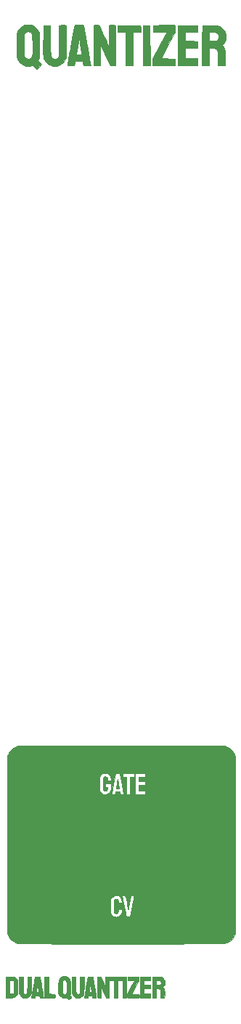
<source format=gbr>
%TF.GenerationSoftware,KiCad,Pcbnew,8.0.8*%
%TF.CreationDate,2025-01-17T16:13:05-03:00*%
%TF.ProjectId,DQ-Panel,44512d50-616e-4656-9c2e-6b696361645f,rev?*%
%TF.SameCoordinates,Original*%
%TF.FileFunction,Soldermask,Top*%
%TF.FilePolarity,Negative*%
%FSLAX46Y46*%
G04 Gerber Fmt 4.6, Leading zero omitted, Abs format (unit mm)*
G04 Created by KiCad (PCBNEW 8.0.8) date 2025-01-17 16:13:05*
%MOMM*%
%LPD*%
G01*
G04 APERTURE LIST*
%ADD10C,0.000000*%
%ADD11C,0.010000*%
G04 APERTURE END LIST*
D10*
G36*
X51380480Y-124075450D02*
G01*
X51388270Y-124101520D01*
X51398320Y-124151050D01*
X51411390Y-124227820D01*
X51428260Y-124335580D01*
X51449710Y-124478070D01*
X51473670Y-124640000D01*
X51553320Y-125180000D01*
X51376740Y-125180000D01*
X51282240Y-125177860D01*
X51225290Y-125170990D01*
X51201320Y-125158700D01*
X51199870Y-125153540D01*
X51202950Y-125125580D01*
X51211640Y-125062950D01*
X51224840Y-124972750D01*
X51241430Y-124862120D01*
X51260330Y-124738170D01*
X51280430Y-124608020D01*
X51300620Y-124478800D01*
X51319800Y-124357610D01*
X51336880Y-124251590D01*
X51350750Y-124167850D01*
X51360300Y-124113510D01*
X51362910Y-124100500D01*
X51368570Y-124078700D01*
X51374170Y-124069090D01*
X51380480Y-124075450D01*
G37*
D11*
X51380480Y-124075450D02*
X51388270Y-124101520D01*
X51388270Y-124101520D02*
X51398320Y-124151050D01*
X51398320Y-124151050D02*
X51411390Y-124227820D01*
X51411390Y-124227820D02*
X51428260Y-124335580D01*
X51428260Y-124335580D02*
X51449710Y-124478070D01*
X51449710Y-124478070D02*
X51473670Y-124640000D01*
X51473670Y-124640000D02*
X51553320Y-125180000D01*
X51553320Y-125180000D02*
X51376740Y-125180000D01*
X51376740Y-125180000D02*
X51282240Y-125177860D01*
X51282240Y-125177860D02*
X51225290Y-125170990D01*
X51225290Y-125170990D02*
X51201320Y-125158700D01*
X51201320Y-125158700D02*
X51199870Y-125153540D01*
X51199870Y-125153540D02*
X51202950Y-125125580D01*
X51202950Y-125125580D02*
X51211640Y-125062950D01*
X51211640Y-125062950D02*
X51224840Y-124972750D01*
X51224840Y-124972750D02*
X51241430Y-124862120D01*
X51241430Y-124862120D02*
X51260330Y-124738170D01*
X51260330Y-124738170D02*
X51280430Y-124608020D01*
X51280430Y-124608020D02*
X51300620Y-124478800D01*
X51300620Y-124478800D02*
X51319800Y-124357610D01*
X51319800Y-124357610D02*
X51336880Y-124251590D01*
X51336880Y-124251590D02*
X51350750Y-124167850D01*
X51350750Y-124167850D02*
X51360300Y-124113510D01*
X51360300Y-124113510D02*
X51362910Y-124100500D01*
X51362910Y-124100500D02*
X51368570Y-124078700D01*
X51368570Y-124078700D02*
X51374170Y-124069090D01*
X51374170Y-124069090D02*
X51380480Y-124075450D01*
D10*
G36*
X62058660Y-36227520D02*
G01*
X62281350Y-36227850D01*
X62466740Y-36229020D01*
X62619860Y-36231690D01*
X62745730Y-36236530D01*
X62849390Y-36244190D01*
X62935870Y-36255360D01*
X63010200Y-36270680D01*
X63077410Y-36290820D01*
X63142520Y-36316460D01*
X63210580Y-36348250D01*
X63286600Y-36386850D01*
X63294020Y-36390690D01*
X63487180Y-36513670D01*
X63656850Y-36668190D01*
X63798450Y-36848530D01*
X63907420Y-37048970D01*
X63973930Y-37242240D01*
X63993840Y-37357940D01*
X64003720Y-37497950D01*
X64003570Y-37645890D01*
X63993420Y-37785420D01*
X63973290Y-37900090D01*
X63920830Y-38055040D01*
X63846050Y-38212490D01*
X63757570Y-38355960D01*
X63690340Y-38441200D01*
X63588720Y-38554670D01*
X63669140Y-38661180D01*
X63721920Y-38739250D01*
X63777120Y-38833510D01*
X63814660Y-38906820D01*
X63845310Y-38975100D01*
X63870620Y-39040070D01*
X63891120Y-39106570D01*
X63907300Y-39179440D01*
X63919670Y-39263500D01*
X63928730Y-39363600D01*
X63934990Y-39484570D01*
X63938960Y-39631240D01*
X63941130Y-39808440D01*
X63942020Y-40021010D01*
X63942130Y-40127040D01*
X63942500Y-40915500D01*
X63095830Y-40915500D01*
X63095830Y-40142230D01*
X63095750Y-39930620D01*
X63095090Y-39756720D01*
X63093220Y-39615920D01*
X63089510Y-39503610D01*
X63083340Y-39415150D01*
X63074080Y-39345940D01*
X63061100Y-39291370D01*
X63043780Y-39246800D01*
X63021480Y-39207630D01*
X62993580Y-39169240D01*
X62959460Y-39127010D01*
X62957560Y-39124690D01*
X62885330Y-39054820D01*
X62794850Y-38992390D01*
X62764940Y-38976450D01*
X62711720Y-38952210D01*
X62661630Y-38935260D01*
X62604600Y-38923900D01*
X62530570Y-38916440D01*
X62429480Y-38911170D01*
X62363220Y-38908750D01*
X62080250Y-38899160D01*
X62074750Y-39902030D01*
X62069250Y-40904910D01*
X61651210Y-40910650D01*
X61233160Y-40916390D01*
X61236030Y-38910400D01*
X61236590Y-38613910D01*
X61237390Y-38323360D01*
X61238280Y-38079160D01*
X61238420Y-38042370D01*
X61239640Y-37774540D01*
X61241040Y-37523470D01*
X61242590Y-37292770D01*
X61244260Y-37086030D01*
X61244747Y-37037030D01*
X62079830Y-37037030D01*
X62079830Y-38079160D01*
X62429920Y-38079160D01*
X62562690Y-38078670D01*
X62660880Y-38076660D01*
X62732220Y-38072350D01*
X62784460Y-38064940D01*
X62825350Y-38053670D01*
X62862620Y-38037720D01*
X62869130Y-38034500D01*
X62999790Y-37948360D01*
X63095560Y-37838910D01*
X63155530Y-37707360D01*
X63173140Y-37624450D01*
X63171130Y-37488800D01*
X63127460Y-37359100D01*
X63042570Y-37236600D01*
X63040010Y-37233740D01*
X62982600Y-37174610D01*
X62926160Y-37129970D01*
X62863320Y-37097600D01*
X62786700Y-37075260D01*
X62688950Y-37060710D01*
X62562670Y-37051700D01*
X62423790Y-37046640D01*
X62079830Y-37037030D01*
X61244747Y-37037030D01*
X61246040Y-36906860D01*
X61247890Y-36758870D01*
X61249790Y-36645660D01*
X61251720Y-36570820D01*
X61251900Y-36565750D01*
X61264910Y-36227080D01*
X62058660Y-36227520D01*
G37*
D11*
X62058660Y-36227520D02*
X62281350Y-36227850D01*
X62281350Y-36227850D02*
X62466740Y-36229020D01*
X62466740Y-36229020D02*
X62619860Y-36231690D01*
X62619860Y-36231690D02*
X62745730Y-36236530D01*
X62745730Y-36236530D02*
X62849390Y-36244190D01*
X62849390Y-36244190D02*
X62935870Y-36255360D01*
X62935870Y-36255360D02*
X63010200Y-36270680D01*
X63010200Y-36270680D02*
X63077410Y-36290820D01*
X63077410Y-36290820D02*
X63142520Y-36316460D01*
X63142520Y-36316460D02*
X63210580Y-36348250D01*
X63210580Y-36348250D02*
X63286600Y-36386850D01*
X63286600Y-36386850D02*
X63294020Y-36390690D01*
X63294020Y-36390690D02*
X63487180Y-36513670D01*
X63487180Y-36513670D02*
X63656850Y-36668190D01*
X63656850Y-36668190D02*
X63798450Y-36848530D01*
X63798450Y-36848530D02*
X63907420Y-37048970D01*
X63907420Y-37048970D02*
X63973930Y-37242240D01*
X63973930Y-37242240D02*
X63993840Y-37357940D01*
X63993840Y-37357940D02*
X64003720Y-37497950D01*
X64003720Y-37497950D02*
X64003570Y-37645890D01*
X64003570Y-37645890D02*
X63993420Y-37785420D01*
X63993420Y-37785420D02*
X63973290Y-37900090D01*
X63973290Y-37900090D02*
X63920830Y-38055040D01*
X63920830Y-38055040D02*
X63846050Y-38212490D01*
X63846050Y-38212490D02*
X63757570Y-38355960D01*
X63757570Y-38355960D02*
X63690340Y-38441200D01*
X63690340Y-38441200D02*
X63588720Y-38554670D01*
X63588720Y-38554670D02*
X63669140Y-38661180D01*
X63669140Y-38661180D02*
X63721920Y-38739250D01*
X63721920Y-38739250D02*
X63777120Y-38833510D01*
X63777120Y-38833510D02*
X63814660Y-38906820D01*
X63814660Y-38906820D02*
X63845310Y-38975100D01*
X63845310Y-38975100D02*
X63870620Y-39040070D01*
X63870620Y-39040070D02*
X63891120Y-39106570D01*
X63891120Y-39106570D02*
X63907300Y-39179440D01*
X63907300Y-39179440D02*
X63919670Y-39263500D01*
X63919670Y-39263500D02*
X63928730Y-39363600D01*
X63928730Y-39363600D02*
X63934990Y-39484570D01*
X63934990Y-39484570D02*
X63938960Y-39631240D01*
X63938960Y-39631240D02*
X63941130Y-39808440D01*
X63941130Y-39808440D02*
X63942020Y-40021010D01*
X63942020Y-40021010D02*
X63942130Y-40127040D01*
X63942130Y-40127040D02*
X63942500Y-40915500D01*
X63942500Y-40915500D02*
X63095830Y-40915500D01*
X63095830Y-40915500D02*
X63095830Y-40142230D01*
X63095830Y-40142230D02*
X63095750Y-39930620D01*
X63095750Y-39930620D02*
X63095090Y-39756720D01*
X63095090Y-39756720D02*
X63093220Y-39615920D01*
X63093220Y-39615920D02*
X63089510Y-39503610D01*
X63089510Y-39503610D02*
X63083340Y-39415150D01*
X63083340Y-39415150D02*
X63074080Y-39345940D01*
X63074080Y-39345940D02*
X63061100Y-39291370D01*
X63061100Y-39291370D02*
X63043780Y-39246800D01*
X63043780Y-39246800D02*
X63021480Y-39207630D01*
X63021480Y-39207630D02*
X62993580Y-39169240D01*
X62993580Y-39169240D02*
X62959460Y-39127010D01*
X62959460Y-39127010D02*
X62957560Y-39124690D01*
X62957560Y-39124690D02*
X62885330Y-39054820D01*
X62885330Y-39054820D02*
X62794850Y-38992390D01*
X62794850Y-38992390D02*
X62764940Y-38976450D01*
X62764940Y-38976450D02*
X62711720Y-38952210D01*
X62711720Y-38952210D02*
X62661630Y-38935260D01*
X62661630Y-38935260D02*
X62604600Y-38923900D01*
X62604600Y-38923900D02*
X62530570Y-38916440D01*
X62530570Y-38916440D02*
X62429480Y-38911170D01*
X62429480Y-38911170D02*
X62363220Y-38908750D01*
X62363220Y-38908750D02*
X62080250Y-38899160D01*
X62080250Y-38899160D02*
X62074750Y-39902030D01*
X62074750Y-39902030D02*
X62069250Y-40904910D01*
X62069250Y-40904910D02*
X61651210Y-40910650D01*
X61651210Y-40910650D02*
X61233160Y-40916390D01*
X61233160Y-40916390D02*
X61236030Y-38910400D01*
X61236030Y-38910400D02*
X61236590Y-38613910D01*
X61236590Y-38613910D02*
X61237390Y-38323360D01*
X61237390Y-38323360D02*
X61238280Y-38079160D01*
X61238280Y-38079160D02*
X62079830Y-38079160D01*
X62079830Y-38079160D02*
X62429920Y-38079160D01*
X62429920Y-38079160D02*
X62562690Y-38078670D01*
X62562690Y-38078670D02*
X62660880Y-38076660D01*
X62660880Y-38076660D02*
X62732220Y-38072350D01*
X62732220Y-38072350D02*
X62784460Y-38064940D01*
X62784460Y-38064940D02*
X62825350Y-38053670D01*
X62825350Y-38053670D02*
X62862620Y-38037720D01*
X62862620Y-38037720D02*
X62869130Y-38034500D01*
X62869130Y-38034500D02*
X62999790Y-37948360D01*
X62999790Y-37948360D02*
X63095560Y-37838910D01*
X63095560Y-37838910D02*
X63155530Y-37707360D01*
X63155530Y-37707360D02*
X63173140Y-37624450D01*
X63173140Y-37624450D02*
X63171130Y-37488800D01*
X63171130Y-37488800D02*
X63127460Y-37359100D01*
X63127460Y-37359100D02*
X63042570Y-37236600D01*
X63042570Y-37236600D02*
X63040010Y-37233740D01*
X63040010Y-37233740D02*
X62982600Y-37174610D01*
X62982600Y-37174610D02*
X62926160Y-37129970D01*
X62926160Y-37129970D02*
X62863320Y-37097600D01*
X62863320Y-37097600D02*
X62786700Y-37075260D01*
X62786700Y-37075260D02*
X62688950Y-37060710D01*
X62688950Y-37060710D02*
X62562670Y-37051700D01*
X62562670Y-37051700D02*
X62423790Y-37046640D01*
X62423790Y-37046640D02*
X62079830Y-37037030D01*
X62079830Y-37037030D02*
X62079830Y-38079160D01*
X62079830Y-38079160D02*
X61238280Y-38079160D01*
X61238280Y-38079160D02*
X61238420Y-38042370D01*
X61238420Y-38042370D02*
X61239640Y-37774540D01*
X61239640Y-37774540D02*
X61241040Y-37523470D01*
X61241040Y-37523470D02*
X61242590Y-37292770D01*
X61242590Y-37292770D02*
X61244260Y-37086030D01*
X61244260Y-37086030D02*
X61246040Y-36906860D01*
X61246040Y-36906860D02*
X61247890Y-36758870D01*
X61247890Y-36758870D02*
X61249790Y-36645660D01*
X61249790Y-36645660D02*
X61251720Y-36570820D01*
X61251720Y-36570820D02*
X61251900Y-36565750D01*
X61251900Y-36565750D02*
X61264910Y-36227080D01*
X61264910Y-36227080D02*
X62058660Y-36227520D01*
D10*
G36*
X60693410Y-37052580D02*
G01*
X59989620Y-37058160D01*
X59285830Y-37063730D01*
X59285830Y-38078590D01*
X59989620Y-38084170D01*
X60693410Y-38089750D01*
X60693410Y-38915250D01*
X59989620Y-38920820D01*
X59285830Y-38926400D01*
X59285830Y-40068260D01*
X59989620Y-40073840D01*
X60693410Y-40079410D01*
X60699150Y-40497460D01*
X60704890Y-40915500D01*
X58438980Y-40915500D01*
X58449750Y-36227080D01*
X60693410Y-36227080D01*
X60693410Y-37052580D01*
G37*
D11*
X60693410Y-37052580D02*
X59989620Y-37058160D01*
X59989620Y-37058160D02*
X59285830Y-37063730D01*
X59285830Y-37063730D02*
X59285830Y-38078590D01*
X59285830Y-38078590D02*
X59989620Y-38084170D01*
X59989620Y-38084170D02*
X60693410Y-38089750D01*
X60693410Y-38089750D02*
X60693410Y-38915250D01*
X60693410Y-38915250D02*
X59989620Y-38920820D01*
X59989620Y-38920820D02*
X59285830Y-38926400D01*
X59285830Y-38926400D02*
X59285830Y-40068260D01*
X59285830Y-40068260D02*
X59989620Y-40073840D01*
X59989620Y-40073840D02*
X60693410Y-40079410D01*
X60693410Y-40079410D02*
X60699150Y-40497460D01*
X60699150Y-40497460D02*
X60704890Y-40915500D01*
X60704890Y-40915500D02*
X58438980Y-40915500D01*
X58438980Y-40915500D02*
X58449750Y-36227080D01*
X58449750Y-36227080D02*
X60693410Y-36227080D01*
X60693410Y-36227080D02*
X60693410Y-37052580D01*
D10*
G36*
X57578180Y-36220240D02*
G01*
X57731920Y-36220990D01*
X57858180Y-36222100D01*
X57953000Y-36223560D01*
X58012470Y-36225340D01*
X58031710Y-36226920D01*
X58048690Y-36232210D01*
X58061070Y-36242580D01*
X58069560Y-36263990D01*
X58074910Y-36302410D01*
X58077830Y-36363820D01*
X58079060Y-36454170D01*
X58079330Y-36579440D01*
X58079330Y-36615840D01*
X58079330Y-36993210D01*
X57258340Y-38546890D01*
X56437340Y-40100580D01*
X58068750Y-40121750D01*
X58080260Y-40915500D01*
X55475830Y-40915500D01*
X55476400Y-40529210D01*
X55476960Y-40142910D01*
X56299900Y-38587160D01*
X57122830Y-37031410D01*
X56336370Y-37020830D01*
X55549910Y-37010250D01*
X55549910Y-36227080D01*
X56767000Y-36221230D01*
X56991360Y-36220350D01*
X57203960Y-36219910D01*
X57400880Y-36219880D01*
X57578180Y-36220240D01*
G37*
D11*
X57578180Y-36220240D02*
X57731920Y-36220990D01*
X57731920Y-36220990D02*
X57858180Y-36222100D01*
X57858180Y-36222100D02*
X57953000Y-36223560D01*
X57953000Y-36223560D02*
X58012470Y-36225340D01*
X58012470Y-36225340D02*
X58031710Y-36226920D01*
X58031710Y-36226920D02*
X58048690Y-36232210D01*
X58048690Y-36232210D02*
X58061070Y-36242580D01*
X58061070Y-36242580D02*
X58069560Y-36263990D01*
X58069560Y-36263990D02*
X58074910Y-36302410D01*
X58074910Y-36302410D02*
X58077830Y-36363820D01*
X58077830Y-36363820D02*
X58079060Y-36454170D01*
X58079060Y-36454170D02*
X58079330Y-36579440D01*
X58079330Y-36579440D02*
X58079330Y-36615840D01*
X58079330Y-36615840D02*
X58079330Y-36993210D01*
X58079330Y-36993210D02*
X57258340Y-38546890D01*
X57258340Y-38546890D02*
X56437340Y-40100580D01*
X56437340Y-40100580D02*
X58068750Y-40121750D01*
X58068750Y-40121750D02*
X58080260Y-40915500D01*
X58080260Y-40915500D02*
X55475830Y-40915500D01*
X55475830Y-40915500D02*
X55476400Y-40529210D01*
X55476400Y-40529210D02*
X55476960Y-40142910D01*
X55476960Y-40142910D02*
X56299900Y-38587160D01*
X56299900Y-38587160D02*
X57122830Y-37031410D01*
X57122830Y-37031410D02*
X56336370Y-37020830D01*
X56336370Y-37020830D02*
X55549910Y-37010250D01*
X55549910Y-37010250D02*
X55549910Y-36227080D01*
X55549910Y-36227080D02*
X56767000Y-36221230D01*
X56767000Y-36221230D02*
X56991360Y-36220350D01*
X56991360Y-36220350D02*
X57203960Y-36219910D01*
X57203960Y-36219910D02*
X57400880Y-36219880D01*
X57400880Y-36219880D02*
X57578180Y-36220240D01*
D10*
G36*
X55158510Y-40915500D02*
G01*
X54746920Y-40915500D01*
X54619470Y-40914720D01*
X54507200Y-40912550D01*
X54416720Y-40909240D01*
X54354620Y-40905040D01*
X54327520Y-40900190D01*
X54326950Y-40899620D01*
X54325950Y-40876760D01*
X54325200Y-40814290D01*
X54324700Y-40714940D01*
X54324450Y-40581440D01*
X54324430Y-40416510D01*
X54324660Y-40222880D01*
X54325110Y-40003280D01*
X54325800Y-39760430D01*
X54326700Y-39497060D01*
X54327820Y-39215900D01*
X54329160Y-38919660D01*
X54330700Y-38611090D01*
X54331000Y-38555410D01*
X54343410Y-36227080D01*
X55147750Y-36227080D01*
X55158510Y-40915500D01*
G37*
D11*
X55158510Y-40915500D02*
X54746920Y-40915500D01*
X54746920Y-40915500D02*
X54619470Y-40914720D01*
X54619470Y-40914720D02*
X54507200Y-40912550D01*
X54507200Y-40912550D02*
X54416720Y-40909240D01*
X54416720Y-40909240D02*
X54354620Y-40905040D01*
X54354620Y-40905040D02*
X54327520Y-40900190D01*
X54327520Y-40900190D02*
X54326950Y-40899620D01*
X54326950Y-40899620D02*
X54325950Y-40876760D01*
X54325950Y-40876760D02*
X54325200Y-40814290D01*
X54325200Y-40814290D02*
X54324700Y-40714940D01*
X54324700Y-40714940D02*
X54324450Y-40581440D01*
X54324450Y-40581440D02*
X54324430Y-40416510D01*
X54324430Y-40416510D02*
X54324660Y-40222880D01*
X54324660Y-40222880D02*
X54325110Y-40003280D01*
X54325110Y-40003280D02*
X54325800Y-39760430D01*
X54325800Y-39760430D02*
X54326700Y-39497060D01*
X54326700Y-39497060D02*
X54327820Y-39215900D01*
X54327820Y-39215900D02*
X54329160Y-38919660D01*
X54329160Y-38919660D02*
X54330700Y-38611090D01*
X54330700Y-38611090D02*
X54331000Y-38555410D01*
X54331000Y-38555410D02*
X54343410Y-36227080D01*
X54343410Y-36227080D02*
X55147750Y-36227080D01*
X55147750Y-36227080D02*
X55158510Y-40915500D01*
D10*
G36*
X54052820Y-36645120D02*
G01*
X54058560Y-37063160D01*
X53147500Y-37063160D01*
X53147500Y-40915500D01*
X52322000Y-40915500D01*
X52322000Y-37063160D01*
X51869180Y-37063160D01*
X51709810Y-37062540D01*
X51588730Y-37060500D01*
X51501880Y-37056830D01*
X51445240Y-37051290D01*
X51414770Y-37043650D01*
X51406760Y-37036710D01*
X51404370Y-37007950D01*
X51403540Y-36944090D01*
X51404230Y-36852290D01*
X51406380Y-36739750D01*
X51409790Y-36618660D01*
X51422410Y-36227080D01*
X54047080Y-36227080D01*
X54052820Y-36645120D01*
G37*
D11*
X54052820Y-36645120D02*
X54058560Y-37063160D01*
X54058560Y-37063160D02*
X53147500Y-37063160D01*
X53147500Y-37063160D02*
X53147500Y-40915500D01*
X53147500Y-40915500D02*
X52322000Y-40915500D01*
X52322000Y-40915500D02*
X52322000Y-37063160D01*
X52322000Y-37063160D02*
X51869180Y-37063160D01*
X51869180Y-37063160D02*
X51709810Y-37062540D01*
X51709810Y-37062540D02*
X51588730Y-37060500D01*
X51588730Y-37060500D02*
X51501880Y-37056830D01*
X51501880Y-37056830D02*
X51445240Y-37051290D01*
X51445240Y-37051290D02*
X51414770Y-37043650D01*
X51414770Y-37043650D02*
X51406760Y-37036710D01*
X51406760Y-37036710D02*
X51404370Y-37007950D01*
X51404370Y-37007950D02*
X51403540Y-36944090D01*
X51403540Y-36944090D02*
X51404230Y-36852290D01*
X51404230Y-36852290D02*
X51406380Y-36739750D01*
X51406380Y-36739750D02*
X51409790Y-36618660D01*
X51409790Y-36618660D02*
X51422410Y-36227080D01*
X51422410Y-36227080D02*
X54047080Y-36227080D01*
X54047080Y-36227080D02*
X54052820Y-36645120D01*
D10*
G36*
X50762180Y-36220050D02*
G01*
X50808580Y-36220820D01*
X51126080Y-36227080D01*
X51141630Y-37370080D01*
X51144740Y-37632810D01*
X51147430Y-37927320D01*
X51149640Y-38243060D01*
X51151330Y-38569490D01*
X51152460Y-38896070D01*
X51152960Y-39212230D01*
X51152800Y-39507440D01*
X51152210Y-39709000D01*
X51147250Y-40904910D01*
X50823380Y-40910760D01*
X50499510Y-40916610D01*
X50401600Y-40709680D01*
X50373130Y-40649630D01*
X50328640Y-40555970D01*
X50270320Y-40433280D01*
X50200350Y-40286180D01*
X50120930Y-40119240D01*
X50034230Y-39937080D01*
X49942450Y-39744300D01*
X49847780Y-39545480D01*
X49829890Y-39507910D01*
X49356080Y-38513080D01*
X49372680Y-39571410D01*
X49375990Y-39784290D01*
X49379100Y-39988410D01*
X49381950Y-40179050D01*
X49384460Y-40351470D01*
X49386570Y-40500960D01*
X49388220Y-40622760D01*
X49389330Y-40712160D01*
X49389830Y-40764420D01*
X49389850Y-40767330D01*
X49390410Y-40904910D01*
X48997520Y-40910660D01*
X48872600Y-40911720D01*
X48762480Y-40911220D01*
X48674070Y-40909290D01*
X48614280Y-40906090D01*
X48590060Y-40901840D01*
X48588120Y-40879150D01*
X48586250Y-40816860D01*
X48584480Y-40717680D01*
X48582810Y-40584360D01*
X48581280Y-40419610D01*
X48579880Y-40226160D01*
X48578650Y-40006730D01*
X48577600Y-39764060D01*
X48576740Y-39500880D01*
X48576090Y-39219900D01*
X48575670Y-38923860D01*
X48575500Y-38615470D01*
X48575500Y-38562870D01*
X48575500Y-38491910D01*
X49337500Y-38491910D01*
X49348080Y-38502500D01*
X49358660Y-38491910D01*
X49348080Y-38481330D01*
X49337500Y-38491910D01*
X48575500Y-38491910D01*
X48575500Y-36238470D01*
X48623120Y-36226690D01*
X48661230Y-36222790D01*
X48732300Y-36220350D01*
X48826990Y-36219520D01*
X48935940Y-36220470D01*
X48963810Y-36220990D01*
X49256870Y-36227080D01*
X49806550Y-37496680D01*
X49901290Y-37715250D01*
X49991230Y-37922260D01*
X50074930Y-38114430D01*
X50150980Y-38288520D01*
X50217930Y-38441260D01*
X50274370Y-38569410D01*
X50318860Y-38669710D01*
X50349970Y-38738890D01*
X50366280Y-38773710D01*
X50368310Y-38777260D01*
X50370240Y-38758710D01*
X50371600Y-38701430D01*
X50372410Y-38609050D01*
X50372660Y-38485170D01*
X50372380Y-38333400D01*
X50371560Y-38157350D01*
X50370210Y-37960630D01*
X50368340Y-37746850D01*
X50365950Y-37519630D01*
X50365890Y-37514110D01*
X50351380Y-36239980D01*
X50421230Y-36227270D01*
X50467040Y-36223150D01*
X50545550Y-36220470D01*
X50647130Y-36219380D01*
X50762180Y-36220050D01*
G37*
D11*
X50762180Y-36220050D02*
X50808580Y-36220820D01*
X50808580Y-36220820D02*
X51126080Y-36227080D01*
X51126080Y-36227080D02*
X51141630Y-37370080D01*
X51141630Y-37370080D02*
X51144740Y-37632810D01*
X51144740Y-37632810D02*
X51147430Y-37927320D01*
X51147430Y-37927320D02*
X51149640Y-38243060D01*
X51149640Y-38243060D02*
X51151330Y-38569490D01*
X51151330Y-38569490D02*
X51152460Y-38896070D01*
X51152460Y-38896070D02*
X51152960Y-39212230D01*
X51152960Y-39212230D02*
X51152800Y-39507440D01*
X51152800Y-39507440D02*
X51152210Y-39709000D01*
X51152210Y-39709000D02*
X51147250Y-40904910D01*
X51147250Y-40904910D02*
X50823380Y-40910760D01*
X50823380Y-40910760D02*
X50499510Y-40916610D01*
X50499510Y-40916610D02*
X50401600Y-40709680D01*
X50401600Y-40709680D02*
X50373130Y-40649630D01*
X50373130Y-40649630D02*
X50328640Y-40555970D01*
X50328640Y-40555970D02*
X50270320Y-40433280D01*
X50270320Y-40433280D02*
X50200350Y-40286180D01*
X50200350Y-40286180D02*
X50120930Y-40119240D01*
X50120930Y-40119240D02*
X50034230Y-39937080D01*
X50034230Y-39937080D02*
X49942450Y-39744300D01*
X49942450Y-39744300D02*
X49847780Y-39545480D01*
X49847780Y-39545480D02*
X49829890Y-39507910D01*
X49829890Y-39507910D02*
X49356080Y-38513080D01*
X49356080Y-38513080D02*
X49372680Y-39571410D01*
X49372680Y-39571410D02*
X49375990Y-39784290D01*
X49375990Y-39784290D02*
X49379100Y-39988410D01*
X49379100Y-39988410D02*
X49381950Y-40179050D01*
X49381950Y-40179050D02*
X49384460Y-40351470D01*
X49384460Y-40351470D02*
X49386570Y-40500960D01*
X49386570Y-40500960D02*
X49388220Y-40622760D01*
X49388220Y-40622760D02*
X49389330Y-40712160D01*
X49389330Y-40712160D02*
X49389830Y-40764420D01*
X49389830Y-40764420D02*
X49389850Y-40767330D01*
X49389850Y-40767330D02*
X49390410Y-40904910D01*
X49390410Y-40904910D02*
X48997520Y-40910660D01*
X48997520Y-40910660D02*
X48872600Y-40911720D01*
X48872600Y-40911720D02*
X48762480Y-40911220D01*
X48762480Y-40911220D02*
X48674070Y-40909290D01*
X48674070Y-40909290D02*
X48614280Y-40906090D01*
X48614280Y-40906090D02*
X48590060Y-40901840D01*
X48590060Y-40901840D02*
X48588120Y-40879150D01*
X48588120Y-40879150D02*
X48586250Y-40816860D01*
X48586250Y-40816860D02*
X48584480Y-40717680D01*
X48584480Y-40717680D02*
X48582810Y-40584360D01*
X48582810Y-40584360D02*
X48581280Y-40419610D01*
X48581280Y-40419610D02*
X48579880Y-40226160D01*
X48579880Y-40226160D02*
X48578650Y-40006730D01*
X48578650Y-40006730D02*
X48577600Y-39764060D01*
X48577600Y-39764060D02*
X48576740Y-39500880D01*
X48576740Y-39500880D02*
X48576090Y-39219900D01*
X48576090Y-39219900D02*
X48575670Y-38923860D01*
X48575670Y-38923860D02*
X48575500Y-38615470D01*
X48575500Y-38615470D02*
X48575500Y-38562870D01*
X48575500Y-38562870D02*
X48575500Y-38491910D01*
X48575500Y-38491910D02*
X49337500Y-38491910D01*
X49337500Y-38491910D02*
X49348080Y-38502500D01*
X49348080Y-38502500D02*
X49358660Y-38491910D01*
X49358660Y-38491910D02*
X49348080Y-38481330D01*
X49348080Y-38481330D02*
X49337500Y-38491910D01*
X49337500Y-38491910D02*
X48575500Y-38491910D01*
X48575500Y-38491910D02*
X48575500Y-36238470D01*
X48575500Y-36238470D02*
X48623120Y-36226690D01*
X48623120Y-36226690D02*
X48661230Y-36222790D01*
X48661230Y-36222790D02*
X48732300Y-36220350D01*
X48732300Y-36220350D02*
X48826990Y-36219520D01*
X48826990Y-36219520D02*
X48935940Y-36220470D01*
X48935940Y-36220470D02*
X48963810Y-36220990D01*
X48963810Y-36220990D02*
X49256870Y-36227080D01*
X49256870Y-36227080D02*
X49806550Y-37496680D01*
X49806550Y-37496680D02*
X49901290Y-37715250D01*
X49901290Y-37715250D02*
X49991230Y-37922260D01*
X49991230Y-37922260D02*
X50074930Y-38114430D01*
X50074930Y-38114430D02*
X50150980Y-38288520D01*
X50150980Y-38288520D02*
X50217930Y-38441260D01*
X50217930Y-38441260D02*
X50274370Y-38569410D01*
X50274370Y-38569410D02*
X50318860Y-38669710D01*
X50318860Y-38669710D02*
X50349970Y-38738890D01*
X50349970Y-38738890D02*
X50366280Y-38773710D01*
X50366280Y-38773710D02*
X50368310Y-38777260D01*
X50368310Y-38777260D02*
X50370240Y-38758710D01*
X50370240Y-38758710D02*
X50371600Y-38701430D01*
X50371600Y-38701430D02*
X50372410Y-38609050D01*
X50372410Y-38609050D02*
X50372660Y-38485170D01*
X50372660Y-38485170D02*
X50372380Y-38333400D01*
X50372380Y-38333400D02*
X50371560Y-38157350D01*
X50371560Y-38157350D02*
X50370210Y-37960630D01*
X50370210Y-37960630D02*
X50368340Y-37746850D01*
X50368340Y-37746850D02*
X50365950Y-37519630D01*
X50365950Y-37519630D02*
X50365890Y-37514110D01*
X50365890Y-37514110D02*
X50351380Y-36239980D01*
X50351380Y-36239980D02*
X50421230Y-36227270D01*
X50421230Y-36227270D02*
X50467040Y-36223150D01*
X50467040Y-36223150D02*
X50545550Y-36220470D01*
X50545550Y-36220470D02*
X50647130Y-36219380D01*
X50647130Y-36219380D02*
X50762180Y-36220050D01*
D10*
G36*
X47061830Y-36217310D02*
G01*
X47202690Y-36219800D01*
X47304840Y-36224060D01*
X47370090Y-36230160D01*
X47400230Y-36238190D01*
X47402340Y-36240240D01*
X47407820Y-36263740D01*
X47419950Y-36325700D01*
X47438150Y-36422850D01*
X47461850Y-36551930D01*
X47490470Y-36709670D01*
X47523430Y-36892810D01*
X47560180Y-37098090D01*
X47600130Y-37322250D01*
X47642720Y-37562030D01*
X47687360Y-37814160D01*
X47733490Y-38075370D01*
X47780520Y-38342420D01*
X47827900Y-38612030D01*
X47875050Y-38880950D01*
X47921390Y-39145910D01*
X47966350Y-39403650D01*
X48009360Y-39650900D01*
X48049840Y-39884410D01*
X48087230Y-40100910D01*
X48120940Y-40297140D01*
X48150410Y-40469840D01*
X48175060Y-40615740D01*
X48194320Y-40731590D01*
X48207620Y-40814110D01*
X48214380Y-40860060D01*
X48215130Y-40867870D01*
X48215660Y-40915500D01*
X47394170Y-40915500D01*
X47356620Y-40661090D01*
X47319070Y-40406690D01*
X46407750Y-40418080D01*
X46380780Y-40598000D01*
X46366760Y-40690260D01*
X46353590Y-40774760D01*
X46343630Y-40836370D01*
X46341870Y-40846710D01*
X46329910Y-40915500D01*
X45918120Y-40915500D01*
X45768460Y-40914840D01*
X45656930Y-40912700D01*
X45579330Y-40908800D01*
X45531490Y-40902870D01*
X45509210Y-40894650D01*
X45506330Y-40889190D01*
X45510080Y-40862190D01*
X45520940Y-40796930D01*
X45538300Y-40696690D01*
X45561570Y-40564730D01*
X45590140Y-40404340D01*
X45623420Y-40218780D01*
X45660800Y-40011340D01*
X45701680Y-39785290D01*
X45723210Y-39666660D01*
X46542690Y-39666660D01*
X47183210Y-39666660D01*
X47170600Y-39597870D01*
X47164960Y-39563010D01*
X47153880Y-39490850D01*
X47138060Y-39386010D01*
X47118170Y-39253060D01*
X47094910Y-39096630D01*
X47068950Y-38921290D01*
X47040990Y-38731660D01*
X47019750Y-38587160D01*
X46991010Y-38392120D01*
X46963910Y-38209790D01*
X46939120Y-38044490D01*
X46917280Y-37900520D01*
X46899060Y-37782190D01*
X46885120Y-37693820D01*
X46876100Y-37639700D01*
X46872930Y-37624080D01*
X46866750Y-37627310D01*
X46862900Y-37663030D01*
X46862670Y-37670250D01*
X46859100Y-37702070D01*
X46849550Y-37770420D01*
X46834830Y-37870050D01*
X46815790Y-37995710D01*
X46793260Y-38142160D01*
X46768060Y-38304140D01*
X46741030Y-38476400D01*
X46713000Y-38653700D01*
X46684810Y-38830790D01*
X46657280Y-39002410D01*
X46631250Y-39163320D01*
X46607540Y-39308270D01*
X46587000Y-39432010D01*
X46570450Y-39529290D01*
X46558720Y-39594860D01*
X46553830Y-39619040D01*
X46542690Y-39666660D01*
X45723210Y-39666660D01*
X45745480Y-39543910D01*
X45791580Y-39290470D01*
X45839380Y-39028250D01*
X45888290Y-38760530D01*
X45937710Y-38490570D01*
X45987030Y-38221660D01*
X46035660Y-37957070D01*
X46082990Y-37700080D01*
X46128440Y-37453960D01*
X46171390Y-37221980D01*
X46211240Y-37007440D01*
X46247400Y-36813590D01*
X46279280Y-36643710D01*
X46306250Y-36501090D01*
X46327740Y-36388990D01*
X46343130Y-36310700D01*
X46351830Y-36269480D01*
X46353300Y-36264120D01*
X46360440Y-36249180D01*
X46371220Y-36237740D01*
X46390810Y-36229340D01*
X46424410Y-36223510D01*
X46477210Y-36219780D01*
X46554400Y-36217690D01*
X46661170Y-36216750D01*
X46802700Y-36216510D01*
X46880460Y-36216500D01*
X47061830Y-36217310D01*
G37*
D11*
X47061830Y-36217310D02*
X47202690Y-36219800D01*
X47202690Y-36219800D02*
X47304840Y-36224060D01*
X47304840Y-36224060D02*
X47370090Y-36230160D01*
X47370090Y-36230160D02*
X47400230Y-36238190D01*
X47400230Y-36238190D02*
X47402340Y-36240240D01*
X47402340Y-36240240D02*
X47407820Y-36263740D01*
X47407820Y-36263740D02*
X47419950Y-36325700D01*
X47419950Y-36325700D02*
X47438150Y-36422850D01*
X47438150Y-36422850D02*
X47461850Y-36551930D01*
X47461850Y-36551930D02*
X47490470Y-36709670D01*
X47490470Y-36709670D02*
X47523430Y-36892810D01*
X47523430Y-36892810D02*
X47560180Y-37098090D01*
X47560180Y-37098090D02*
X47600130Y-37322250D01*
X47600130Y-37322250D02*
X47642720Y-37562030D01*
X47642720Y-37562030D02*
X47687360Y-37814160D01*
X47687360Y-37814160D02*
X47733490Y-38075370D01*
X47733490Y-38075370D02*
X47780520Y-38342420D01*
X47780520Y-38342420D02*
X47827900Y-38612030D01*
X47827900Y-38612030D02*
X47875050Y-38880950D01*
X47875050Y-38880950D02*
X47921390Y-39145910D01*
X47921390Y-39145910D02*
X47966350Y-39403650D01*
X47966350Y-39403650D02*
X48009360Y-39650900D01*
X48009360Y-39650900D02*
X48049840Y-39884410D01*
X48049840Y-39884410D02*
X48087230Y-40100910D01*
X48087230Y-40100910D02*
X48120940Y-40297140D01*
X48120940Y-40297140D02*
X48150410Y-40469840D01*
X48150410Y-40469840D02*
X48175060Y-40615740D01*
X48175060Y-40615740D02*
X48194320Y-40731590D01*
X48194320Y-40731590D02*
X48207620Y-40814110D01*
X48207620Y-40814110D02*
X48214380Y-40860060D01*
X48214380Y-40860060D02*
X48215130Y-40867870D01*
X48215130Y-40867870D02*
X48215660Y-40915500D01*
X48215660Y-40915500D02*
X47394170Y-40915500D01*
X47394170Y-40915500D02*
X47356620Y-40661090D01*
X47356620Y-40661090D02*
X47319070Y-40406690D01*
X47319070Y-40406690D02*
X46407750Y-40418080D01*
X46407750Y-40418080D02*
X46380780Y-40598000D01*
X46380780Y-40598000D02*
X46366760Y-40690260D01*
X46366760Y-40690260D02*
X46353590Y-40774760D01*
X46353590Y-40774760D02*
X46343630Y-40836370D01*
X46343630Y-40836370D02*
X46341870Y-40846710D01*
X46341870Y-40846710D02*
X46329910Y-40915500D01*
X46329910Y-40915500D02*
X45918120Y-40915500D01*
X45918120Y-40915500D02*
X45768460Y-40914840D01*
X45768460Y-40914840D02*
X45656930Y-40912700D01*
X45656930Y-40912700D02*
X45579330Y-40908800D01*
X45579330Y-40908800D02*
X45531490Y-40902870D01*
X45531490Y-40902870D02*
X45509210Y-40894650D01*
X45509210Y-40894650D02*
X45506330Y-40889190D01*
X45506330Y-40889190D02*
X45510080Y-40862190D01*
X45510080Y-40862190D02*
X45520940Y-40796930D01*
X45520940Y-40796930D02*
X45538300Y-40696690D01*
X45538300Y-40696690D02*
X45561570Y-40564730D01*
X45561570Y-40564730D02*
X45590140Y-40404340D01*
X45590140Y-40404340D02*
X45623420Y-40218780D01*
X45623420Y-40218780D02*
X45660800Y-40011340D01*
X45660800Y-40011340D02*
X45701680Y-39785290D01*
X45701680Y-39785290D02*
X45723210Y-39666660D01*
X45723210Y-39666660D02*
X46542690Y-39666660D01*
X46542690Y-39666660D02*
X47183210Y-39666660D01*
X47183210Y-39666660D02*
X47170600Y-39597870D01*
X47170600Y-39597870D02*
X47164960Y-39563010D01*
X47164960Y-39563010D02*
X47153880Y-39490850D01*
X47153880Y-39490850D02*
X47138060Y-39386010D01*
X47138060Y-39386010D02*
X47118170Y-39253060D01*
X47118170Y-39253060D02*
X47094910Y-39096630D01*
X47094910Y-39096630D02*
X47068950Y-38921290D01*
X47068950Y-38921290D02*
X47040990Y-38731660D01*
X47040990Y-38731660D02*
X47019750Y-38587160D01*
X47019750Y-38587160D02*
X46991010Y-38392120D01*
X46991010Y-38392120D02*
X46963910Y-38209790D01*
X46963910Y-38209790D02*
X46939120Y-38044490D01*
X46939120Y-38044490D02*
X46917280Y-37900520D01*
X46917280Y-37900520D02*
X46899060Y-37782190D01*
X46899060Y-37782190D02*
X46885120Y-37693820D01*
X46885120Y-37693820D02*
X46876100Y-37639700D01*
X46876100Y-37639700D02*
X46872930Y-37624080D01*
X46872930Y-37624080D02*
X46866750Y-37627310D01*
X46866750Y-37627310D02*
X46862900Y-37663030D01*
X46862900Y-37663030D02*
X46862670Y-37670250D01*
X46862670Y-37670250D02*
X46859100Y-37702070D01*
X46859100Y-37702070D02*
X46849550Y-37770420D01*
X46849550Y-37770420D02*
X46834830Y-37870050D01*
X46834830Y-37870050D02*
X46815790Y-37995710D01*
X46815790Y-37995710D02*
X46793260Y-38142160D01*
X46793260Y-38142160D02*
X46768060Y-38304140D01*
X46768060Y-38304140D02*
X46741030Y-38476400D01*
X46741030Y-38476400D02*
X46713000Y-38653700D01*
X46713000Y-38653700D02*
X46684810Y-38830790D01*
X46684810Y-38830790D02*
X46657280Y-39002410D01*
X46657280Y-39002410D02*
X46631250Y-39163320D01*
X46631250Y-39163320D02*
X46607540Y-39308270D01*
X46607540Y-39308270D02*
X46587000Y-39432010D01*
X46587000Y-39432010D02*
X46570450Y-39529290D01*
X46570450Y-39529290D02*
X46558720Y-39594860D01*
X46558720Y-39594860D02*
X46553830Y-39619040D01*
X46553830Y-39619040D02*
X46542690Y-39666660D01*
X46542690Y-39666660D02*
X45723210Y-39666660D01*
X45723210Y-39666660D02*
X45745480Y-39543910D01*
X45745480Y-39543910D02*
X45791580Y-39290470D01*
X45791580Y-39290470D02*
X45839380Y-39028250D01*
X45839380Y-39028250D02*
X45888290Y-38760530D01*
X45888290Y-38760530D02*
X45937710Y-38490570D01*
X45937710Y-38490570D02*
X45987030Y-38221660D01*
X45987030Y-38221660D02*
X46035660Y-37957070D01*
X46035660Y-37957070D02*
X46082990Y-37700080D01*
X46082990Y-37700080D02*
X46128440Y-37453960D01*
X46128440Y-37453960D02*
X46171390Y-37221980D01*
X46171390Y-37221980D02*
X46211240Y-37007440D01*
X46211240Y-37007440D02*
X46247400Y-36813590D01*
X46247400Y-36813590D02*
X46279280Y-36643710D01*
X46279280Y-36643710D02*
X46306250Y-36501090D01*
X46306250Y-36501090D02*
X46327740Y-36388990D01*
X46327740Y-36388990D02*
X46343130Y-36310700D01*
X46343130Y-36310700D02*
X46351830Y-36269480D01*
X46351830Y-36269480D02*
X46353300Y-36264120D01*
X46353300Y-36264120D02*
X46360440Y-36249180D01*
X46360440Y-36249180D02*
X46371220Y-36237740D01*
X46371220Y-36237740D02*
X46390810Y-36229340D01*
X46390810Y-36229340D02*
X46424410Y-36223510D01*
X46424410Y-36223510D02*
X46477210Y-36219780D01*
X46477210Y-36219780D02*
X46554400Y-36217690D01*
X46554400Y-36217690D02*
X46661170Y-36216750D01*
X46661170Y-36216750D02*
X46802700Y-36216510D01*
X46802700Y-36216510D02*
X46880460Y-36216500D01*
X46880460Y-36216500D02*
X47061830Y-36217310D01*
D10*
G36*
X45212290Y-36221900D02*
G01*
X45294310Y-36226820D01*
X45340420Y-36234950D01*
X45350120Y-36239770D01*
X45355420Y-36249780D01*
X45360070Y-36272110D01*
X45364100Y-36309260D01*
X45367550Y-36363760D01*
X45370460Y-36438090D01*
X45372880Y-36534780D01*
X45374840Y-36656330D01*
X45376390Y-36805250D01*
X45377560Y-36984040D01*
X45378400Y-37195230D01*
X45378950Y-37441310D01*
X45379240Y-37724790D01*
X45379330Y-38036040D01*
X45379300Y-38351880D01*
X45379150Y-38628320D01*
X45378830Y-38868280D01*
X45378280Y-39074690D01*
X45377420Y-39250470D01*
X45376200Y-39398560D01*
X45374550Y-39521880D01*
X45372410Y-39623360D01*
X45369720Y-39705920D01*
X45366420Y-39772500D01*
X45362430Y-39826010D01*
X45357700Y-39869400D01*
X45352160Y-39905570D01*
X45345750Y-39937470D01*
X45338410Y-39968020D01*
X45337520Y-39971550D01*
X45261030Y-40190430D01*
X45151080Y-40388850D01*
X45011810Y-40564000D01*
X44847420Y-40713050D01*
X44662050Y-40833210D01*
X44459890Y-40921650D01*
X44245090Y-40975580D01*
X44021840Y-40992170D01*
X43845750Y-40977580D01*
X43639610Y-40930220D01*
X43452170Y-40852320D01*
X43276060Y-40740010D01*
X43103930Y-40589440D01*
X43101210Y-40586750D01*
X43012270Y-40494280D01*
X42946540Y-40414350D01*
X42893980Y-40333290D01*
X42844550Y-40237430D01*
X42844330Y-40236970D01*
X42785770Y-40104840D01*
X42746160Y-39989710D01*
X42720940Y-39873930D01*
X42705530Y-39739860D01*
X42701590Y-39684990D01*
X42699990Y-39635530D01*
X42698870Y-39547430D01*
X42698230Y-39424410D01*
X42698060Y-39270150D01*
X42698340Y-39088350D01*
X42699080Y-38882710D01*
X42700250Y-38656930D01*
X42701850Y-38414710D01*
X42703870Y-38159750D01*
X42706290Y-37895740D01*
X42706570Y-37867500D01*
X42722910Y-36227080D01*
X43527250Y-36227080D01*
X43537830Y-37994500D01*
X43539730Y-38309010D01*
X43541480Y-38584010D01*
X43543170Y-38822310D01*
X43544860Y-39026750D01*
X43546650Y-39200150D01*
X43548630Y-39345320D01*
X43550860Y-39465080D01*
X43553450Y-39562260D01*
X43556460Y-39639690D01*
X43559990Y-39700170D01*
X43564110Y-39746530D01*
X43568910Y-39781600D01*
X43574470Y-39808190D01*
X43580890Y-39829130D01*
X43588230Y-39847240D01*
X43592760Y-39857160D01*
X43672320Y-39983640D01*
X43775950Y-40075850D01*
X43900960Y-40132190D01*
X44044630Y-40151070D01*
X44087540Y-40149440D01*
X44220140Y-40121210D01*
X44333560Y-40056270D01*
X44429920Y-39953270D01*
X44458080Y-39911100D01*
X44522080Y-39807600D01*
X44543250Y-36227080D01*
X44932070Y-36221300D01*
X45092240Y-36220090D01*
X45212290Y-36221900D01*
G37*
D11*
X45212290Y-36221900D02*
X45294310Y-36226820D01*
X45294310Y-36226820D02*
X45340420Y-36234950D01*
X45340420Y-36234950D02*
X45350120Y-36239770D01*
X45350120Y-36239770D02*
X45355420Y-36249780D01*
X45355420Y-36249780D02*
X45360070Y-36272110D01*
X45360070Y-36272110D02*
X45364100Y-36309260D01*
X45364100Y-36309260D02*
X45367550Y-36363760D01*
X45367550Y-36363760D02*
X45370460Y-36438090D01*
X45370460Y-36438090D02*
X45372880Y-36534780D01*
X45372880Y-36534780D02*
X45374840Y-36656330D01*
X45374840Y-36656330D02*
X45376390Y-36805250D01*
X45376390Y-36805250D02*
X45377560Y-36984040D01*
X45377560Y-36984040D02*
X45378400Y-37195230D01*
X45378400Y-37195230D02*
X45378950Y-37441310D01*
X45378950Y-37441310D02*
X45379240Y-37724790D01*
X45379240Y-37724790D02*
X45379330Y-38036040D01*
X45379330Y-38036040D02*
X45379300Y-38351880D01*
X45379300Y-38351880D02*
X45379150Y-38628320D01*
X45379150Y-38628320D02*
X45378830Y-38868280D01*
X45378830Y-38868280D02*
X45378280Y-39074690D01*
X45378280Y-39074690D02*
X45377420Y-39250470D01*
X45377420Y-39250470D02*
X45376200Y-39398560D01*
X45376200Y-39398560D02*
X45374550Y-39521880D01*
X45374550Y-39521880D02*
X45372410Y-39623360D01*
X45372410Y-39623360D02*
X45369720Y-39705920D01*
X45369720Y-39705920D02*
X45366420Y-39772500D01*
X45366420Y-39772500D02*
X45362430Y-39826010D01*
X45362430Y-39826010D02*
X45357700Y-39869400D01*
X45357700Y-39869400D02*
X45352160Y-39905570D01*
X45352160Y-39905570D02*
X45345750Y-39937470D01*
X45345750Y-39937470D02*
X45338410Y-39968020D01*
X45338410Y-39968020D02*
X45337520Y-39971550D01*
X45337520Y-39971550D02*
X45261030Y-40190430D01*
X45261030Y-40190430D02*
X45151080Y-40388850D01*
X45151080Y-40388850D02*
X45011810Y-40564000D01*
X45011810Y-40564000D02*
X44847420Y-40713050D01*
X44847420Y-40713050D02*
X44662050Y-40833210D01*
X44662050Y-40833210D02*
X44459890Y-40921650D01*
X44459890Y-40921650D02*
X44245090Y-40975580D01*
X44245090Y-40975580D02*
X44021840Y-40992170D01*
X44021840Y-40992170D02*
X43845750Y-40977580D01*
X43845750Y-40977580D02*
X43639610Y-40930220D01*
X43639610Y-40930220D02*
X43452170Y-40852320D01*
X43452170Y-40852320D02*
X43276060Y-40740010D01*
X43276060Y-40740010D02*
X43103930Y-40589440D01*
X43103930Y-40589440D02*
X43101210Y-40586750D01*
X43101210Y-40586750D02*
X43012270Y-40494280D01*
X43012270Y-40494280D02*
X42946540Y-40414350D01*
X42946540Y-40414350D02*
X42893980Y-40333290D01*
X42893980Y-40333290D02*
X42844550Y-40237430D01*
X42844550Y-40237430D02*
X42844330Y-40236970D01*
X42844330Y-40236970D02*
X42785770Y-40104840D01*
X42785770Y-40104840D02*
X42746160Y-39989710D01*
X42746160Y-39989710D02*
X42720940Y-39873930D01*
X42720940Y-39873930D02*
X42705530Y-39739860D01*
X42705530Y-39739860D02*
X42701590Y-39684990D01*
X42701590Y-39684990D02*
X42699990Y-39635530D01*
X42699990Y-39635530D02*
X42698870Y-39547430D01*
X42698870Y-39547430D02*
X42698230Y-39424410D01*
X42698230Y-39424410D02*
X42698060Y-39270150D01*
X42698060Y-39270150D02*
X42698340Y-39088350D01*
X42698340Y-39088350D02*
X42699080Y-38882710D01*
X42699080Y-38882710D02*
X42700250Y-38656930D01*
X42700250Y-38656930D02*
X42701850Y-38414710D01*
X42701850Y-38414710D02*
X42703870Y-38159750D01*
X42703870Y-38159750D02*
X42706290Y-37895740D01*
X42706290Y-37895740D02*
X42706570Y-37867500D01*
X42706570Y-37867500D02*
X42722910Y-36227080D01*
X42722910Y-36227080D02*
X43527250Y-36227080D01*
X43527250Y-36227080D02*
X43537830Y-37994500D01*
X43537830Y-37994500D02*
X43539730Y-38309010D01*
X43539730Y-38309010D02*
X43541480Y-38584010D01*
X43541480Y-38584010D02*
X43543170Y-38822310D01*
X43543170Y-38822310D02*
X43544860Y-39026750D01*
X43544860Y-39026750D02*
X43546650Y-39200150D01*
X43546650Y-39200150D02*
X43548630Y-39345320D01*
X43548630Y-39345320D02*
X43550860Y-39465080D01*
X43550860Y-39465080D02*
X43553450Y-39562260D01*
X43553450Y-39562260D02*
X43556460Y-39639690D01*
X43556460Y-39639690D02*
X43559990Y-39700170D01*
X43559990Y-39700170D02*
X43564110Y-39746530D01*
X43564110Y-39746530D02*
X43568910Y-39781600D01*
X43568910Y-39781600D02*
X43574470Y-39808190D01*
X43574470Y-39808190D02*
X43580890Y-39829130D01*
X43580890Y-39829130D02*
X43588230Y-39847240D01*
X43588230Y-39847240D02*
X43592760Y-39857160D01*
X43592760Y-39857160D02*
X43672320Y-39983640D01*
X43672320Y-39983640D02*
X43775950Y-40075850D01*
X43775950Y-40075850D02*
X43900960Y-40132190D01*
X43900960Y-40132190D02*
X44044630Y-40151070D01*
X44044630Y-40151070D02*
X44087540Y-40149440D01*
X44087540Y-40149440D02*
X44220140Y-40121210D01*
X44220140Y-40121210D02*
X44333560Y-40056270D01*
X44333560Y-40056270D02*
X44429920Y-39953270D01*
X44429920Y-39953270D02*
X44458080Y-39911100D01*
X44458080Y-39911100D02*
X44522080Y-39807600D01*
X44522080Y-39807600D02*
X44543250Y-36227080D01*
X44543250Y-36227080D02*
X44932070Y-36221300D01*
X44932070Y-36221300D02*
X45092240Y-36220090D01*
X45092240Y-36220090D02*
X45212290Y-36221900D01*
D10*
G36*
X41141780Y-36171900D02*
G01*
X41299610Y-36202810D01*
X41336500Y-36213670D01*
X41551690Y-36304270D01*
X41745930Y-36430320D01*
X41916310Y-36589000D01*
X42059940Y-36777470D01*
X42173920Y-36992890D01*
X42200280Y-37058050D01*
X42254350Y-37200750D01*
X42270760Y-38375500D01*
X42274680Y-38663310D01*
X42277680Y-38912390D01*
X42279540Y-39126310D01*
X42280020Y-39308660D01*
X42278910Y-39463020D01*
X42275980Y-39592990D01*
X42271000Y-39702140D01*
X42263740Y-39794060D01*
X42253990Y-39872350D01*
X42241520Y-39940570D01*
X42226100Y-40002330D01*
X42207510Y-40061200D01*
X42185510Y-40120770D01*
X42159900Y-40184630D01*
X42156620Y-40192620D01*
X42092810Y-40348160D01*
X42312280Y-40568370D01*
X42531740Y-40788580D01*
X42246620Y-41074290D01*
X42156550Y-41163460D01*
X42075900Y-41241260D01*
X42009650Y-41303050D01*
X41962790Y-41344160D01*
X41940330Y-41359960D01*
X41939920Y-41360000D01*
X41918270Y-41345730D01*
X41872600Y-41306360D01*
X41808530Y-41247030D01*
X41731670Y-41172870D01*
X41683640Y-41125290D01*
X41448940Y-40890590D01*
X41302760Y-40937220D01*
X41132040Y-40974470D01*
X40942470Y-40986660D01*
X40749180Y-40973950D01*
X40567320Y-40936520D01*
X40541090Y-40928500D01*
X40324130Y-40837160D01*
X40128620Y-40710330D01*
X39956890Y-40550290D01*
X39811270Y-40359310D01*
X39694100Y-40139680D01*
X39666930Y-40073940D01*
X39611410Y-39931250D01*
X39605250Y-38650660D01*
X39604830Y-38552960D01*
X40447700Y-38552960D01*
X40448010Y-38844230D01*
X40449040Y-39094600D01*
X40450830Y-39305500D01*
X40453400Y-39478350D01*
X40456790Y-39614580D01*
X40461010Y-39715610D01*
X40466100Y-39782880D01*
X40471660Y-39816470D01*
X40526680Y-39930770D01*
X40612510Y-40025110D01*
X40720830Y-40095790D01*
X40843370Y-40139110D01*
X40971830Y-40151350D01*
X41097920Y-40128820D01*
X41136590Y-40113570D01*
X41200800Y-40073980D01*
X41269050Y-40016380D01*
X41301420Y-39982320D01*
X41331030Y-39947090D01*
X41356270Y-39913650D01*
X41377440Y-39878460D01*
X41394900Y-39837970D01*
X41408960Y-39788660D01*
X41419950Y-39726990D01*
X41428220Y-39649430D01*
X41434080Y-39552440D01*
X41437880Y-39432480D01*
X41439930Y-39286030D01*
X41440570Y-39109550D01*
X41440130Y-38899500D01*
X41438950Y-38652350D01*
X41438210Y-38519510D01*
X41431750Y-37370080D01*
X41381520Y-37268960D01*
X41302140Y-37149770D01*
X41202270Y-37061990D01*
X41088380Y-37005650D01*
X40966900Y-36980800D01*
X40844280Y-36987490D01*
X40726970Y-37025760D01*
X40621410Y-37095660D01*
X40534060Y-37197230D01*
X40497890Y-37262750D01*
X40447910Y-37370080D01*
X40447700Y-38552960D01*
X39604830Y-38552960D01*
X39604070Y-38379980D01*
X39603350Y-38148130D01*
X39603180Y-37951650D01*
X39603620Y-37787030D01*
X39604740Y-37650790D01*
X39606610Y-37539440D01*
X39609290Y-37449500D01*
X39612850Y-37377470D01*
X39617370Y-37319870D01*
X39622910Y-37273210D01*
X39629530Y-37234000D01*
X39633330Y-37215840D01*
X39703070Y-36995930D01*
X39808900Y-36792160D01*
X39946540Y-36608870D01*
X40111740Y-36450400D01*
X40300240Y-36321070D01*
X40507770Y-36225230D01*
X40648580Y-36183460D01*
X40798680Y-36161460D01*
X40968940Y-36157860D01*
X41141780Y-36171900D01*
G37*
D11*
X41141780Y-36171900D02*
X41299610Y-36202810D01*
X41299610Y-36202810D02*
X41336500Y-36213670D01*
X41336500Y-36213670D02*
X41551690Y-36304270D01*
X41551690Y-36304270D02*
X41745930Y-36430320D01*
X41745930Y-36430320D02*
X41916310Y-36589000D01*
X41916310Y-36589000D02*
X42059940Y-36777470D01*
X42059940Y-36777470D02*
X42173920Y-36992890D01*
X42173920Y-36992890D02*
X42200280Y-37058050D01*
X42200280Y-37058050D02*
X42254350Y-37200750D01*
X42254350Y-37200750D02*
X42270760Y-38375500D01*
X42270760Y-38375500D02*
X42274680Y-38663310D01*
X42274680Y-38663310D02*
X42277680Y-38912390D01*
X42277680Y-38912390D02*
X42279540Y-39126310D01*
X42279540Y-39126310D02*
X42280020Y-39308660D01*
X42280020Y-39308660D02*
X42278910Y-39463020D01*
X42278910Y-39463020D02*
X42275980Y-39592990D01*
X42275980Y-39592990D02*
X42271000Y-39702140D01*
X42271000Y-39702140D02*
X42263740Y-39794060D01*
X42263740Y-39794060D02*
X42253990Y-39872350D01*
X42253990Y-39872350D02*
X42241520Y-39940570D01*
X42241520Y-39940570D02*
X42226100Y-40002330D01*
X42226100Y-40002330D02*
X42207510Y-40061200D01*
X42207510Y-40061200D02*
X42185510Y-40120770D01*
X42185510Y-40120770D02*
X42159900Y-40184630D01*
X42159900Y-40184630D02*
X42156620Y-40192620D01*
X42156620Y-40192620D02*
X42092810Y-40348160D01*
X42092810Y-40348160D02*
X42312280Y-40568370D01*
X42312280Y-40568370D02*
X42531740Y-40788580D01*
X42531740Y-40788580D02*
X42246620Y-41074290D01*
X42246620Y-41074290D02*
X42156550Y-41163460D01*
X42156550Y-41163460D02*
X42075900Y-41241260D01*
X42075900Y-41241260D02*
X42009650Y-41303050D01*
X42009650Y-41303050D02*
X41962790Y-41344160D01*
X41962790Y-41344160D02*
X41940330Y-41359960D01*
X41940330Y-41359960D02*
X41939920Y-41360000D01*
X41939920Y-41360000D02*
X41918270Y-41345730D01*
X41918270Y-41345730D02*
X41872600Y-41306360D01*
X41872600Y-41306360D02*
X41808530Y-41247030D01*
X41808530Y-41247030D02*
X41731670Y-41172870D01*
X41731670Y-41172870D02*
X41683640Y-41125290D01*
X41683640Y-41125290D02*
X41448940Y-40890590D01*
X41448940Y-40890590D02*
X41302760Y-40937220D01*
X41302760Y-40937220D02*
X41132040Y-40974470D01*
X41132040Y-40974470D02*
X40942470Y-40986660D01*
X40942470Y-40986660D02*
X40749180Y-40973950D01*
X40749180Y-40973950D02*
X40567320Y-40936520D01*
X40567320Y-40936520D02*
X40541090Y-40928500D01*
X40541090Y-40928500D02*
X40324130Y-40837160D01*
X40324130Y-40837160D02*
X40128620Y-40710330D01*
X40128620Y-40710330D02*
X39956890Y-40550290D01*
X39956890Y-40550290D02*
X39811270Y-40359310D01*
X39811270Y-40359310D02*
X39694100Y-40139680D01*
X39694100Y-40139680D02*
X39666930Y-40073940D01*
X39666930Y-40073940D02*
X39611410Y-39931250D01*
X39611410Y-39931250D02*
X39605250Y-38650660D01*
X39605250Y-38650660D02*
X39604830Y-38552960D01*
X39604830Y-38552960D02*
X40447700Y-38552960D01*
X40447700Y-38552960D02*
X40448010Y-38844230D01*
X40448010Y-38844230D02*
X40449040Y-39094600D01*
X40449040Y-39094600D02*
X40450830Y-39305500D01*
X40450830Y-39305500D02*
X40453400Y-39478350D01*
X40453400Y-39478350D02*
X40456790Y-39614580D01*
X40456790Y-39614580D02*
X40461010Y-39715610D01*
X40461010Y-39715610D02*
X40466100Y-39782880D01*
X40466100Y-39782880D02*
X40471660Y-39816470D01*
X40471660Y-39816470D02*
X40526680Y-39930770D01*
X40526680Y-39930770D02*
X40612510Y-40025110D01*
X40612510Y-40025110D02*
X40720830Y-40095790D01*
X40720830Y-40095790D02*
X40843370Y-40139110D01*
X40843370Y-40139110D02*
X40971830Y-40151350D01*
X40971830Y-40151350D02*
X41097920Y-40128820D01*
X41097920Y-40128820D02*
X41136590Y-40113570D01*
X41136590Y-40113570D02*
X41200800Y-40073980D01*
X41200800Y-40073980D02*
X41269050Y-40016380D01*
X41269050Y-40016380D02*
X41301420Y-39982320D01*
X41301420Y-39982320D02*
X41331030Y-39947090D01*
X41331030Y-39947090D02*
X41356270Y-39913650D01*
X41356270Y-39913650D02*
X41377440Y-39878460D01*
X41377440Y-39878460D02*
X41394900Y-39837970D01*
X41394900Y-39837970D02*
X41408960Y-39788660D01*
X41408960Y-39788660D02*
X41419950Y-39726990D01*
X41419950Y-39726990D02*
X41428220Y-39649430D01*
X41428220Y-39649430D02*
X41434080Y-39552440D01*
X41434080Y-39552440D02*
X41437880Y-39432480D01*
X41437880Y-39432480D02*
X41439930Y-39286030D01*
X41439930Y-39286030D02*
X41440570Y-39109550D01*
X41440570Y-39109550D02*
X41440130Y-38899500D01*
X41440130Y-38899500D02*
X41438950Y-38652350D01*
X41438950Y-38652350D02*
X41438210Y-38519510D01*
X41438210Y-38519510D02*
X41431750Y-37370080D01*
X41431750Y-37370080D02*
X41381520Y-37268960D01*
X41381520Y-37268960D02*
X41302140Y-37149770D01*
X41302140Y-37149770D02*
X41202270Y-37061990D01*
X41202270Y-37061990D02*
X41088380Y-37005650D01*
X41088380Y-37005650D02*
X40966900Y-36980800D01*
X40966900Y-36980800D02*
X40844280Y-36987490D01*
X40844280Y-36987490D02*
X40726970Y-37025760D01*
X40726970Y-37025760D02*
X40621410Y-37095660D01*
X40621410Y-37095660D02*
X40534060Y-37197230D01*
X40534060Y-37197230D02*
X40497890Y-37262750D01*
X40497890Y-37262750D02*
X40447910Y-37370080D01*
X40447910Y-37370080D02*
X40447700Y-38552960D01*
X40447700Y-38552960D02*
X39604830Y-38552960D01*
X39604830Y-38552960D02*
X39604070Y-38379980D01*
X39604070Y-38379980D02*
X39603350Y-38148130D01*
X39603350Y-38148130D02*
X39603180Y-37951650D01*
X39603180Y-37951650D02*
X39603620Y-37787030D01*
X39603620Y-37787030D02*
X39604740Y-37650790D01*
X39604740Y-37650790D02*
X39606610Y-37539440D01*
X39606610Y-37539440D02*
X39609290Y-37449500D01*
X39609290Y-37449500D02*
X39612850Y-37377470D01*
X39612850Y-37377470D02*
X39617370Y-37319870D01*
X39617370Y-37319870D02*
X39622910Y-37273210D01*
X39622910Y-37273210D02*
X39629530Y-37234000D01*
X39629530Y-37234000D02*
X39633330Y-37215840D01*
X39633330Y-37215840D02*
X39703070Y-36995930D01*
X39703070Y-36995930D02*
X39808900Y-36792160D01*
X39808900Y-36792160D02*
X39946540Y-36608870D01*
X39946540Y-36608870D02*
X40111740Y-36450400D01*
X40111740Y-36450400D02*
X40300240Y-36321070D01*
X40300240Y-36321070D02*
X40507770Y-36225230D01*
X40507770Y-36225230D02*
X40648580Y-36183460D01*
X40648580Y-36183460D02*
X40798680Y-36161460D01*
X40798680Y-36161460D02*
X40968940Y-36157860D01*
X40968940Y-36157860D02*
X41141780Y-36171900D01*
D10*
G36*
X63974250Y-120232180D02*
G01*
X64175890Y-120312490D01*
X64351040Y-120408590D01*
X64513350Y-120529060D01*
X64653720Y-120659320D01*
X64744070Y-120753010D01*
X64811430Y-120831390D01*
X64864900Y-120906790D01*
X64913590Y-120991500D01*
X64944970Y-121053290D01*
X64993320Y-121160110D01*
X65039030Y-121276000D01*
X65074860Y-121382060D01*
X65085710Y-121421010D01*
X65088960Y-121434300D01*
X65092040Y-121448400D01*
X65094950Y-121464440D01*
X65097700Y-121483570D01*
X65100290Y-121506900D01*
X65102730Y-121535600D01*
X65105020Y-121570780D01*
X65107170Y-121613590D01*
X65109180Y-121665160D01*
X65111050Y-121726640D01*
X65112790Y-121799150D01*
X65114410Y-121883840D01*
X65115900Y-121981840D01*
X65117280Y-122094290D01*
X65118550Y-122222330D01*
X65119720Y-122367100D01*
X65120780Y-122529720D01*
X65121740Y-122711340D01*
X65122610Y-122913100D01*
X65123390Y-123136120D01*
X65124090Y-123381560D01*
X65124710Y-123650540D01*
X65125250Y-123944210D01*
X65125730Y-124263690D01*
X65126140Y-124610140D01*
X65126490Y-124984670D01*
X65126780Y-125388440D01*
X65127030Y-125822580D01*
X65127220Y-126288220D01*
X65127380Y-126786500D01*
X65127500Y-127318560D01*
X65127580Y-127885540D01*
X65127640Y-128488570D01*
X65127680Y-129128800D01*
X65127690Y-129807350D01*
X65127690Y-130525360D01*
X65127690Y-131283980D01*
X65127680Y-131697420D01*
X65127670Y-132477950D01*
X65127650Y-133217270D01*
X65127610Y-133916540D01*
X65127560Y-134576880D01*
X65127490Y-135199440D01*
X65127400Y-135785350D01*
X65127270Y-136335750D01*
X65127110Y-136851780D01*
X65126910Y-137334560D01*
X65126660Y-137785250D01*
X65126370Y-138204970D01*
X65126030Y-138594870D01*
X65125630Y-138956080D01*
X65125160Y-139289740D01*
X65124630Y-139596980D01*
X65124030Y-139878940D01*
X65123360Y-140136760D01*
X65122600Y-140371580D01*
X65121760Y-140584530D01*
X65120830Y-140776750D01*
X65119810Y-140949370D01*
X65118690Y-141103540D01*
X65117460Y-141240400D01*
X65116130Y-141361060D01*
X65114690Y-141466690D01*
X65113130Y-141558400D01*
X65111450Y-141637350D01*
X65109650Y-141704660D01*
X65107710Y-141761470D01*
X65105640Y-141808920D01*
X65103440Y-141848150D01*
X65101090Y-141880290D01*
X65098590Y-141906490D01*
X65095940Y-141927870D01*
X65093130Y-141945570D01*
X65090160Y-141960740D01*
X65087030Y-141974510D01*
X65086730Y-141975750D01*
X65005340Y-142226470D01*
X64888330Y-142456420D01*
X64738310Y-142663020D01*
X64557860Y-142843700D01*
X64349600Y-142995890D01*
X64116120Y-143117020D01*
X63860020Y-143204520D01*
X63838000Y-143210150D01*
X63825790Y-143212650D01*
X63808970Y-143215020D01*
X63786490Y-143217270D01*
X63757310Y-143219410D01*
X63720420Y-143221450D01*
X63674760Y-143223370D01*
X63619300Y-143225190D01*
X63553000Y-143226910D01*
X63474840Y-143228530D01*
X63383760Y-143230060D01*
X63278740Y-143231500D01*
X63158740Y-143232850D01*
X63022720Y-143234110D01*
X62869650Y-143235300D01*
X62698490Y-143236400D01*
X62508200Y-143237430D01*
X62297750Y-143238400D01*
X62066110Y-143239290D01*
X61812220Y-143240120D01*
X61535070Y-143240880D01*
X61233600Y-143241590D01*
X60906800Y-143242250D01*
X60553610Y-143242850D01*
X60173010Y-143243410D01*
X59763950Y-143243920D01*
X59325400Y-143244380D01*
X58856330Y-143244810D01*
X58355700Y-143245210D01*
X57822470Y-143245570D01*
X57255600Y-143245900D01*
X56654060Y-143246210D01*
X56016820Y-143246500D01*
X55342830Y-143246770D01*
X54631060Y-143247020D01*
X53880480Y-143247260D01*
X53090040Y-143247490D01*
X52258710Y-143247720D01*
X51919830Y-143247810D01*
X51214070Y-143247950D01*
X50518300Y-143248040D01*
X49833750Y-143248050D01*
X49161640Y-143248010D01*
X48503210Y-143247900D01*
X47859670Y-143247730D01*
X47232270Y-143247510D01*
X46622210Y-143247230D01*
X46030740Y-143246890D01*
X45459070Y-143246490D01*
X44908430Y-143246050D01*
X44380060Y-143245550D01*
X43875170Y-143245010D01*
X43395000Y-143244420D01*
X42940760Y-143243780D01*
X42513700Y-143243100D01*
X42115030Y-143242370D01*
X41745980Y-143241600D01*
X41407780Y-143240790D01*
X41101660Y-143239950D01*
X40828840Y-143239060D01*
X40590550Y-143238140D01*
X40388010Y-143237190D01*
X40222460Y-143236210D01*
X40095120Y-143235190D01*
X40007210Y-143234150D01*
X39959970Y-143233080D01*
X39953140Y-143232680D01*
X39707780Y-143188340D01*
X39470720Y-143105640D01*
X39247830Y-142988160D01*
X39045010Y-142839460D01*
X38868130Y-142663140D01*
X38745550Y-142498840D01*
X38656210Y-142348030D01*
X38590440Y-142205690D01*
X38539880Y-142052470D01*
X38520100Y-141975750D01*
X38516950Y-141962050D01*
X38513960Y-141947060D01*
X38511140Y-141929640D01*
X38508480Y-141908640D01*
X38505960Y-141882940D01*
X38503600Y-141851390D01*
X38501380Y-141812860D01*
X38499300Y-141766220D01*
X38497350Y-141710310D01*
X38495540Y-141644020D01*
X38493850Y-141566200D01*
X38492280Y-141475710D01*
X38490820Y-141371410D01*
X38489480Y-141252180D01*
X38488250Y-141116870D01*
X38487120Y-140964340D01*
X38486090Y-140793460D01*
X38485150Y-140603100D01*
X38484300Y-140392110D01*
X38483540Y-140159350D01*
X38482850Y-139903700D01*
X38482250Y-139624010D01*
X38481710Y-139319150D01*
X38481240Y-138987970D01*
X38481099Y-138864250D01*
X50512250Y-138864250D01*
X50512330Y-139058080D01*
X50512760Y-139214400D01*
X50513810Y-139338020D01*
X50515780Y-139433770D01*
X50518940Y-139506460D01*
X50523570Y-139560910D01*
X50529950Y-139601940D01*
X50538370Y-139634380D01*
X50549100Y-139663030D01*
X50560280Y-139688060D01*
X50649500Y-139837430D01*
X50762630Y-139956570D01*
X50894520Y-140043420D01*
X51040030Y-140095960D01*
X51194000Y-140112140D01*
X51351280Y-140089930D01*
X51467740Y-140047120D01*
X51604560Y-139959870D01*
X51715800Y-139841020D01*
X51799040Y-139694420D01*
X51851880Y-139523910D01*
X51868210Y-139409290D01*
X51882960Y-139234660D01*
X51454160Y-139234660D01*
X51454160Y-139362710D01*
X51442860Y-139484150D01*
X51406740Y-139577300D01*
X51342500Y-139650330D01*
X51335320Y-139656130D01*
X51260140Y-139691100D01*
X51168220Y-139699070D01*
X51075980Y-139679330D01*
X51051300Y-139668220D01*
X51017670Y-139649440D01*
X50990520Y-139628510D01*
X50969200Y-139601020D01*
X50953070Y-139562550D01*
X50941490Y-139508670D01*
X50933820Y-139434990D01*
X50929400Y-139337070D01*
X50927590Y-139210500D01*
X50927760Y-139050870D01*
X50929250Y-138853760D01*
X50929450Y-138832300D01*
X50935580Y-138155920D01*
X51001060Y-138090470D01*
X51085830Y-138032280D01*
X51179760Y-138010970D01*
X51273420Y-138025410D01*
X51357350Y-138074440D01*
X51412690Y-138140320D01*
X51441460Y-138210470D01*
X51453400Y-138304420D01*
X51454080Y-138340370D01*
X51454160Y-138472660D01*
X51860540Y-138472660D01*
X51853030Y-138287460D01*
X51836420Y-138132630D01*
X51797280Y-138004560D01*
X51730740Y-137891540D01*
X51649930Y-137799480D01*
X51542400Y-137708520D01*
X51432890Y-137652230D01*
X51898660Y-137652230D01*
X51902680Y-137673960D01*
X51914140Y-137732680D01*
X51932130Y-137823900D01*
X51955760Y-137943120D01*
X51984120Y-138085830D01*
X52016320Y-138247530D01*
X52051450Y-138423710D01*
X52088620Y-138609880D01*
X52126920Y-138801530D01*
X52165450Y-138994160D01*
X52203320Y-139183260D01*
X52239620Y-139364330D01*
X52273450Y-139532870D01*
X52303910Y-139684380D01*
X52330100Y-139814340D01*
X52351130Y-139918270D01*
X52366080Y-139991660D01*
X52374060Y-140029990D01*
X52374890Y-140033710D01*
X52382290Y-140055110D01*
X52397500Y-140068900D01*
X52428520Y-140076760D01*
X52483370Y-140080340D01*
X52570080Y-140081300D01*
X52604340Y-140081330D01*
X52822380Y-140081330D01*
X53059740Y-138880120D01*
X53103070Y-138660500D01*
X53143830Y-138453300D01*
X53181290Y-138262240D01*
X53214720Y-138091040D01*
X53243410Y-137943430D01*
X53266620Y-137823110D01*
X53283650Y-137733820D01*
X53293760Y-137679260D01*
X53296380Y-137663040D01*
X53276820Y-137656480D01*
X53226260Y-137651620D01*
X53155870Y-137648540D01*
X53076840Y-137647340D01*
X53000340Y-137648110D01*
X52937560Y-137650940D01*
X52899670Y-137655940D01*
X52893500Y-137659670D01*
X52890010Y-137682750D01*
X52880190Y-137741850D01*
X52865040Y-137831270D01*
X52845540Y-137945350D01*
X52822680Y-138078390D01*
X52797430Y-138224720D01*
X52770780Y-138378640D01*
X52743730Y-138534480D01*
X52717260Y-138686560D01*
X52692340Y-138829180D01*
X52669970Y-138956680D01*
X52651140Y-139063350D01*
X52636820Y-139143530D01*
X52628010Y-139191530D01*
X52626520Y-139199140D01*
X52614430Y-139237740D01*
X52602460Y-139247020D01*
X52602400Y-139246960D01*
X52596120Y-139224130D01*
X52583370Y-139164240D01*
X52565050Y-139071920D01*
X52542020Y-138951800D01*
X52515190Y-138808500D01*
X52485440Y-138646660D01*
X52453640Y-138470900D01*
X52449250Y-138446400D01*
X52308000Y-137657750D01*
X52103330Y-137651690D01*
X52016110Y-137649740D01*
X51947400Y-137649410D01*
X51906290Y-137650680D01*
X51898660Y-137652230D01*
X51432890Y-137652230D01*
X51430310Y-137650910D01*
X51301760Y-137621890D01*
X51189580Y-137616050D01*
X51080220Y-137620120D01*
X50996580Y-137634150D01*
X50922630Y-137660850D01*
X50921280Y-137661470D01*
X50783810Y-137746670D01*
X50666240Y-137863600D01*
X50577700Y-138003060D01*
X50573320Y-138012340D01*
X50512250Y-138144580D01*
X50512250Y-138864250D01*
X38481099Y-138864250D01*
X38480830Y-138629350D01*
X38480480Y-138242150D01*
X38480410Y-138144580D01*
X38480190Y-137825220D01*
X38479940Y-137377440D01*
X38479730Y-136897650D01*
X38479570Y-136384740D01*
X38479440Y-135837560D01*
X38479340Y-135254970D01*
X38479270Y-134635840D01*
X38479220Y-133979020D01*
X38479180Y-133283390D01*
X38479160Y-132547810D01*
X38479150Y-131771130D01*
X38479140Y-131697420D01*
X38479140Y-130917110D01*
X38479130Y-130178000D01*
X38479140Y-129478950D01*
X38479160Y-128818810D01*
X38479210Y-128196470D01*
X38479280Y-127610770D01*
X38479380Y-127060580D01*
X38479520Y-126544760D01*
X38479690Y-126062190D01*
X38479910Y-125611710D01*
X38480180Y-125192200D01*
X38480380Y-124948650D01*
X49255520Y-124948650D01*
X49257810Y-125092830D01*
X49263240Y-125209100D01*
X49272590Y-125302290D01*
X49286680Y-125377200D01*
X49306290Y-125438640D01*
X49332240Y-125491420D01*
X49365310Y-125540340D01*
X49406320Y-125590220D01*
X49434350Y-125621810D01*
X49561010Y-125733830D01*
X49702700Y-125807250D01*
X49855500Y-125841320D01*
X50015510Y-125835300D01*
X50175910Y-125789300D01*
X50680960Y-125789300D01*
X50685770Y-125802020D01*
X50714690Y-125809410D01*
X50773590Y-125812110D01*
X50868340Y-125810740D01*
X50877740Y-125810470D01*
X51083750Y-125804410D01*
X51102580Y-125672120D01*
X51121400Y-125539830D01*
X51620900Y-125539830D01*
X51634560Y-125640370D01*
X51645490Y-125719730D01*
X51657920Y-125770540D01*
X51680350Y-125799140D01*
X51721280Y-125811860D01*
X51789200Y-125815050D01*
X51868740Y-125815000D01*
X51961500Y-125814590D01*
X52019440Y-125812110D01*
X52050050Y-125805670D01*
X52060860Y-125793380D01*
X52059370Y-125773350D01*
X52058060Y-125767370D01*
X52052500Y-125737870D01*
X52040500Y-125670700D01*
X52022750Y-125569890D01*
X51999970Y-125439510D01*
X51972860Y-125283600D01*
X51942130Y-125106210D01*
X51908470Y-124911380D01*
X51872600Y-124703170D01*
X51856320Y-124608500D01*
X51819640Y-124395270D01*
X51784820Y-124193320D01*
X51752580Y-124006730D01*
X51723630Y-123839600D01*
X51713796Y-123783000D01*
X51941000Y-123783000D01*
X52406660Y-123783000D01*
X52406660Y-125815000D01*
X52808830Y-125815000D01*
X53422660Y-125815000D01*
X54565660Y-125815000D01*
X54565660Y-125391660D01*
X53824830Y-125391660D01*
X53824830Y-124756660D01*
X54565660Y-124756660D01*
X54565660Y-124354500D01*
X53824830Y-124354500D01*
X53824830Y-123783000D01*
X54565660Y-123783000D01*
X54565660Y-123380830D01*
X53422660Y-123380830D01*
X53422660Y-125815000D01*
X52808830Y-125815000D01*
X52808830Y-123783000D01*
X53295660Y-123783000D01*
X53295660Y-123380830D01*
X51941000Y-123380830D01*
X51941000Y-123783000D01*
X51713796Y-123783000D01*
X51698690Y-123696050D01*
X51678460Y-123580150D01*
X51663650Y-123496020D01*
X51654980Y-123447750D01*
X51653310Y-123439040D01*
X51641300Y-123380830D01*
X51118860Y-123380830D01*
X51107000Y-123439040D01*
X51101100Y-123470480D01*
X51088490Y-123539550D01*
X51069900Y-123642190D01*
X51046060Y-123774370D01*
X51017690Y-123932030D01*
X50985530Y-124111120D01*
X50950300Y-124307600D01*
X50912730Y-124517420D01*
X50892650Y-124629660D01*
X50854320Y-124843600D01*
X50818030Y-125045320D01*
X50784490Y-125230930D01*
X50754410Y-125396510D01*
X50728500Y-125538150D01*
X50707490Y-125651960D01*
X50692080Y-125734020D01*
X50682990Y-125780430D01*
X50680960Y-125789300D01*
X50175910Y-125789300D01*
X50178830Y-125788460D01*
X50219390Y-125770440D01*
X50346970Y-125692940D01*
X50448080Y-125591640D01*
X50530500Y-125458460D01*
X50541860Y-125434960D01*
X50561810Y-125390020D01*
X50576460Y-125347780D01*
X50586800Y-125300410D01*
X50593800Y-125240120D01*
X50598450Y-125159080D01*
X50601730Y-125049480D01*
X50603920Y-124941870D01*
X50610920Y-124566160D01*
X49930160Y-124566160D01*
X49930160Y-124968330D01*
X50211020Y-124968330D01*
X50200700Y-125112490D01*
X50182550Y-125233790D01*
X50146000Y-125321950D01*
X50087860Y-125383370D01*
X50055070Y-125403330D01*
X49965650Y-125430690D01*
X49871270Y-125429220D01*
X49788690Y-125399830D01*
X49771700Y-125388110D01*
X49739990Y-125361090D01*
X49714600Y-125332070D01*
X49694820Y-125296230D01*
X49679960Y-125248800D01*
X49669320Y-125184980D01*
X49662210Y-125099960D01*
X49657920Y-124988960D01*
X49655770Y-124847180D01*
X49655040Y-124669820D01*
X49655000Y-124585920D01*
X49655270Y-124403520D01*
X49656270Y-124258440D01*
X49658260Y-124145690D01*
X49661470Y-124060270D01*
X49666180Y-123997170D01*
X49672640Y-123951390D01*
X49681100Y-123917920D01*
X49690340Y-123894820D01*
X49751290Y-123809610D01*
X49834530Y-123759400D01*
X49935730Y-123746680D01*
X49947650Y-123747670D01*
X50047320Y-123776910D01*
X50124350Y-123840290D01*
X50176790Y-123935030D01*
X50202710Y-124058350D01*
X50205210Y-124116370D01*
X50205330Y-124206330D01*
X50612810Y-124206330D01*
X50603600Y-124031710D01*
X50576210Y-123848710D01*
X50514610Y-123690610D01*
X50418690Y-123557260D01*
X50288360Y-123448490D01*
X50215910Y-123406190D01*
X50153350Y-123377360D01*
X50092910Y-123360420D01*
X50019260Y-123352370D01*
X49930160Y-123350240D01*
X49834240Y-123351680D01*
X49765190Y-123359110D01*
X49707650Y-123375560D01*
X49646280Y-123404060D01*
X49639830Y-123407430D01*
X49493040Y-123506920D01*
X49376550Y-123635710D01*
X49321620Y-123725500D01*
X49263410Y-123835910D01*
X49257100Y-124557360D01*
X49255550Y-124771760D01*
X49255520Y-124948650D01*
X38480380Y-124948650D01*
X38480500Y-124802510D01*
X38480880Y-124441510D01*
X38481320Y-124108060D01*
X38481820Y-123801030D01*
X38482400Y-123519280D01*
X38483060Y-123261660D01*
X38483800Y-123027050D01*
X38484620Y-122814310D01*
X38485530Y-122622300D01*
X38486540Y-122449880D01*
X38487650Y-122295910D01*
X38488860Y-122159270D01*
X38490190Y-122038800D01*
X38491620Y-121933380D01*
X38493170Y-121841870D01*
X38494850Y-121763130D01*
X38496660Y-121696020D01*
X38498590Y-121639400D01*
X38500660Y-121592150D01*
X38502880Y-121553120D01*
X38505240Y-121521180D01*
X38507750Y-121495180D01*
X38510420Y-121473990D01*
X38513240Y-121456480D01*
X38516240Y-121441510D01*
X38519400Y-121427930D01*
X38521120Y-121421010D01*
X38550260Y-121325360D01*
X38592490Y-121211500D01*
X38640560Y-121098320D01*
X38661860Y-121053290D01*
X38712110Y-120956790D01*
X38761580Y-120877150D01*
X38819350Y-120802060D01*
X38894540Y-120719200D01*
X38953110Y-120659320D01*
X39115350Y-120510880D01*
X39278620Y-120394240D01*
X39456570Y-120300800D01*
X39632580Y-120232180D01*
X39801910Y-120174080D01*
X63804910Y-120174080D01*
X63974250Y-120232180D01*
G37*
D11*
X63974250Y-120232180D02*
X64175890Y-120312490D01*
X64175890Y-120312490D02*
X64351040Y-120408590D01*
X64351040Y-120408590D02*
X64513350Y-120529060D01*
X64513350Y-120529060D02*
X64653720Y-120659320D01*
X64653720Y-120659320D02*
X64744070Y-120753010D01*
X64744070Y-120753010D02*
X64811430Y-120831390D01*
X64811430Y-120831390D02*
X64864900Y-120906790D01*
X64864900Y-120906790D02*
X64913590Y-120991500D01*
X64913590Y-120991500D02*
X64944970Y-121053290D01*
X64944970Y-121053290D02*
X64993320Y-121160110D01*
X64993320Y-121160110D02*
X65039030Y-121276000D01*
X65039030Y-121276000D02*
X65074860Y-121382060D01*
X65074860Y-121382060D02*
X65085710Y-121421010D01*
X65085710Y-121421010D02*
X65088960Y-121434300D01*
X65088960Y-121434300D02*
X65092040Y-121448400D01*
X65092040Y-121448400D02*
X65094950Y-121464440D01*
X65094950Y-121464440D02*
X65097700Y-121483570D01*
X65097700Y-121483570D02*
X65100290Y-121506900D01*
X65100290Y-121506900D02*
X65102730Y-121535600D01*
X65102730Y-121535600D02*
X65105020Y-121570780D01*
X65105020Y-121570780D02*
X65107170Y-121613590D01*
X65107170Y-121613590D02*
X65109180Y-121665160D01*
X65109180Y-121665160D02*
X65111050Y-121726640D01*
X65111050Y-121726640D02*
X65112790Y-121799150D01*
X65112790Y-121799150D02*
X65114410Y-121883840D01*
X65114410Y-121883840D02*
X65115900Y-121981840D01*
X65115900Y-121981840D02*
X65117280Y-122094290D01*
X65117280Y-122094290D02*
X65118550Y-122222330D01*
X65118550Y-122222330D02*
X65119720Y-122367100D01*
X65119720Y-122367100D02*
X65120780Y-122529720D01*
X65120780Y-122529720D02*
X65121740Y-122711340D01*
X65121740Y-122711340D02*
X65122610Y-122913100D01*
X65122610Y-122913100D02*
X65123390Y-123136120D01*
X65123390Y-123136120D02*
X65124090Y-123381560D01*
X65124090Y-123381560D02*
X65124710Y-123650540D01*
X65124710Y-123650540D02*
X65125250Y-123944210D01*
X65125250Y-123944210D02*
X65125730Y-124263690D01*
X65125730Y-124263690D02*
X65126140Y-124610140D01*
X65126140Y-124610140D02*
X65126490Y-124984670D01*
X65126490Y-124984670D02*
X65126780Y-125388440D01*
X65126780Y-125388440D02*
X65127030Y-125822580D01*
X65127030Y-125822580D02*
X65127220Y-126288220D01*
X65127220Y-126288220D02*
X65127380Y-126786500D01*
X65127380Y-126786500D02*
X65127500Y-127318560D01*
X65127500Y-127318560D02*
X65127580Y-127885540D01*
X65127580Y-127885540D02*
X65127640Y-128488570D01*
X65127640Y-128488570D02*
X65127680Y-129128800D01*
X65127680Y-129128800D02*
X65127690Y-129807350D01*
X65127690Y-129807350D02*
X65127690Y-130525360D01*
X65127690Y-130525360D02*
X65127690Y-131283980D01*
X65127690Y-131283980D02*
X65127680Y-131697420D01*
X65127680Y-131697420D02*
X65127670Y-132477950D01*
X65127670Y-132477950D02*
X65127650Y-133217270D01*
X65127650Y-133217270D02*
X65127610Y-133916540D01*
X65127610Y-133916540D02*
X65127560Y-134576880D01*
X65127560Y-134576880D02*
X65127490Y-135199440D01*
X65127490Y-135199440D02*
X65127400Y-135785350D01*
X65127400Y-135785350D02*
X65127270Y-136335750D01*
X65127270Y-136335750D02*
X65127110Y-136851780D01*
X65127110Y-136851780D02*
X65126910Y-137334560D01*
X65126910Y-137334560D02*
X65126660Y-137785250D01*
X65126660Y-137785250D02*
X65126370Y-138204970D01*
X65126370Y-138204970D02*
X65126030Y-138594870D01*
X65126030Y-138594870D02*
X65125630Y-138956080D01*
X65125630Y-138956080D02*
X65125160Y-139289740D01*
X65125160Y-139289740D02*
X65124630Y-139596980D01*
X65124630Y-139596980D02*
X65124030Y-139878940D01*
X65124030Y-139878940D02*
X65123360Y-140136760D01*
X65123360Y-140136760D02*
X65122600Y-140371580D01*
X65122600Y-140371580D02*
X65121760Y-140584530D01*
X65121760Y-140584530D02*
X65120830Y-140776750D01*
X65120830Y-140776750D02*
X65119810Y-140949370D01*
X65119810Y-140949370D02*
X65118690Y-141103540D01*
X65118690Y-141103540D02*
X65117460Y-141240400D01*
X65117460Y-141240400D02*
X65116130Y-141361060D01*
X65116130Y-141361060D02*
X65114690Y-141466690D01*
X65114690Y-141466690D02*
X65113130Y-141558400D01*
X65113130Y-141558400D02*
X65111450Y-141637350D01*
X65111450Y-141637350D02*
X65109650Y-141704660D01*
X65109650Y-141704660D02*
X65107710Y-141761470D01*
X65107710Y-141761470D02*
X65105640Y-141808920D01*
X65105640Y-141808920D02*
X65103440Y-141848150D01*
X65103440Y-141848150D02*
X65101090Y-141880290D01*
X65101090Y-141880290D02*
X65098590Y-141906490D01*
X65098590Y-141906490D02*
X65095940Y-141927870D01*
X65095940Y-141927870D02*
X65093130Y-141945570D01*
X65093130Y-141945570D02*
X65090160Y-141960740D01*
X65090160Y-141960740D02*
X65087030Y-141974510D01*
X65087030Y-141974510D02*
X65086730Y-141975750D01*
X65086730Y-141975750D02*
X65005340Y-142226470D01*
X65005340Y-142226470D02*
X64888330Y-142456420D01*
X64888330Y-142456420D02*
X64738310Y-142663020D01*
X64738310Y-142663020D02*
X64557860Y-142843700D01*
X64557860Y-142843700D02*
X64349600Y-142995890D01*
X64349600Y-142995890D02*
X64116120Y-143117020D01*
X64116120Y-143117020D02*
X63860020Y-143204520D01*
X63860020Y-143204520D02*
X63838000Y-143210150D01*
X63838000Y-143210150D02*
X63825790Y-143212650D01*
X63825790Y-143212650D02*
X63808970Y-143215020D01*
X63808970Y-143215020D02*
X63786490Y-143217270D01*
X63786490Y-143217270D02*
X63757310Y-143219410D01*
X63757310Y-143219410D02*
X63720420Y-143221450D01*
X63720420Y-143221450D02*
X63674760Y-143223370D01*
X63674760Y-143223370D02*
X63619300Y-143225190D01*
X63619300Y-143225190D02*
X63553000Y-143226910D01*
X63553000Y-143226910D02*
X63474840Y-143228530D01*
X63474840Y-143228530D02*
X63383760Y-143230060D01*
X63383760Y-143230060D02*
X63278740Y-143231500D01*
X63278740Y-143231500D02*
X63158740Y-143232850D01*
X63158740Y-143232850D02*
X63022720Y-143234110D01*
X63022720Y-143234110D02*
X62869650Y-143235300D01*
X62869650Y-143235300D02*
X62698490Y-143236400D01*
X62698490Y-143236400D02*
X62508200Y-143237430D01*
X62508200Y-143237430D02*
X62297750Y-143238400D01*
X62297750Y-143238400D02*
X62066110Y-143239290D01*
X62066110Y-143239290D02*
X61812220Y-143240120D01*
X61812220Y-143240120D02*
X61535070Y-143240880D01*
X61535070Y-143240880D02*
X61233600Y-143241590D01*
X61233600Y-143241590D02*
X60906800Y-143242250D01*
X60906800Y-143242250D02*
X60553610Y-143242850D01*
X60553610Y-143242850D02*
X60173010Y-143243410D01*
X60173010Y-143243410D02*
X59763950Y-143243920D01*
X59763950Y-143243920D02*
X59325400Y-143244380D01*
X59325400Y-143244380D02*
X58856330Y-143244810D01*
X58856330Y-143244810D02*
X58355700Y-143245210D01*
X58355700Y-143245210D02*
X57822470Y-143245570D01*
X57822470Y-143245570D02*
X57255600Y-143245900D01*
X57255600Y-143245900D02*
X56654060Y-143246210D01*
X56654060Y-143246210D02*
X56016820Y-143246500D01*
X56016820Y-143246500D02*
X55342830Y-143246770D01*
X55342830Y-143246770D02*
X54631060Y-143247020D01*
X54631060Y-143247020D02*
X53880480Y-143247260D01*
X53880480Y-143247260D02*
X53090040Y-143247490D01*
X53090040Y-143247490D02*
X52258710Y-143247720D01*
X52258710Y-143247720D02*
X51919830Y-143247810D01*
X51919830Y-143247810D02*
X51214070Y-143247950D01*
X51214070Y-143247950D02*
X50518300Y-143248040D01*
X50518300Y-143248040D02*
X49833750Y-143248050D01*
X49833750Y-143248050D02*
X49161640Y-143248010D01*
X49161640Y-143248010D02*
X48503210Y-143247900D01*
X48503210Y-143247900D02*
X47859670Y-143247730D01*
X47859670Y-143247730D02*
X47232270Y-143247510D01*
X47232270Y-143247510D02*
X46622210Y-143247230D01*
X46622210Y-143247230D02*
X46030740Y-143246890D01*
X46030740Y-143246890D02*
X45459070Y-143246490D01*
X45459070Y-143246490D02*
X44908430Y-143246050D01*
X44908430Y-143246050D02*
X44380060Y-143245550D01*
X44380060Y-143245550D02*
X43875170Y-143245010D01*
X43875170Y-143245010D02*
X43395000Y-143244420D01*
X43395000Y-143244420D02*
X42940760Y-143243780D01*
X42940760Y-143243780D02*
X42513700Y-143243100D01*
X42513700Y-143243100D02*
X42115030Y-143242370D01*
X42115030Y-143242370D02*
X41745980Y-143241600D01*
X41745980Y-143241600D02*
X41407780Y-143240790D01*
X41407780Y-143240790D02*
X41101660Y-143239950D01*
X41101660Y-143239950D02*
X40828840Y-143239060D01*
X40828840Y-143239060D02*
X40590550Y-143238140D01*
X40590550Y-143238140D02*
X40388010Y-143237190D01*
X40388010Y-143237190D02*
X40222460Y-143236210D01*
X40222460Y-143236210D02*
X40095120Y-143235190D01*
X40095120Y-143235190D02*
X40007210Y-143234150D01*
X40007210Y-143234150D02*
X39959970Y-143233080D01*
X39959970Y-143233080D02*
X39953140Y-143232680D01*
X39953140Y-143232680D02*
X39707780Y-143188340D01*
X39707780Y-143188340D02*
X39470720Y-143105640D01*
X39470720Y-143105640D02*
X39247830Y-142988160D01*
X39247830Y-142988160D02*
X39045010Y-142839460D01*
X39045010Y-142839460D02*
X38868130Y-142663140D01*
X38868130Y-142663140D02*
X38745550Y-142498840D01*
X38745550Y-142498840D02*
X38656210Y-142348030D01*
X38656210Y-142348030D02*
X38590440Y-142205690D01*
X38590440Y-142205690D02*
X38539880Y-142052470D01*
X38539880Y-142052470D02*
X38520100Y-141975750D01*
X38520100Y-141975750D02*
X38516950Y-141962050D01*
X38516950Y-141962050D02*
X38513960Y-141947060D01*
X38513960Y-141947060D02*
X38511140Y-141929640D01*
X38511140Y-141929640D02*
X38508480Y-141908640D01*
X38508480Y-141908640D02*
X38505960Y-141882940D01*
X38505960Y-141882940D02*
X38503600Y-141851390D01*
X38503600Y-141851390D02*
X38501380Y-141812860D01*
X38501380Y-141812860D02*
X38499300Y-141766220D01*
X38499300Y-141766220D02*
X38497350Y-141710310D01*
X38497350Y-141710310D02*
X38495540Y-141644020D01*
X38495540Y-141644020D02*
X38493850Y-141566200D01*
X38493850Y-141566200D02*
X38492280Y-141475710D01*
X38492280Y-141475710D02*
X38490820Y-141371410D01*
X38490820Y-141371410D02*
X38489480Y-141252180D01*
X38489480Y-141252180D02*
X38488250Y-141116870D01*
X38488250Y-141116870D02*
X38487120Y-140964340D01*
X38487120Y-140964340D02*
X38486090Y-140793460D01*
X38486090Y-140793460D02*
X38485150Y-140603100D01*
X38485150Y-140603100D02*
X38484300Y-140392110D01*
X38484300Y-140392110D02*
X38483540Y-140159350D01*
X38483540Y-140159350D02*
X38482850Y-139903700D01*
X38482850Y-139903700D02*
X38482250Y-139624010D01*
X38482250Y-139624010D02*
X38481710Y-139319150D01*
X38481710Y-139319150D02*
X38481240Y-138987970D01*
X38481240Y-138987970D02*
X38480830Y-138629350D01*
X38480830Y-138629350D02*
X38480480Y-138242150D01*
X38480480Y-138242150D02*
X38480410Y-138144580D01*
X38480410Y-138144580D02*
X50512250Y-138144580D01*
X50512250Y-138144580D02*
X50512250Y-138864250D01*
X50512250Y-138864250D02*
X50512330Y-139058080D01*
X50512330Y-139058080D02*
X50512760Y-139214400D01*
X50512760Y-139214400D02*
X50513810Y-139338020D01*
X50513810Y-139338020D02*
X50515780Y-139433770D01*
X50515780Y-139433770D02*
X50518940Y-139506460D01*
X50518940Y-139506460D02*
X50523570Y-139560910D01*
X50523570Y-139560910D02*
X50529950Y-139601940D01*
X50529950Y-139601940D02*
X50538370Y-139634380D01*
X50538370Y-139634380D02*
X50549100Y-139663030D01*
X50549100Y-139663030D02*
X50560280Y-139688060D01*
X50560280Y-139688060D02*
X50649500Y-139837430D01*
X50649500Y-139837430D02*
X50762630Y-139956570D01*
X50762630Y-139956570D02*
X50894520Y-140043420D01*
X50894520Y-140043420D02*
X51040030Y-140095960D01*
X51040030Y-140095960D02*
X51194000Y-140112140D01*
X51194000Y-140112140D02*
X51351280Y-140089930D01*
X51351280Y-140089930D02*
X51467740Y-140047120D01*
X51467740Y-140047120D02*
X51604560Y-139959870D01*
X51604560Y-139959870D02*
X51715800Y-139841020D01*
X51715800Y-139841020D02*
X51799040Y-139694420D01*
X51799040Y-139694420D02*
X51851880Y-139523910D01*
X51851880Y-139523910D02*
X51868210Y-139409290D01*
X51868210Y-139409290D02*
X51882960Y-139234660D01*
X51882960Y-139234660D02*
X51454160Y-139234660D01*
X51454160Y-139234660D02*
X51454160Y-139362710D01*
X51454160Y-139362710D02*
X51442860Y-139484150D01*
X51442860Y-139484150D02*
X51406740Y-139577300D01*
X51406740Y-139577300D02*
X51342500Y-139650330D01*
X51342500Y-139650330D02*
X51335320Y-139656130D01*
X51335320Y-139656130D02*
X51260140Y-139691100D01*
X51260140Y-139691100D02*
X51168220Y-139699070D01*
X51168220Y-139699070D02*
X51075980Y-139679330D01*
X51075980Y-139679330D02*
X51051300Y-139668220D01*
X51051300Y-139668220D02*
X51017670Y-139649440D01*
X51017670Y-139649440D02*
X50990520Y-139628510D01*
X50990520Y-139628510D02*
X50969200Y-139601020D01*
X50969200Y-139601020D02*
X50953070Y-139562550D01*
X50953070Y-139562550D02*
X50941490Y-139508670D01*
X50941490Y-139508670D02*
X50933820Y-139434990D01*
X50933820Y-139434990D02*
X50929400Y-139337070D01*
X50929400Y-139337070D02*
X50927590Y-139210500D01*
X50927590Y-139210500D02*
X50927760Y-139050870D01*
X50927760Y-139050870D02*
X50929250Y-138853760D01*
X50929250Y-138853760D02*
X50929450Y-138832300D01*
X50929450Y-138832300D02*
X50935580Y-138155920D01*
X50935580Y-138155920D02*
X51001060Y-138090470D01*
X51001060Y-138090470D02*
X51085830Y-138032280D01*
X51085830Y-138032280D02*
X51179760Y-138010970D01*
X51179760Y-138010970D02*
X51273420Y-138025410D01*
X51273420Y-138025410D02*
X51357350Y-138074440D01*
X51357350Y-138074440D02*
X51412690Y-138140320D01*
X51412690Y-138140320D02*
X51441460Y-138210470D01*
X51441460Y-138210470D02*
X51453400Y-138304420D01*
X51453400Y-138304420D02*
X51454080Y-138340370D01*
X51454080Y-138340370D02*
X51454160Y-138472660D01*
X51454160Y-138472660D02*
X51860540Y-138472660D01*
X51860540Y-138472660D02*
X51853030Y-138287460D01*
X51853030Y-138287460D02*
X51836420Y-138132630D01*
X51836420Y-138132630D02*
X51797280Y-138004560D01*
X51797280Y-138004560D02*
X51730740Y-137891540D01*
X51730740Y-137891540D02*
X51649930Y-137799480D01*
X51649930Y-137799480D02*
X51542400Y-137708520D01*
X51542400Y-137708520D02*
X51432890Y-137652230D01*
X51432890Y-137652230D02*
X51898660Y-137652230D01*
X51898660Y-137652230D02*
X51902680Y-137673960D01*
X51902680Y-137673960D02*
X51914140Y-137732680D01*
X51914140Y-137732680D02*
X51932130Y-137823900D01*
X51932130Y-137823900D02*
X51955760Y-137943120D01*
X51955760Y-137943120D02*
X51984120Y-138085830D01*
X51984120Y-138085830D02*
X52016320Y-138247530D01*
X52016320Y-138247530D02*
X52051450Y-138423710D01*
X52051450Y-138423710D02*
X52088620Y-138609880D01*
X52088620Y-138609880D02*
X52126920Y-138801530D01*
X52126920Y-138801530D02*
X52165450Y-138994160D01*
X52165450Y-138994160D02*
X52203320Y-139183260D01*
X52203320Y-139183260D02*
X52239620Y-139364330D01*
X52239620Y-139364330D02*
X52273450Y-139532870D01*
X52273450Y-139532870D02*
X52303910Y-139684380D01*
X52303910Y-139684380D02*
X52330100Y-139814340D01*
X52330100Y-139814340D02*
X52351130Y-139918270D01*
X52351130Y-139918270D02*
X52366080Y-139991660D01*
X52366080Y-139991660D02*
X52374060Y-140029990D01*
X52374060Y-140029990D02*
X52374890Y-140033710D01*
X52374890Y-140033710D02*
X52382290Y-140055110D01*
X52382290Y-140055110D02*
X52397500Y-140068900D01*
X52397500Y-140068900D02*
X52428520Y-140076760D01*
X52428520Y-140076760D02*
X52483370Y-140080340D01*
X52483370Y-140080340D02*
X52570080Y-140081300D01*
X52570080Y-140081300D02*
X52604340Y-140081330D01*
X52604340Y-140081330D02*
X52822380Y-140081330D01*
X52822380Y-140081330D02*
X53059740Y-138880120D01*
X53059740Y-138880120D02*
X53103070Y-138660500D01*
X53103070Y-138660500D02*
X53143830Y-138453300D01*
X53143830Y-138453300D02*
X53181290Y-138262240D01*
X53181290Y-138262240D02*
X53214720Y-138091040D01*
X53214720Y-138091040D02*
X53243410Y-137943430D01*
X53243410Y-137943430D02*
X53266620Y-137823110D01*
X53266620Y-137823110D02*
X53283650Y-137733820D01*
X53283650Y-137733820D02*
X53293760Y-137679260D01*
X53293760Y-137679260D02*
X53296380Y-137663040D01*
X53296380Y-137663040D02*
X53276820Y-137656480D01*
X53276820Y-137656480D02*
X53226260Y-137651620D01*
X53226260Y-137651620D02*
X53155870Y-137648540D01*
X53155870Y-137648540D02*
X53076840Y-137647340D01*
X53076840Y-137647340D02*
X53000340Y-137648110D01*
X53000340Y-137648110D02*
X52937560Y-137650940D01*
X52937560Y-137650940D02*
X52899670Y-137655940D01*
X52899670Y-137655940D02*
X52893500Y-137659670D01*
X52893500Y-137659670D02*
X52890010Y-137682750D01*
X52890010Y-137682750D02*
X52880190Y-137741850D01*
X52880190Y-137741850D02*
X52865040Y-137831270D01*
X52865040Y-137831270D02*
X52845540Y-137945350D01*
X52845540Y-137945350D02*
X52822680Y-138078390D01*
X52822680Y-138078390D02*
X52797430Y-138224720D01*
X52797430Y-138224720D02*
X52770780Y-138378640D01*
X52770780Y-138378640D02*
X52743730Y-138534480D01*
X52743730Y-138534480D02*
X52717260Y-138686560D01*
X52717260Y-138686560D02*
X52692340Y-138829180D01*
X52692340Y-138829180D02*
X52669970Y-138956680D01*
X52669970Y-138956680D02*
X52651140Y-139063350D01*
X52651140Y-139063350D02*
X52636820Y-139143530D01*
X52636820Y-139143530D02*
X52628010Y-139191530D01*
X52628010Y-139191530D02*
X52626520Y-139199140D01*
X52626520Y-139199140D02*
X52614430Y-139237740D01*
X52614430Y-139237740D02*
X52602460Y-139247020D01*
X52602460Y-139247020D02*
X52602400Y-139246960D01*
X52602400Y-139246960D02*
X52596120Y-139224130D01*
X52596120Y-139224130D02*
X52583370Y-139164240D01*
X52583370Y-139164240D02*
X52565050Y-139071920D01*
X52565050Y-139071920D02*
X52542020Y-138951800D01*
X52542020Y-138951800D02*
X52515190Y-138808500D01*
X52515190Y-138808500D02*
X52485440Y-138646660D01*
X52485440Y-138646660D02*
X52453640Y-138470900D01*
X52453640Y-138470900D02*
X52449250Y-138446400D01*
X52449250Y-138446400D02*
X52308000Y-137657750D01*
X52308000Y-137657750D02*
X52103330Y-137651690D01*
X52103330Y-137651690D02*
X52016110Y-137649740D01*
X52016110Y-137649740D02*
X51947400Y-137649410D01*
X51947400Y-137649410D02*
X51906290Y-137650680D01*
X51906290Y-137650680D02*
X51898660Y-137652230D01*
X51898660Y-137652230D02*
X51432890Y-137652230D01*
X51432890Y-137652230D02*
X51430310Y-137650910D01*
X51430310Y-137650910D02*
X51301760Y-137621890D01*
X51301760Y-137621890D02*
X51189580Y-137616050D01*
X51189580Y-137616050D02*
X51080220Y-137620120D01*
X51080220Y-137620120D02*
X50996580Y-137634150D01*
X50996580Y-137634150D02*
X50922630Y-137660850D01*
X50922630Y-137660850D02*
X50921280Y-137661470D01*
X50921280Y-137661470D02*
X50783810Y-137746670D01*
X50783810Y-137746670D02*
X50666240Y-137863600D01*
X50666240Y-137863600D02*
X50577700Y-138003060D01*
X50577700Y-138003060D02*
X50573320Y-138012340D01*
X50573320Y-138012340D02*
X50512250Y-138144580D01*
X50512250Y-138144580D02*
X38480410Y-138144580D01*
X38480410Y-138144580D02*
X38480190Y-137825220D01*
X38480190Y-137825220D02*
X38479940Y-137377440D01*
X38479940Y-137377440D02*
X38479730Y-136897650D01*
X38479730Y-136897650D02*
X38479570Y-136384740D01*
X38479570Y-136384740D02*
X38479440Y-135837560D01*
X38479440Y-135837560D02*
X38479340Y-135254970D01*
X38479340Y-135254970D02*
X38479270Y-134635840D01*
X38479270Y-134635840D02*
X38479220Y-133979020D01*
X38479220Y-133979020D02*
X38479180Y-133283390D01*
X38479180Y-133283390D02*
X38479160Y-132547810D01*
X38479160Y-132547810D02*
X38479150Y-131771130D01*
X38479150Y-131771130D02*
X38479140Y-131697420D01*
X38479140Y-131697420D02*
X38479140Y-130917110D01*
X38479140Y-130917110D02*
X38479130Y-130178000D01*
X38479130Y-130178000D02*
X38479140Y-129478950D01*
X38479140Y-129478950D02*
X38479160Y-128818810D01*
X38479160Y-128818810D02*
X38479210Y-128196470D01*
X38479210Y-128196470D02*
X38479280Y-127610770D01*
X38479280Y-127610770D02*
X38479380Y-127060580D01*
X38479380Y-127060580D02*
X38479520Y-126544760D01*
X38479520Y-126544760D02*
X38479690Y-126062190D01*
X38479690Y-126062190D02*
X38479910Y-125611710D01*
X38479910Y-125611710D02*
X38480180Y-125192200D01*
X38480180Y-125192200D02*
X38480380Y-124948650D01*
X38480380Y-124948650D02*
X49255520Y-124948650D01*
X49255520Y-124948650D02*
X49257810Y-125092830D01*
X49257810Y-125092830D02*
X49263240Y-125209100D01*
X49263240Y-125209100D02*
X49272590Y-125302290D01*
X49272590Y-125302290D02*
X49286680Y-125377200D01*
X49286680Y-125377200D02*
X49306290Y-125438640D01*
X49306290Y-125438640D02*
X49332240Y-125491420D01*
X49332240Y-125491420D02*
X49365310Y-125540340D01*
X49365310Y-125540340D02*
X49406320Y-125590220D01*
X49406320Y-125590220D02*
X49434350Y-125621810D01*
X49434350Y-125621810D02*
X49561010Y-125733830D01*
X49561010Y-125733830D02*
X49702700Y-125807250D01*
X49702700Y-125807250D02*
X49855500Y-125841320D01*
X49855500Y-125841320D02*
X50015510Y-125835300D01*
X50015510Y-125835300D02*
X50175910Y-125789300D01*
X50175910Y-125789300D02*
X50680960Y-125789300D01*
X50680960Y-125789300D02*
X50685770Y-125802020D01*
X50685770Y-125802020D02*
X50714690Y-125809410D01*
X50714690Y-125809410D02*
X50773590Y-125812110D01*
X50773590Y-125812110D02*
X50868340Y-125810740D01*
X50868340Y-125810740D02*
X50877740Y-125810470D01*
X50877740Y-125810470D02*
X51083750Y-125804410D01*
X51083750Y-125804410D02*
X51102580Y-125672120D01*
X51102580Y-125672120D02*
X51121400Y-125539830D01*
X51121400Y-125539830D02*
X51620900Y-125539830D01*
X51620900Y-125539830D02*
X51634560Y-125640370D01*
X51634560Y-125640370D02*
X51645490Y-125719730D01*
X51645490Y-125719730D02*
X51657920Y-125770540D01*
X51657920Y-125770540D02*
X51680350Y-125799140D01*
X51680350Y-125799140D02*
X51721280Y-125811860D01*
X51721280Y-125811860D02*
X51789200Y-125815050D01*
X51789200Y-125815050D02*
X51868740Y-125815000D01*
X51868740Y-125815000D02*
X51961500Y-125814590D01*
X51961500Y-125814590D02*
X52019440Y-125812110D01*
X52019440Y-125812110D02*
X52050050Y-125805670D01*
X52050050Y-125805670D02*
X52060860Y-125793380D01*
X52060860Y-125793380D02*
X52059370Y-125773350D01*
X52059370Y-125773350D02*
X52058060Y-125767370D01*
X52058060Y-125767370D02*
X52052500Y-125737870D01*
X52052500Y-125737870D02*
X52040500Y-125670700D01*
X52040500Y-125670700D02*
X52022750Y-125569890D01*
X52022750Y-125569890D02*
X51999970Y-125439510D01*
X51999970Y-125439510D02*
X51972860Y-125283600D01*
X51972860Y-125283600D02*
X51942130Y-125106210D01*
X51942130Y-125106210D02*
X51908470Y-124911380D01*
X51908470Y-124911380D02*
X51872600Y-124703170D01*
X51872600Y-124703170D02*
X51856320Y-124608500D01*
X51856320Y-124608500D02*
X51819640Y-124395270D01*
X51819640Y-124395270D02*
X51784820Y-124193320D01*
X51784820Y-124193320D02*
X51752580Y-124006730D01*
X51752580Y-124006730D02*
X51723630Y-123839600D01*
X51723630Y-123839600D02*
X51698690Y-123696050D01*
X51698690Y-123696050D02*
X51678460Y-123580150D01*
X51678460Y-123580150D02*
X51663650Y-123496020D01*
X51663650Y-123496020D02*
X51654980Y-123447750D01*
X51654980Y-123447750D02*
X51653310Y-123439040D01*
X51653310Y-123439040D02*
X51641300Y-123380830D01*
X51641300Y-123380830D02*
X51941000Y-123380830D01*
X51941000Y-123380830D02*
X51941000Y-123783000D01*
X51941000Y-123783000D02*
X52406660Y-123783000D01*
X52406660Y-123783000D02*
X52406660Y-125815000D01*
X52406660Y-125815000D02*
X52808830Y-125815000D01*
X52808830Y-125815000D02*
X52808830Y-123783000D01*
X52808830Y-123783000D02*
X53295660Y-123783000D01*
X53295660Y-123783000D02*
X53295660Y-123380830D01*
X53295660Y-123380830D02*
X53422660Y-123380830D01*
X53422660Y-123380830D02*
X53422660Y-125815000D01*
X53422660Y-125815000D02*
X54565660Y-125815000D01*
X54565660Y-125815000D02*
X54565660Y-125391660D01*
X54565660Y-125391660D02*
X53824830Y-125391660D01*
X53824830Y-125391660D02*
X53824830Y-124756660D01*
X53824830Y-124756660D02*
X54565660Y-124756660D01*
X54565660Y-124756660D02*
X54565660Y-124354500D01*
X54565660Y-124354500D02*
X53824830Y-124354500D01*
X53824830Y-124354500D02*
X53824830Y-123783000D01*
X53824830Y-123783000D02*
X54565660Y-123783000D01*
X54565660Y-123783000D02*
X54565660Y-123380830D01*
X54565660Y-123380830D02*
X53422660Y-123380830D01*
X53422660Y-123380830D02*
X53295660Y-123380830D01*
X53295660Y-123380830D02*
X51941000Y-123380830D01*
X51941000Y-123380830D02*
X51641300Y-123380830D01*
X51641300Y-123380830D02*
X51118860Y-123380830D01*
X51118860Y-123380830D02*
X51107000Y-123439040D01*
X51107000Y-123439040D02*
X51101100Y-123470480D01*
X51101100Y-123470480D02*
X51088490Y-123539550D01*
X51088490Y-123539550D02*
X51069900Y-123642190D01*
X51069900Y-123642190D02*
X51046060Y-123774370D01*
X51046060Y-123774370D02*
X51017690Y-123932030D01*
X51017690Y-123932030D02*
X50985530Y-124111120D01*
X50985530Y-124111120D02*
X50950300Y-124307600D01*
X50950300Y-124307600D02*
X50912730Y-124517420D01*
X50912730Y-124517420D02*
X50892650Y-124629660D01*
X50892650Y-124629660D02*
X50854320Y-124843600D01*
X50854320Y-124843600D02*
X50818030Y-125045320D01*
X50818030Y-125045320D02*
X50784490Y-125230930D01*
X50784490Y-125230930D02*
X50754410Y-125396510D01*
X50754410Y-125396510D02*
X50728500Y-125538150D01*
X50728500Y-125538150D02*
X50707490Y-125651960D01*
X50707490Y-125651960D02*
X50692080Y-125734020D01*
X50692080Y-125734020D02*
X50682990Y-125780430D01*
X50682990Y-125780430D02*
X50680960Y-125789300D01*
X50680960Y-125789300D02*
X50175910Y-125789300D01*
X50175910Y-125789300D02*
X50178830Y-125788460D01*
X50178830Y-125788460D02*
X50219390Y-125770440D01*
X50219390Y-125770440D02*
X50346970Y-125692940D01*
X50346970Y-125692940D02*
X50448080Y-125591640D01*
X50448080Y-125591640D02*
X50530500Y-125458460D01*
X50530500Y-125458460D02*
X50541860Y-125434960D01*
X50541860Y-125434960D02*
X50561810Y-125390020D01*
X50561810Y-125390020D02*
X50576460Y-125347780D01*
X50576460Y-125347780D02*
X50586800Y-125300410D01*
X50586800Y-125300410D02*
X50593800Y-125240120D01*
X50593800Y-125240120D02*
X50598450Y-125159080D01*
X50598450Y-125159080D02*
X50601730Y-125049480D01*
X50601730Y-125049480D02*
X50603920Y-124941870D01*
X50603920Y-124941870D02*
X50610920Y-124566160D01*
X50610920Y-124566160D02*
X49930160Y-124566160D01*
X49930160Y-124566160D02*
X49930160Y-124968330D01*
X49930160Y-124968330D02*
X50211020Y-124968330D01*
X50211020Y-124968330D02*
X50200700Y-125112490D01*
X50200700Y-125112490D02*
X50182550Y-125233790D01*
X50182550Y-125233790D02*
X50146000Y-125321950D01*
X50146000Y-125321950D02*
X50087860Y-125383370D01*
X50087860Y-125383370D02*
X50055070Y-125403330D01*
X50055070Y-125403330D02*
X49965650Y-125430690D01*
X49965650Y-125430690D02*
X49871270Y-125429220D01*
X49871270Y-125429220D02*
X49788690Y-125399830D01*
X49788690Y-125399830D02*
X49771700Y-125388110D01*
X49771700Y-125388110D02*
X49739990Y-125361090D01*
X49739990Y-125361090D02*
X49714600Y-125332070D01*
X49714600Y-125332070D02*
X49694820Y-125296230D01*
X49694820Y-125296230D02*
X49679960Y-125248800D01*
X49679960Y-125248800D02*
X49669320Y-125184980D01*
X49669320Y-125184980D02*
X49662210Y-125099960D01*
X49662210Y-125099960D02*
X49657920Y-124988960D01*
X49657920Y-124988960D02*
X49655770Y-124847180D01*
X49655770Y-124847180D02*
X49655040Y-124669820D01*
X49655040Y-124669820D02*
X49655000Y-124585920D01*
X49655000Y-124585920D02*
X49655270Y-124403520D01*
X49655270Y-124403520D02*
X49656270Y-124258440D01*
X49656270Y-124258440D02*
X49658260Y-124145690D01*
X49658260Y-124145690D02*
X49661470Y-124060270D01*
X49661470Y-124060270D02*
X49666180Y-123997170D01*
X49666180Y-123997170D02*
X49672640Y-123951390D01*
X49672640Y-123951390D02*
X49681100Y-123917920D01*
X49681100Y-123917920D02*
X49690340Y-123894820D01*
X49690340Y-123894820D02*
X49751290Y-123809610D01*
X49751290Y-123809610D02*
X49834530Y-123759400D01*
X49834530Y-123759400D02*
X49935730Y-123746680D01*
X49935730Y-123746680D02*
X49947650Y-123747670D01*
X49947650Y-123747670D02*
X50047320Y-123776910D01*
X50047320Y-123776910D02*
X50124350Y-123840290D01*
X50124350Y-123840290D02*
X50176790Y-123935030D01*
X50176790Y-123935030D02*
X50202710Y-124058350D01*
X50202710Y-124058350D02*
X50205210Y-124116370D01*
X50205210Y-124116370D02*
X50205330Y-124206330D01*
X50205330Y-124206330D02*
X50612810Y-124206330D01*
X50612810Y-124206330D02*
X50603600Y-124031710D01*
X50603600Y-124031710D02*
X50576210Y-123848710D01*
X50576210Y-123848710D02*
X50514610Y-123690610D01*
X50514610Y-123690610D02*
X50418690Y-123557260D01*
X50418690Y-123557260D02*
X50288360Y-123448490D01*
X50288360Y-123448490D02*
X50215910Y-123406190D01*
X50215910Y-123406190D02*
X50153350Y-123377360D01*
X50153350Y-123377360D02*
X50092910Y-123360420D01*
X50092910Y-123360420D02*
X50019260Y-123352370D01*
X50019260Y-123352370D02*
X49930160Y-123350240D01*
X49930160Y-123350240D02*
X49834240Y-123351680D01*
X49834240Y-123351680D02*
X49765190Y-123359110D01*
X49765190Y-123359110D02*
X49707650Y-123375560D01*
X49707650Y-123375560D02*
X49646280Y-123404060D01*
X49646280Y-123404060D02*
X49639830Y-123407430D01*
X49639830Y-123407430D02*
X49493040Y-123506920D01*
X49493040Y-123506920D02*
X49376550Y-123635710D01*
X49376550Y-123635710D02*
X49321620Y-123725500D01*
X49321620Y-123725500D02*
X49263410Y-123835910D01*
X49263410Y-123835910D02*
X49257100Y-124557360D01*
X49257100Y-124557360D02*
X49255550Y-124771760D01*
X49255550Y-124771760D02*
X49255520Y-124948650D01*
X49255520Y-124948650D02*
X38480380Y-124948650D01*
X38480380Y-124948650D02*
X38480500Y-124802510D01*
X38480500Y-124802510D02*
X38480880Y-124441510D01*
X38480880Y-124441510D02*
X38481320Y-124108060D01*
X38481320Y-124108060D02*
X38481820Y-123801030D01*
X38481820Y-123801030D02*
X38482400Y-123519280D01*
X38482400Y-123519280D02*
X38483060Y-123261660D01*
X38483060Y-123261660D02*
X38483800Y-123027050D01*
X38483800Y-123027050D02*
X38484620Y-122814310D01*
X38484620Y-122814310D02*
X38485530Y-122622300D01*
X38485530Y-122622300D02*
X38486540Y-122449880D01*
X38486540Y-122449880D02*
X38487650Y-122295910D01*
X38487650Y-122295910D02*
X38488860Y-122159270D01*
X38488860Y-122159270D02*
X38490190Y-122038800D01*
X38490190Y-122038800D02*
X38491620Y-121933380D01*
X38491620Y-121933380D02*
X38493170Y-121841870D01*
X38493170Y-121841870D02*
X38494850Y-121763130D01*
X38494850Y-121763130D02*
X38496660Y-121696020D01*
X38496660Y-121696020D02*
X38498590Y-121639400D01*
X38498590Y-121639400D02*
X38500660Y-121592150D01*
X38500660Y-121592150D02*
X38502880Y-121553120D01*
X38502880Y-121553120D02*
X38505240Y-121521180D01*
X38505240Y-121521180D02*
X38507750Y-121495180D01*
X38507750Y-121495180D02*
X38510420Y-121473990D01*
X38510420Y-121473990D02*
X38513240Y-121456480D01*
X38513240Y-121456480D02*
X38516240Y-121441510D01*
X38516240Y-121441510D02*
X38519400Y-121427930D01*
X38519400Y-121427930D02*
X38521120Y-121421010D01*
X38521120Y-121421010D02*
X38550260Y-121325360D01*
X38550260Y-121325360D02*
X38592490Y-121211500D01*
X38592490Y-121211500D02*
X38640560Y-121098320D01*
X38640560Y-121098320D02*
X38661860Y-121053290D01*
X38661860Y-121053290D02*
X38712110Y-120956790D01*
X38712110Y-120956790D02*
X38761580Y-120877150D01*
X38761580Y-120877150D02*
X38819350Y-120802060D01*
X38819350Y-120802060D02*
X38894540Y-120719200D01*
X38894540Y-120719200D02*
X38953110Y-120659320D01*
X38953110Y-120659320D02*
X39115350Y-120510880D01*
X39115350Y-120510880D02*
X39278620Y-120394240D01*
X39278620Y-120394240D02*
X39456570Y-120300800D01*
X39456570Y-120300800D02*
X39632580Y-120232180D01*
X39632580Y-120232180D02*
X39801910Y-120174080D01*
X39801910Y-120174080D02*
X63804910Y-120174080D01*
X63804910Y-120174080D02*
X63974250Y-120232180D01*
D10*
G36*
X55904460Y-147070170D02*
G01*
X56059200Y-147072640D01*
X56177960Y-147075450D01*
X56267080Y-147079220D01*
X56332900Y-147084540D01*
X56381780Y-147092030D01*
X56420050Y-147102300D01*
X56454060Y-147115960D01*
X56472260Y-147124640D01*
X56621640Y-147219100D01*
X56738750Y-147340180D01*
X56811570Y-147459260D01*
X56851080Y-147548450D01*
X56872140Y-147625960D01*
X56880310Y-147714950D01*
X56881110Y-147749410D01*
X56866350Y-147919700D01*
X56818620Y-148071110D01*
X56739790Y-148197920D01*
X56733730Y-148205070D01*
X56668100Y-148280990D01*
X56726030Y-148366870D01*
X56766870Y-148433640D01*
X56798030Y-148501890D01*
X56820610Y-148578370D01*
X56835700Y-148669810D01*
X56844390Y-148782950D01*
X56847780Y-148924520D01*
X56846960Y-149101250D01*
X56846830Y-149110620D01*
X56841080Y-149532250D01*
X56417750Y-149532250D01*
X56407160Y-149107890D01*
X56402980Y-148958920D01*
X56398440Y-148846190D01*
X56392930Y-148763570D01*
X56385840Y-148704960D01*
X56376540Y-148664260D01*
X56364420Y-148635360D01*
X56358390Y-148625340D01*
X56295510Y-148553860D01*
X56214470Y-148509090D01*
X56107440Y-148487650D01*
X56031820Y-148484580D01*
X55878740Y-148484500D01*
X55873070Y-149008370D01*
X55867410Y-149532250D01*
X55665280Y-149538250D01*
X55576560Y-149539390D01*
X55504300Y-149537490D01*
X55458590Y-149532970D01*
X55448320Y-149529430D01*
X55445620Y-149506130D01*
X55443070Y-149444270D01*
X55440730Y-149347650D01*
X55438640Y-149220050D01*
X55436840Y-149065260D01*
X55435380Y-148887050D01*
X55434310Y-148689220D01*
X55433670Y-148475540D01*
X55433500Y-148289010D01*
X55433500Y-148040000D01*
X55878000Y-148040000D01*
X56054780Y-148040000D01*
X56149110Y-148038100D01*
X56213910Y-148030770D01*
X56261860Y-148015570D01*
X56302350Y-147992300D01*
X56387360Y-147915400D01*
X56433360Y-147828610D01*
X56439720Y-147736960D01*
X56405790Y-147645460D01*
X56354690Y-147581130D01*
X56320780Y-147548670D01*
X56290620Y-147528150D01*
X56253570Y-147516830D01*
X56198970Y-147511980D01*
X56116160Y-147510850D01*
X56081200Y-147510830D01*
X55878000Y-147510830D01*
X55878000Y-148040000D01*
X55433500Y-148040000D01*
X55433500Y-147510830D01*
X55433500Y-147063420D01*
X55904460Y-147070170D01*
G37*
D11*
X55904460Y-147070170D02*
X56059200Y-147072640D01*
X56059200Y-147072640D02*
X56177960Y-147075450D01*
X56177960Y-147075450D02*
X56267080Y-147079220D01*
X56267080Y-147079220D02*
X56332900Y-147084540D01*
X56332900Y-147084540D02*
X56381780Y-147092030D01*
X56381780Y-147092030D02*
X56420050Y-147102300D01*
X56420050Y-147102300D02*
X56454060Y-147115960D01*
X56454060Y-147115960D02*
X56472260Y-147124640D01*
X56472260Y-147124640D02*
X56621640Y-147219100D01*
X56621640Y-147219100D02*
X56738750Y-147340180D01*
X56738750Y-147340180D02*
X56811570Y-147459260D01*
X56811570Y-147459260D02*
X56851080Y-147548450D01*
X56851080Y-147548450D02*
X56872140Y-147625960D01*
X56872140Y-147625960D02*
X56880310Y-147714950D01*
X56880310Y-147714950D02*
X56881110Y-147749410D01*
X56881110Y-147749410D02*
X56866350Y-147919700D01*
X56866350Y-147919700D02*
X56818620Y-148071110D01*
X56818620Y-148071110D02*
X56739790Y-148197920D01*
X56739790Y-148197920D02*
X56733730Y-148205070D01*
X56733730Y-148205070D02*
X56668100Y-148280990D01*
X56668100Y-148280990D02*
X56726030Y-148366870D01*
X56726030Y-148366870D02*
X56766870Y-148433640D01*
X56766870Y-148433640D02*
X56798030Y-148501890D01*
X56798030Y-148501890D02*
X56820610Y-148578370D01*
X56820610Y-148578370D02*
X56835700Y-148669810D01*
X56835700Y-148669810D02*
X56844390Y-148782950D01*
X56844390Y-148782950D02*
X56847780Y-148924520D01*
X56847780Y-148924520D02*
X56846960Y-149101250D01*
X56846960Y-149101250D02*
X56846830Y-149110620D01*
X56846830Y-149110620D02*
X56841080Y-149532250D01*
X56841080Y-149532250D02*
X56417750Y-149532250D01*
X56417750Y-149532250D02*
X56407160Y-149107890D01*
X56407160Y-149107890D02*
X56402980Y-148958920D01*
X56402980Y-148958920D02*
X56398440Y-148846190D01*
X56398440Y-148846190D02*
X56392930Y-148763570D01*
X56392930Y-148763570D02*
X56385840Y-148704960D01*
X56385840Y-148704960D02*
X56376540Y-148664260D01*
X56376540Y-148664260D02*
X56364420Y-148635360D01*
X56364420Y-148635360D02*
X56358390Y-148625340D01*
X56358390Y-148625340D02*
X56295510Y-148553860D01*
X56295510Y-148553860D02*
X56214470Y-148509090D01*
X56214470Y-148509090D02*
X56107440Y-148487650D01*
X56107440Y-148487650D02*
X56031820Y-148484580D01*
X56031820Y-148484580D02*
X55878740Y-148484500D01*
X55878740Y-148484500D02*
X55873070Y-149008370D01*
X55873070Y-149008370D02*
X55867410Y-149532250D01*
X55867410Y-149532250D02*
X55665280Y-149538250D01*
X55665280Y-149538250D02*
X55576560Y-149539390D01*
X55576560Y-149539390D02*
X55504300Y-149537490D01*
X55504300Y-149537490D02*
X55458590Y-149532970D01*
X55458590Y-149532970D02*
X55448320Y-149529430D01*
X55448320Y-149529430D02*
X55445620Y-149506130D01*
X55445620Y-149506130D02*
X55443070Y-149444270D01*
X55443070Y-149444270D02*
X55440730Y-149347650D01*
X55440730Y-149347650D02*
X55438640Y-149220050D01*
X55438640Y-149220050D02*
X55436840Y-149065260D01*
X55436840Y-149065260D02*
X55435380Y-148887050D01*
X55435380Y-148887050D02*
X55434310Y-148689220D01*
X55434310Y-148689220D02*
X55433670Y-148475540D01*
X55433670Y-148475540D02*
X55433500Y-148289010D01*
X55433500Y-148289010D02*
X55433500Y-147510830D01*
X55433500Y-147510830D02*
X55878000Y-147510830D01*
X55878000Y-147510830D02*
X55878000Y-148040000D01*
X55878000Y-148040000D02*
X56054780Y-148040000D01*
X56054780Y-148040000D02*
X56149110Y-148038100D01*
X56149110Y-148038100D02*
X56213910Y-148030770D01*
X56213910Y-148030770D02*
X56261860Y-148015570D01*
X56261860Y-148015570D02*
X56302350Y-147992300D01*
X56302350Y-147992300D02*
X56387360Y-147915400D01*
X56387360Y-147915400D02*
X56433360Y-147828610D01*
X56433360Y-147828610D02*
X56439720Y-147736960D01*
X56439720Y-147736960D02*
X56405790Y-147645460D01*
X56405790Y-147645460D02*
X56354690Y-147581130D01*
X56354690Y-147581130D02*
X56320780Y-147548670D01*
X56320780Y-147548670D02*
X56290620Y-147528150D01*
X56290620Y-147528150D02*
X56253570Y-147516830D01*
X56253570Y-147516830D02*
X56198970Y-147511980D01*
X56198970Y-147511980D02*
X56116160Y-147510850D01*
X56116160Y-147510850D02*
X56081200Y-147510830D01*
X56081200Y-147510830D02*
X55878000Y-147510830D01*
X55878000Y-147510830D02*
X55433500Y-147510830D01*
X55433500Y-147510830D02*
X55433500Y-147063420D01*
X55433500Y-147063420D02*
X55904460Y-147070170D01*
D10*
G36*
X55200660Y-147510830D02*
G01*
X54459830Y-147510830D01*
X54459830Y-148040000D01*
X55200660Y-148040000D01*
X55200660Y-148484500D01*
X54459830Y-148484500D01*
X54459830Y-149077160D01*
X55202100Y-149077160D01*
X55196090Y-149304710D01*
X55190080Y-149532250D01*
X54617150Y-149537870D01*
X54465470Y-149538840D01*
X54327800Y-149538730D01*
X54209780Y-149537620D01*
X54117040Y-149535600D01*
X54055200Y-149532760D01*
X54029900Y-149529160D01*
X54029770Y-149529050D01*
X54027140Y-149505820D01*
X54024650Y-149444030D01*
X54022370Y-149347480D01*
X54020330Y-149219960D01*
X54018580Y-149065240D01*
X54017160Y-148887120D01*
X54016120Y-148689370D01*
X54015500Y-148475780D01*
X54015330Y-148290470D01*
X54015330Y-147066330D01*
X55200660Y-147066330D01*
X55200660Y-147510830D01*
G37*
D11*
X55200660Y-147510830D02*
X54459830Y-147510830D01*
X54459830Y-147510830D02*
X54459830Y-148040000D01*
X54459830Y-148040000D02*
X55200660Y-148040000D01*
X55200660Y-148040000D02*
X55200660Y-148484500D01*
X55200660Y-148484500D02*
X54459830Y-148484500D01*
X54459830Y-148484500D02*
X54459830Y-149077160D01*
X54459830Y-149077160D02*
X55202100Y-149077160D01*
X55202100Y-149077160D02*
X55196090Y-149304710D01*
X55196090Y-149304710D02*
X55190080Y-149532250D01*
X55190080Y-149532250D02*
X54617150Y-149537870D01*
X54617150Y-149537870D02*
X54465470Y-149538840D01*
X54465470Y-149538840D02*
X54327800Y-149538730D01*
X54327800Y-149538730D02*
X54209780Y-149537620D01*
X54209780Y-149537620D02*
X54117040Y-149535600D01*
X54117040Y-149535600D02*
X54055200Y-149532760D01*
X54055200Y-149532760D02*
X54029900Y-149529160D01*
X54029900Y-149529160D02*
X54029770Y-149529050D01*
X54029770Y-149529050D02*
X54027140Y-149505820D01*
X54027140Y-149505820D02*
X54024650Y-149444030D01*
X54024650Y-149444030D02*
X54022370Y-149347480D01*
X54022370Y-149347480D02*
X54020330Y-149219960D01*
X54020330Y-149219960D02*
X54018580Y-149065240D01*
X54018580Y-149065240D02*
X54017160Y-148887120D01*
X54017160Y-148887120D02*
X54016120Y-148689370D01*
X54016120Y-148689370D02*
X54015500Y-148475780D01*
X54015500Y-148475780D02*
X54015330Y-148290470D01*
X54015330Y-148290470D02*
X54015330Y-147066330D01*
X54015330Y-147066330D02*
X55200660Y-147066330D01*
X55200660Y-147066330D02*
X55200660Y-147510830D01*
D10*
G36*
X53867160Y-147483530D02*
G01*
X53446540Y-148285640D01*
X53025920Y-149087750D01*
X53443840Y-149093470D01*
X53861760Y-149099190D01*
X53874810Y-149178130D01*
X53882110Y-149244120D01*
X53886950Y-149329590D01*
X53888100Y-149387110D01*
X53885340Y-149464990D01*
X53875380Y-149509540D01*
X53856190Y-149529440D01*
X53854850Y-149529980D01*
X53824880Y-149533630D01*
X53759830Y-149536650D01*
X53666000Y-149539040D01*
X53549680Y-149540810D01*
X53417170Y-149541970D01*
X53274760Y-149542520D01*
X53128750Y-149542470D01*
X52985430Y-149541820D01*
X52851110Y-149540590D01*
X52732070Y-149538770D01*
X52634610Y-149536370D01*
X52565020Y-149533400D01*
X52529610Y-149529870D01*
X52526610Y-149528720D01*
X52520460Y-149502650D01*
X52515670Y-149444410D01*
X52512910Y-149364140D01*
X52512500Y-149316230D01*
X52512500Y-149117860D01*
X52935830Y-148309900D01*
X53024940Y-148139690D01*
X53107680Y-147981420D01*
X53182030Y-147838950D01*
X53245990Y-147716120D01*
X53297540Y-147616810D01*
X53334690Y-147544870D01*
X53355430Y-147504150D01*
X53359160Y-147496270D01*
X53339090Y-147494200D01*
X53283230Y-147491840D01*
X53198120Y-147489380D01*
X53090320Y-147487000D01*
X52966360Y-147484900D01*
X52962290Y-147484840D01*
X52565410Y-147479080D01*
X52553300Y-147066330D01*
X53867160Y-147066330D01*
X53867160Y-147483530D01*
G37*
D11*
X53867160Y-147483530D02*
X53446540Y-148285640D01*
X53446540Y-148285640D02*
X53025920Y-149087750D01*
X53025920Y-149087750D02*
X53443840Y-149093470D01*
X53443840Y-149093470D02*
X53861760Y-149099190D01*
X53861760Y-149099190D02*
X53874810Y-149178130D01*
X53874810Y-149178130D02*
X53882110Y-149244120D01*
X53882110Y-149244120D02*
X53886950Y-149329590D01*
X53886950Y-149329590D02*
X53888100Y-149387110D01*
X53888100Y-149387110D02*
X53885340Y-149464990D01*
X53885340Y-149464990D02*
X53875380Y-149509540D01*
X53875380Y-149509540D02*
X53856190Y-149529440D01*
X53856190Y-149529440D02*
X53854850Y-149529980D01*
X53854850Y-149529980D02*
X53824880Y-149533630D01*
X53824880Y-149533630D02*
X53759830Y-149536650D01*
X53759830Y-149536650D02*
X53666000Y-149539040D01*
X53666000Y-149539040D02*
X53549680Y-149540810D01*
X53549680Y-149540810D02*
X53417170Y-149541970D01*
X53417170Y-149541970D02*
X53274760Y-149542520D01*
X53274760Y-149542520D02*
X53128750Y-149542470D01*
X53128750Y-149542470D02*
X52985430Y-149541820D01*
X52985430Y-149541820D02*
X52851110Y-149540590D01*
X52851110Y-149540590D02*
X52732070Y-149538770D01*
X52732070Y-149538770D02*
X52634610Y-149536370D01*
X52634610Y-149536370D02*
X52565020Y-149533400D01*
X52565020Y-149533400D02*
X52529610Y-149529870D01*
X52529610Y-149529870D02*
X52526610Y-149528720D01*
X52526610Y-149528720D02*
X52520460Y-149502650D01*
X52520460Y-149502650D02*
X52515670Y-149444410D01*
X52515670Y-149444410D02*
X52512910Y-149364140D01*
X52512910Y-149364140D02*
X52512500Y-149316230D01*
X52512500Y-149316230D02*
X52512500Y-149117860D01*
X52512500Y-149117860D02*
X52935830Y-148309900D01*
X52935830Y-148309900D02*
X53024940Y-148139690D01*
X53024940Y-148139690D02*
X53107680Y-147981420D01*
X53107680Y-147981420D02*
X53182030Y-147838950D01*
X53182030Y-147838950D02*
X53245990Y-147716120D01*
X53245990Y-147716120D02*
X53297540Y-147616810D01*
X53297540Y-147616810D02*
X53334690Y-147544870D01*
X53334690Y-147544870D02*
X53355430Y-147504150D01*
X53355430Y-147504150D02*
X53359160Y-147496270D01*
X53359160Y-147496270D02*
X53339090Y-147494200D01*
X53339090Y-147494200D02*
X53283230Y-147491840D01*
X53283230Y-147491840D02*
X53198120Y-147489380D01*
X53198120Y-147489380D02*
X53090320Y-147487000D01*
X53090320Y-147487000D02*
X52966360Y-147484900D01*
X52966360Y-147484900D02*
X52962290Y-147484840D01*
X52962290Y-147484840D02*
X52565410Y-147479080D01*
X52565410Y-147479080D02*
X52553300Y-147066330D01*
X52553300Y-147066330D02*
X53867160Y-147066330D01*
X53867160Y-147066330D02*
X53867160Y-147483530D01*
D10*
G36*
X52395180Y-148024120D02*
G01*
X52398140Y-148233560D01*
X52400580Y-148439950D01*
X52402460Y-148637310D01*
X52403760Y-148819660D01*
X52404420Y-148981010D01*
X52404410Y-149115370D01*
X52403700Y-149216760D01*
X52402970Y-149257080D01*
X52396080Y-149532250D01*
X52195000Y-149536240D01*
X52104780Y-149536870D01*
X52029380Y-149535240D01*
X51979660Y-149531710D01*
X51967460Y-149529180D01*
X51961230Y-149517840D01*
X51955980Y-149487550D01*
X51951650Y-149435460D01*
X51948170Y-149358710D01*
X51945470Y-149254450D01*
X51943470Y-149119810D01*
X51942110Y-148951960D01*
X51941310Y-148748030D01*
X51941000Y-148505160D01*
X51941000Y-148454180D01*
X51941270Y-148239710D01*
X51942050Y-148033160D01*
X51943290Y-147839380D01*
X51944930Y-147663210D01*
X51946920Y-147509510D01*
X51949190Y-147383120D01*
X51951710Y-147288890D01*
X51954420Y-147231680D01*
X51954690Y-147228270D01*
X51968380Y-147066330D01*
X52380490Y-147066330D01*
X52395180Y-148024120D01*
G37*
D11*
X52395180Y-148024120D02*
X52398140Y-148233560D01*
X52398140Y-148233560D02*
X52400580Y-148439950D01*
X52400580Y-148439950D02*
X52402460Y-148637310D01*
X52402460Y-148637310D02*
X52403760Y-148819660D01*
X52403760Y-148819660D02*
X52404420Y-148981010D01*
X52404420Y-148981010D02*
X52404410Y-149115370D01*
X52404410Y-149115370D02*
X52403700Y-149216760D01*
X52403700Y-149216760D02*
X52402970Y-149257080D01*
X52402970Y-149257080D02*
X52396080Y-149532250D01*
X52396080Y-149532250D02*
X52195000Y-149536240D01*
X52195000Y-149536240D02*
X52104780Y-149536870D01*
X52104780Y-149536870D02*
X52029380Y-149535240D01*
X52029380Y-149535240D02*
X51979660Y-149531710D01*
X51979660Y-149531710D02*
X51967460Y-149529180D01*
X51967460Y-149529180D02*
X51961230Y-149517840D01*
X51961230Y-149517840D02*
X51955980Y-149487550D01*
X51955980Y-149487550D02*
X51951650Y-149435460D01*
X51951650Y-149435460D02*
X51948170Y-149358710D01*
X51948170Y-149358710D02*
X51945470Y-149254450D01*
X51945470Y-149254450D02*
X51943470Y-149119810D01*
X51943470Y-149119810D02*
X51942110Y-148951960D01*
X51942110Y-148951960D02*
X51941310Y-148748030D01*
X51941310Y-148748030D02*
X51941000Y-148505160D01*
X51941000Y-148505160D02*
X51941000Y-148454180D01*
X51941000Y-148454180D02*
X51941270Y-148239710D01*
X51941270Y-148239710D02*
X51942050Y-148033160D01*
X51942050Y-148033160D02*
X51943290Y-147839380D01*
X51943290Y-147839380D02*
X51944930Y-147663210D01*
X51944930Y-147663210D02*
X51946920Y-147509510D01*
X51946920Y-147509510D02*
X51949190Y-147383120D01*
X51949190Y-147383120D02*
X51951710Y-147288890D01*
X51951710Y-147288890D02*
X51954420Y-147231680D01*
X51954420Y-147231680D02*
X51954690Y-147228270D01*
X51954690Y-147228270D02*
X51968380Y-147066330D01*
X51968380Y-147066330D02*
X52380490Y-147066330D01*
X52380490Y-147066330D02*
X52395180Y-148024120D01*
D10*
G36*
X51856330Y-147510830D02*
G01*
X51391070Y-147510830D01*
X51385580Y-148521540D01*
X51380080Y-149532250D01*
X51177950Y-149538250D01*
X51089220Y-149539390D01*
X51016970Y-149537490D01*
X50971260Y-149532970D01*
X50960990Y-149529430D01*
X50958000Y-149505900D01*
X50955220Y-149444240D01*
X50952700Y-149348650D01*
X50950500Y-149223330D01*
X50948680Y-149072480D01*
X50947310Y-148900320D01*
X50946450Y-148711030D01*
X50946160Y-148513410D01*
X50946160Y-147512220D01*
X50469910Y-147500250D01*
X50469910Y-147076910D01*
X51163120Y-147071330D01*
X51856330Y-147065750D01*
X51856330Y-147510830D01*
G37*
D11*
X51856330Y-147510830D02*
X51391070Y-147510830D01*
X51391070Y-147510830D02*
X51385580Y-148521540D01*
X51385580Y-148521540D02*
X51380080Y-149532250D01*
X51380080Y-149532250D02*
X51177950Y-149538250D01*
X51177950Y-149538250D02*
X51089220Y-149539390D01*
X51089220Y-149539390D02*
X51016970Y-149537490D01*
X51016970Y-149537490D02*
X50971260Y-149532970D01*
X50971260Y-149532970D02*
X50960990Y-149529430D01*
X50960990Y-149529430D02*
X50958000Y-149505900D01*
X50958000Y-149505900D02*
X50955220Y-149444240D01*
X50955220Y-149444240D02*
X50952700Y-149348650D01*
X50952700Y-149348650D02*
X50950500Y-149223330D01*
X50950500Y-149223330D02*
X50948680Y-149072480D01*
X50948680Y-149072480D02*
X50947310Y-148900320D01*
X50947310Y-148900320D02*
X50946450Y-148711030D01*
X50946450Y-148711030D02*
X50946160Y-148513410D01*
X50946160Y-148513410D02*
X50946160Y-147512220D01*
X50946160Y-147512220D02*
X50469910Y-147500250D01*
X50469910Y-147500250D02*
X50469910Y-147076910D01*
X50469910Y-147076910D02*
X51163120Y-147071330D01*
X51163120Y-147071330D02*
X51856330Y-147065750D01*
X51856330Y-147065750D02*
X51856330Y-147510830D01*
D10*
G36*
X49403960Y-147076910D02*
G01*
X49666740Y-147690750D01*
X49732170Y-147843320D01*
X49793050Y-147984750D01*
X49847180Y-148109960D01*
X49892340Y-148213880D01*
X49926350Y-148291420D01*
X49946990Y-148337520D01*
X49951470Y-148346910D01*
X49957920Y-148344580D01*
X49962600Y-148308210D01*
X49965550Y-148236260D01*
X49966800Y-148127150D01*
X49966380Y-147979320D01*
X49964310Y-147791220D01*
X49963390Y-147727790D01*
X49953350Y-147066330D01*
X50375000Y-147066330D01*
X50364080Y-149532250D01*
X50203580Y-149538360D01*
X50043080Y-149544480D01*
X49772040Y-148966860D01*
X49702710Y-148819320D01*
X49638060Y-148682140D01*
X49580590Y-148560610D01*
X49532800Y-148459980D01*
X49497190Y-148385520D01*
X49476240Y-148342500D01*
X49473100Y-148336330D01*
X49465070Y-148326380D01*
X49458810Y-148333020D01*
X49454160Y-148360000D01*
X49450970Y-148411050D01*
X49449080Y-148489900D01*
X49448350Y-148600290D01*
X49448610Y-148745960D01*
X49449560Y-148907830D01*
X49453910Y-149532250D01*
X49262390Y-149538280D01*
X49176080Y-149539400D01*
X49106400Y-149537330D01*
X49063750Y-149532520D01*
X49056010Y-149529460D01*
X49053300Y-149506150D01*
X49050750Y-149444290D01*
X49048400Y-149347670D01*
X49046310Y-149220070D01*
X49044510Y-149065280D01*
X49043050Y-148887080D01*
X49041980Y-148689270D01*
X49041340Y-148475620D01*
X49041160Y-148289640D01*
X49041160Y-147064680D01*
X49403960Y-147076910D01*
G37*
D11*
X49403960Y-147076910D02*
X49666740Y-147690750D01*
X49666740Y-147690750D02*
X49732170Y-147843320D01*
X49732170Y-147843320D02*
X49793050Y-147984750D01*
X49793050Y-147984750D02*
X49847180Y-148109960D01*
X49847180Y-148109960D02*
X49892340Y-148213880D01*
X49892340Y-148213880D02*
X49926350Y-148291420D01*
X49926350Y-148291420D02*
X49946990Y-148337520D01*
X49946990Y-148337520D02*
X49951470Y-148346910D01*
X49951470Y-148346910D02*
X49957920Y-148344580D01*
X49957920Y-148344580D02*
X49962600Y-148308210D01*
X49962600Y-148308210D02*
X49965550Y-148236260D01*
X49965550Y-148236260D02*
X49966800Y-148127150D01*
X49966800Y-148127150D02*
X49966380Y-147979320D01*
X49966380Y-147979320D02*
X49964310Y-147791220D01*
X49964310Y-147791220D02*
X49963390Y-147727790D01*
X49963390Y-147727790D02*
X49953350Y-147066330D01*
X49953350Y-147066330D02*
X50375000Y-147066330D01*
X50375000Y-147066330D02*
X50364080Y-149532250D01*
X50364080Y-149532250D02*
X50203580Y-149538360D01*
X50203580Y-149538360D02*
X50043080Y-149544480D01*
X50043080Y-149544480D02*
X49772040Y-148966860D01*
X49772040Y-148966860D02*
X49702710Y-148819320D01*
X49702710Y-148819320D02*
X49638060Y-148682140D01*
X49638060Y-148682140D02*
X49580590Y-148560610D01*
X49580590Y-148560610D02*
X49532800Y-148459980D01*
X49532800Y-148459980D02*
X49497190Y-148385520D01*
X49497190Y-148385520D02*
X49476240Y-148342500D01*
X49476240Y-148342500D02*
X49473100Y-148336330D01*
X49473100Y-148336330D02*
X49465070Y-148326380D01*
X49465070Y-148326380D02*
X49458810Y-148333020D01*
X49458810Y-148333020D02*
X49454160Y-148360000D01*
X49454160Y-148360000D02*
X49450970Y-148411050D01*
X49450970Y-148411050D02*
X49449080Y-148489900D01*
X49449080Y-148489900D02*
X49448350Y-148600290D01*
X49448350Y-148600290D02*
X49448610Y-148745960D01*
X49448610Y-148745960D02*
X49449560Y-148907830D01*
X49449560Y-148907830D02*
X49453910Y-149532250D01*
X49453910Y-149532250D02*
X49262390Y-149538280D01*
X49262390Y-149538280D02*
X49176080Y-149539400D01*
X49176080Y-149539400D02*
X49106400Y-149537330D01*
X49106400Y-149537330D02*
X49063750Y-149532520D01*
X49063750Y-149532520D02*
X49056010Y-149529460D01*
X49056010Y-149529460D02*
X49053300Y-149506150D01*
X49053300Y-149506150D02*
X49050750Y-149444290D01*
X49050750Y-149444290D02*
X49048400Y-149347670D01*
X49048400Y-149347670D02*
X49046310Y-149220070D01*
X49046310Y-149220070D02*
X49044510Y-149065280D01*
X49044510Y-149065280D02*
X49043050Y-148887080D01*
X49043050Y-148887080D02*
X49041980Y-148689270D01*
X49041980Y-148689270D02*
X49041340Y-148475620D01*
X49041340Y-148475620D02*
X49041160Y-148289640D01*
X49041160Y-148289640D02*
X49041160Y-147064680D01*
X49041160Y-147064680D02*
X49403960Y-147076910D01*
D10*
G36*
X48381150Y-147069540D02*
G01*
X48431090Y-147073100D01*
X48459500Y-147080530D01*
X48473310Y-147092610D01*
X48477560Y-147102770D01*
X48485870Y-147139620D01*
X48499930Y-147212140D01*
X48518970Y-147315780D01*
X48542240Y-147446010D01*
X48568970Y-147598270D01*
X48598390Y-147768030D01*
X48629750Y-147950740D01*
X48662270Y-148141860D01*
X48695190Y-148336840D01*
X48727750Y-148531150D01*
X48759190Y-148720230D01*
X48788730Y-148899540D01*
X48815620Y-149064540D01*
X48839090Y-149210690D01*
X48858380Y-149333440D01*
X48872720Y-149428250D01*
X48881350Y-149490570D01*
X48883500Y-149515860D01*
X48883460Y-149516000D01*
X48867350Y-149529570D01*
X48827590Y-149537300D01*
X48757760Y-149539850D01*
X48665820Y-149538310D01*
X48459080Y-149532250D01*
X48440250Y-149399960D01*
X48421420Y-149267660D01*
X47947930Y-149267660D01*
X47928340Y-149399960D01*
X47908750Y-149532250D01*
X47702000Y-149538310D01*
X47598750Y-149539700D01*
X47531890Y-149536260D01*
X47495690Y-149527430D01*
X47485280Y-149517140D01*
X47487120Y-149491860D01*
X47495980Y-149428710D01*
X47511200Y-149331470D01*
X47532150Y-149203910D01*
X47558210Y-149049800D01*
X47588720Y-148872910D01*
X47594170Y-148841790D01*
X48028360Y-148841790D01*
X48037080Y-148855970D01*
X48066290Y-148862950D01*
X48124150Y-148865280D01*
X48184260Y-148865500D01*
X48347960Y-148865500D01*
X48336750Y-148807290D01*
X48330360Y-148768660D01*
X48319230Y-148695670D01*
X48304480Y-148595900D01*
X48287220Y-148476920D01*
X48268570Y-148346280D01*
X48267160Y-148336330D01*
X48248550Y-148208620D01*
X48231000Y-148095340D01*
X48215620Y-148003150D01*
X48203540Y-147938720D01*
X48195860Y-147908690D01*
X48195240Y-147907650D01*
X48188120Y-147922700D01*
X48175890Y-147973790D01*
X48159680Y-148055090D01*
X48140630Y-148160790D01*
X48119880Y-148285050D01*
X48112570Y-148330990D01*
X48091270Y-148465160D01*
X48071520Y-148587440D01*
X48054470Y-148690790D01*
X48041300Y-148768180D01*
X48033160Y-148812590D01*
X48032010Y-148817870D01*
X48028360Y-148841790D01*
X47594170Y-148841790D01*
X47623050Y-148677020D01*
X47660580Y-148465900D01*
X47693390Y-148283410D01*
X47911500Y-147076910D01*
X48188960Y-147071020D01*
X48302740Y-147069100D01*
X48381150Y-147069540D01*
G37*
D11*
X48381150Y-147069540D02*
X48431090Y-147073100D01*
X48431090Y-147073100D02*
X48459500Y-147080530D01*
X48459500Y-147080530D02*
X48473310Y-147092610D01*
X48473310Y-147092610D02*
X48477560Y-147102770D01*
X48477560Y-147102770D02*
X48485870Y-147139620D01*
X48485870Y-147139620D02*
X48499930Y-147212140D01*
X48499930Y-147212140D02*
X48518970Y-147315780D01*
X48518970Y-147315780D02*
X48542240Y-147446010D01*
X48542240Y-147446010D02*
X48568970Y-147598270D01*
X48568970Y-147598270D02*
X48598390Y-147768030D01*
X48598390Y-147768030D02*
X48629750Y-147950740D01*
X48629750Y-147950740D02*
X48662270Y-148141860D01*
X48662270Y-148141860D02*
X48695190Y-148336840D01*
X48695190Y-148336840D02*
X48727750Y-148531150D01*
X48727750Y-148531150D02*
X48759190Y-148720230D01*
X48759190Y-148720230D02*
X48788730Y-148899540D01*
X48788730Y-148899540D02*
X48815620Y-149064540D01*
X48815620Y-149064540D02*
X48839090Y-149210690D01*
X48839090Y-149210690D02*
X48858380Y-149333440D01*
X48858380Y-149333440D02*
X48872720Y-149428250D01*
X48872720Y-149428250D02*
X48881350Y-149490570D01*
X48881350Y-149490570D02*
X48883500Y-149515860D01*
X48883500Y-149515860D02*
X48883460Y-149516000D01*
X48883460Y-149516000D02*
X48867350Y-149529570D01*
X48867350Y-149529570D02*
X48827590Y-149537300D01*
X48827590Y-149537300D02*
X48757760Y-149539850D01*
X48757760Y-149539850D02*
X48665820Y-149538310D01*
X48665820Y-149538310D02*
X48459080Y-149532250D01*
X48459080Y-149532250D02*
X48440250Y-149399960D01*
X48440250Y-149399960D02*
X48421420Y-149267660D01*
X48421420Y-149267660D02*
X47947930Y-149267660D01*
X47947930Y-149267660D02*
X47928340Y-149399960D01*
X47928340Y-149399960D02*
X47908750Y-149532250D01*
X47908750Y-149532250D02*
X47702000Y-149538310D01*
X47702000Y-149538310D02*
X47598750Y-149539700D01*
X47598750Y-149539700D02*
X47531890Y-149536260D01*
X47531890Y-149536260D02*
X47495690Y-149527430D01*
X47495690Y-149527430D02*
X47485280Y-149517140D01*
X47485280Y-149517140D02*
X47487120Y-149491860D01*
X47487120Y-149491860D02*
X47495980Y-149428710D01*
X47495980Y-149428710D02*
X47511200Y-149331470D01*
X47511200Y-149331470D02*
X47532150Y-149203910D01*
X47532150Y-149203910D02*
X47558210Y-149049800D01*
X47558210Y-149049800D02*
X47588720Y-148872910D01*
X47588720Y-148872910D02*
X47594170Y-148841790D01*
X47594170Y-148841790D02*
X48028360Y-148841790D01*
X48028360Y-148841790D02*
X48037080Y-148855970D01*
X48037080Y-148855970D02*
X48066290Y-148862950D01*
X48066290Y-148862950D02*
X48124150Y-148865280D01*
X48124150Y-148865280D02*
X48184260Y-148865500D01*
X48184260Y-148865500D02*
X48347960Y-148865500D01*
X48347960Y-148865500D02*
X48336750Y-148807290D01*
X48336750Y-148807290D02*
X48330360Y-148768660D01*
X48330360Y-148768660D02*
X48319230Y-148695670D01*
X48319230Y-148695670D02*
X48304480Y-148595900D01*
X48304480Y-148595900D02*
X48287220Y-148476920D01*
X48287220Y-148476920D02*
X48268570Y-148346280D01*
X48268570Y-148346280D02*
X48267160Y-148336330D01*
X48267160Y-148336330D02*
X48248550Y-148208620D01*
X48248550Y-148208620D02*
X48231000Y-148095340D01*
X48231000Y-148095340D02*
X48215620Y-148003150D01*
X48215620Y-148003150D02*
X48203540Y-147938720D01*
X48203540Y-147938720D02*
X48195860Y-147908690D01*
X48195860Y-147908690D02*
X48195240Y-147907650D01*
X48195240Y-147907650D02*
X48188120Y-147922700D01*
X48188120Y-147922700D02*
X48175890Y-147973790D01*
X48175890Y-147973790D02*
X48159680Y-148055090D01*
X48159680Y-148055090D02*
X48140630Y-148160790D01*
X48140630Y-148160790D02*
X48119880Y-148285050D01*
X48119880Y-148285050D02*
X48112570Y-148330990D01*
X48112570Y-148330990D02*
X48091270Y-148465160D01*
X48091270Y-148465160D02*
X48071520Y-148587440D01*
X48071520Y-148587440D02*
X48054470Y-148690790D01*
X48054470Y-148690790D02*
X48041300Y-148768180D01*
X48041300Y-148768180D02*
X48033160Y-148812590D01*
X48033160Y-148812590D02*
X48032010Y-148817870D01*
X48032010Y-148817870D02*
X48028360Y-148841790D01*
X48028360Y-148841790D02*
X47594170Y-148841790D01*
X47594170Y-148841790D02*
X47623050Y-148677020D01*
X47623050Y-148677020D02*
X47660580Y-148465900D01*
X47660580Y-148465900D02*
X47693390Y-148283410D01*
X47693390Y-148283410D02*
X47911500Y-147076910D01*
X47911500Y-147076910D02*
X48188960Y-147071020D01*
X48188960Y-147071020D02*
X48302740Y-147069100D01*
X48302740Y-147069100D02*
X48381150Y-147069540D01*
D10*
G36*
X43307780Y-148076540D02*
G01*
X43299970Y-149076170D01*
X44056410Y-149087750D01*
X44062510Y-149297660D01*
X44063810Y-149404290D01*
X44060000Y-149474400D01*
X44050550Y-149513540D01*
X44041350Y-149524880D01*
X44013630Y-149529490D01*
X43949410Y-149533670D01*
X43854530Y-149537230D01*
X43734810Y-149540000D01*
X43596090Y-149541820D01*
X43447210Y-149542510D01*
X43267730Y-149542140D01*
X43126850Y-149540710D01*
X43020810Y-149538040D01*
X42945900Y-149533960D01*
X42898370Y-149528300D01*
X42874500Y-149520900D01*
X42870210Y-149516370D01*
X42868440Y-149490860D01*
X42866960Y-149426880D01*
X42865780Y-149328300D01*
X42864920Y-149198970D01*
X42864380Y-149042770D01*
X42864200Y-148863550D01*
X42864370Y-148665190D01*
X42864920Y-148451540D01*
X42865580Y-148283410D01*
X42871080Y-147076910D01*
X43315580Y-147076910D01*
X43307780Y-148076540D01*
G37*
D11*
X43307780Y-148076540D02*
X43299970Y-149076170D01*
X43299970Y-149076170D02*
X44056410Y-149087750D01*
X44056410Y-149087750D02*
X44062510Y-149297660D01*
X44062510Y-149297660D02*
X44063810Y-149404290D01*
X44063810Y-149404290D02*
X44060000Y-149474400D01*
X44060000Y-149474400D02*
X44050550Y-149513540D01*
X44050550Y-149513540D02*
X44041350Y-149524880D01*
X44041350Y-149524880D02*
X44013630Y-149529490D01*
X44013630Y-149529490D02*
X43949410Y-149533670D01*
X43949410Y-149533670D02*
X43854530Y-149537230D01*
X43854530Y-149537230D02*
X43734810Y-149540000D01*
X43734810Y-149540000D02*
X43596090Y-149541820D01*
X43596090Y-149541820D02*
X43447210Y-149542510D01*
X43447210Y-149542510D02*
X43267730Y-149542140D01*
X43267730Y-149542140D02*
X43126850Y-149540710D01*
X43126850Y-149540710D02*
X43020810Y-149538040D01*
X43020810Y-149538040D02*
X42945900Y-149533960D01*
X42945900Y-149533960D02*
X42898370Y-149528300D01*
X42898370Y-149528300D02*
X42874500Y-149520900D01*
X42874500Y-149520900D02*
X42870210Y-149516370D01*
X42870210Y-149516370D02*
X42868440Y-149490860D01*
X42868440Y-149490860D02*
X42866960Y-149426880D01*
X42866960Y-149426880D02*
X42865780Y-149328300D01*
X42865780Y-149328300D02*
X42864920Y-149198970D01*
X42864920Y-149198970D02*
X42864380Y-149042770D01*
X42864380Y-149042770D02*
X42864200Y-148863550D01*
X42864200Y-148863550D02*
X42864370Y-148665190D01*
X42864370Y-148665190D02*
X42864920Y-148451540D01*
X42864920Y-148451540D02*
X42865580Y-148283410D01*
X42865580Y-148283410D02*
X42871080Y-147076910D01*
X42871080Y-147076910D02*
X43315580Y-147076910D01*
X43315580Y-147076910D02*
X43307780Y-148076540D01*
D10*
G36*
X42132390Y-147066710D02*
G01*
X42218800Y-147067740D01*
X42280260Y-147069290D01*
X42309000Y-147071190D01*
X42310160Y-147071680D01*
X42313680Y-147092920D01*
X42323800Y-147152190D01*
X42339900Y-147245810D01*
X42361330Y-147370120D01*
X42387470Y-147521420D01*
X42417670Y-147696050D01*
X42451300Y-147890320D01*
X42487730Y-148100570D01*
X42521210Y-148293620D01*
X42559300Y-148515130D01*
X42594610Y-148724220D01*
X42626540Y-148917170D01*
X42654520Y-149090240D01*
X42677960Y-149239730D01*
X42696270Y-149361920D01*
X42708870Y-149453070D01*
X42715170Y-149509470D01*
X42715110Y-149527350D01*
X42687660Y-149534210D01*
X42628270Y-149538390D01*
X42547260Y-149539340D01*
X42499510Y-149538380D01*
X42301070Y-149532250D01*
X42283250Y-149447580D01*
X42269150Y-149380320D01*
X42257260Y-149323130D01*
X42255640Y-149315290D01*
X42249270Y-149294380D01*
X42235290Y-149280700D01*
X42205980Y-149272720D01*
X42153620Y-149268910D01*
X42070480Y-149267740D01*
X42015410Y-149267660D01*
X41784970Y-149267660D01*
X41770030Y-149378790D01*
X41757650Y-149447000D01*
X41742390Y-149499420D01*
X41733700Y-149516370D01*
X41701780Y-149530860D01*
X41641490Y-149540160D01*
X41564530Y-149544370D01*
X41482580Y-149543610D01*
X41407320Y-149538010D01*
X41350450Y-149527680D01*
X41323640Y-149512740D01*
X41323430Y-149512240D01*
X41324950Y-149486330D01*
X41333490Y-149422570D01*
X41348410Y-149324740D01*
X41369090Y-149196620D01*
X41394890Y-149042010D01*
X41425190Y-148864680D01*
X41429650Y-148839040D01*
X41866420Y-148839040D01*
X41880710Y-148853790D01*
X41927590Y-148862350D01*
X42011500Y-148865450D01*
X42025840Y-148865500D01*
X42107140Y-148864480D01*
X42154080Y-148860130D01*
X42174590Y-148850460D01*
X42176630Y-148833520D01*
X42175340Y-148828460D01*
X42169380Y-148797530D01*
X42158530Y-148731130D01*
X42143780Y-148635710D01*
X42126110Y-148517720D01*
X42106520Y-148383620D01*
X42095600Y-148307550D01*
X42026530Y-147823680D01*
X41946850Y-148318130D01*
X41924340Y-148458740D01*
X41904220Y-148586040D01*
X41887460Y-148693870D01*
X41875010Y-148776080D01*
X41867820Y-148826480D01*
X41866420Y-148839040D01*
X41429650Y-148839040D01*
X41459350Y-148668410D01*
X41496750Y-148457000D01*
X41529560Y-148273990D01*
X41747440Y-147066330D01*
X42028800Y-147066330D01*
X42132390Y-147066710D01*
G37*
D11*
X42132390Y-147066710D02*
X42218800Y-147067740D01*
X42218800Y-147067740D02*
X42280260Y-147069290D01*
X42280260Y-147069290D02*
X42309000Y-147071190D01*
X42309000Y-147071190D02*
X42310160Y-147071680D01*
X42310160Y-147071680D02*
X42313680Y-147092920D01*
X42313680Y-147092920D02*
X42323800Y-147152190D01*
X42323800Y-147152190D02*
X42339900Y-147245810D01*
X42339900Y-147245810D02*
X42361330Y-147370120D01*
X42361330Y-147370120D02*
X42387470Y-147521420D01*
X42387470Y-147521420D02*
X42417670Y-147696050D01*
X42417670Y-147696050D02*
X42451300Y-147890320D01*
X42451300Y-147890320D02*
X42487730Y-148100570D01*
X42487730Y-148100570D02*
X42521210Y-148293620D01*
X42521210Y-148293620D02*
X42559300Y-148515130D01*
X42559300Y-148515130D02*
X42594610Y-148724220D01*
X42594610Y-148724220D02*
X42626540Y-148917170D01*
X42626540Y-148917170D02*
X42654520Y-149090240D01*
X42654520Y-149090240D02*
X42677960Y-149239730D01*
X42677960Y-149239730D02*
X42696270Y-149361920D01*
X42696270Y-149361920D02*
X42708870Y-149453070D01*
X42708870Y-149453070D02*
X42715170Y-149509470D01*
X42715170Y-149509470D02*
X42715110Y-149527350D01*
X42715110Y-149527350D02*
X42687660Y-149534210D01*
X42687660Y-149534210D02*
X42628270Y-149538390D01*
X42628270Y-149538390D02*
X42547260Y-149539340D01*
X42547260Y-149539340D02*
X42499510Y-149538380D01*
X42499510Y-149538380D02*
X42301070Y-149532250D01*
X42301070Y-149532250D02*
X42283250Y-149447580D01*
X42283250Y-149447580D02*
X42269150Y-149380320D01*
X42269150Y-149380320D02*
X42257260Y-149323130D01*
X42257260Y-149323130D02*
X42255640Y-149315290D01*
X42255640Y-149315290D02*
X42249270Y-149294380D01*
X42249270Y-149294380D02*
X42235290Y-149280700D01*
X42235290Y-149280700D02*
X42205980Y-149272720D01*
X42205980Y-149272720D02*
X42153620Y-149268910D01*
X42153620Y-149268910D02*
X42070480Y-149267740D01*
X42070480Y-149267740D02*
X42015410Y-149267660D01*
X42015410Y-149267660D02*
X41784970Y-149267660D01*
X41784970Y-149267660D02*
X41770030Y-149378790D01*
X41770030Y-149378790D02*
X41757650Y-149447000D01*
X41757650Y-149447000D02*
X41742390Y-149499420D01*
X41742390Y-149499420D02*
X41733700Y-149516370D01*
X41733700Y-149516370D02*
X41701780Y-149530860D01*
X41701780Y-149530860D02*
X41641490Y-149540160D01*
X41641490Y-149540160D02*
X41564530Y-149544370D01*
X41564530Y-149544370D02*
X41482580Y-149543610D01*
X41482580Y-149543610D02*
X41407320Y-149538010D01*
X41407320Y-149538010D02*
X41350450Y-149527680D01*
X41350450Y-149527680D02*
X41323640Y-149512740D01*
X41323640Y-149512740D02*
X41323430Y-149512240D01*
X41323430Y-149512240D02*
X41324950Y-149486330D01*
X41324950Y-149486330D02*
X41333490Y-149422570D01*
X41333490Y-149422570D02*
X41348410Y-149324740D01*
X41348410Y-149324740D02*
X41369090Y-149196620D01*
X41369090Y-149196620D02*
X41394890Y-149042010D01*
X41394890Y-149042010D02*
X41425190Y-148864680D01*
X41425190Y-148864680D02*
X41429650Y-148839040D01*
X41429650Y-148839040D02*
X41866420Y-148839040D01*
X41866420Y-148839040D02*
X41880710Y-148853790D01*
X41880710Y-148853790D02*
X41927590Y-148862350D01*
X41927590Y-148862350D02*
X42011500Y-148865450D01*
X42011500Y-148865450D02*
X42025840Y-148865500D01*
X42025840Y-148865500D02*
X42107140Y-148864480D01*
X42107140Y-148864480D02*
X42154080Y-148860130D01*
X42154080Y-148860130D02*
X42174590Y-148850460D01*
X42174590Y-148850460D02*
X42176630Y-148833520D01*
X42176630Y-148833520D02*
X42175340Y-148828460D01*
X42175340Y-148828460D02*
X42169380Y-148797530D01*
X42169380Y-148797530D02*
X42158530Y-148731130D01*
X42158530Y-148731130D02*
X42143780Y-148635710D01*
X42143780Y-148635710D02*
X42126110Y-148517720D01*
X42126110Y-148517720D02*
X42106520Y-148383620D01*
X42106520Y-148383620D02*
X42095600Y-148307550D01*
X42095600Y-148307550D02*
X42026530Y-147823680D01*
X42026530Y-147823680D02*
X41946850Y-148318130D01*
X41946850Y-148318130D02*
X41924340Y-148458740D01*
X41924340Y-148458740D02*
X41904220Y-148586040D01*
X41904220Y-148586040D02*
X41887460Y-148693870D01*
X41887460Y-148693870D02*
X41875010Y-148776080D01*
X41875010Y-148776080D02*
X41867820Y-148826480D01*
X41867820Y-148826480D02*
X41866420Y-148839040D01*
X41866420Y-148839040D02*
X41429650Y-148839040D01*
X41429650Y-148839040D02*
X41459350Y-148668410D01*
X41459350Y-148668410D02*
X41496750Y-148457000D01*
X41496750Y-148457000D02*
X41529560Y-148273990D01*
X41529560Y-148273990D02*
X41747440Y-147066330D01*
X41747440Y-147066330D02*
X42028800Y-147066330D01*
X42028800Y-147066330D02*
X42132390Y-147066710D01*
D10*
G36*
X38945610Y-147059190D02*
G01*
X39057890Y-147063180D01*
X39146440Y-147071180D01*
X39217440Y-147083690D01*
X39277070Y-147101230D01*
X39318790Y-147118330D01*
X39465410Y-147207710D01*
X39587000Y-147328080D01*
X39676850Y-147472780D01*
X39677340Y-147473840D01*
X39738410Y-147606080D01*
X39738410Y-148960750D01*
X39683360Y-149078130D01*
X39596200Y-149223120D01*
X39484470Y-149344770D01*
X39355170Y-149437020D01*
X39215310Y-149493800D01*
X39198660Y-149497820D01*
X39145780Y-149505710D01*
X39064080Y-149513140D01*
X38961780Y-149519840D01*
X38847060Y-149525530D01*
X38728140Y-149529960D01*
X38613210Y-149532830D01*
X38510490Y-149533880D01*
X38428160Y-149532840D01*
X38374430Y-149529430D01*
X38358590Y-149525740D01*
X38353240Y-149510100D01*
X38348940Y-149469060D01*
X38345670Y-149400510D01*
X38343410Y-149302320D01*
X38342140Y-149172390D01*
X38341966Y-149077160D01*
X38796500Y-149077160D01*
X38935130Y-149077160D01*
X39027050Y-149071780D01*
X39103490Y-149057380D01*
X39134550Y-149045730D01*
X39188070Y-149006740D01*
X39239080Y-148952650D01*
X39244620Y-148945190D01*
X39259580Y-148922890D01*
X39271250Y-148899430D01*
X39280100Y-148869380D01*
X39286630Y-148827330D01*
X39291340Y-148767860D01*
X39294710Y-148685570D01*
X39297240Y-148575030D01*
X39299410Y-148430830D01*
X39300750Y-148325750D01*
X39302190Y-148126300D01*
X39301180Y-147961690D01*
X39297760Y-147833800D01*
X39291990Y-147744520D01*
X39284490Y-147697600D01*
X39236670Y-147605080D01*
X39158730Y-147538710D01*
X39055670Y-147501020D01*
X38932500Y-147494530D01*
X38891610Y-147499160D01*
X38796500Y-147513420D01*
X38796500Y-149077160D01*
X38341966Y-149077160D01*
X38341840Y-149008620D01*
X38342480Y-148808880D01*
X38344050Y-148571080D01*
X38346530Y-148293090D01*
X38346570Y-148288620D01*
X38354170Y-147513420D01*
X38358550Y-147066330D01*
X38625150Y-147061190D01*
X38803420Y-147058700D01*
X38945610Y-147059190D01*
G37*
D11*
X38945610Y-147059190D02*
X39057890Y-147063180D01*
X39057890Y-147063180D02*
X39146440Y-147071180D01*
X39146440Y-147071180D02*
X39217440Y-147083690D01*
X39217440Y-147083690D02*
X39277070Y-147101230D01*
X39277070Y-147101230D02*
X39318790Y-147118330D01*
X39318790Y-147118330D02*
X39465410Y-147207710D01*
X39465410Y-147207710D02*
X39587000Y-147328080D01*
X39587000Y-147328080D02*
X39676850Y-147472780D01*
X39676850Y-147472780D02*
X39677340Y-147473840D01*
X39677340Y-147473840D02*
X39738410Y-147606080D01*
X39738410Y-147606080D02*
X39738410Y-148960750D01*
X39738410Y-148960750D02*
X39683360Y-149078130D01*
X39683360Y-149078130D02*
X39596200Y-149223120D01*
X39596200Y-149223120D02*
X39484470Y-149344770D01*
X39484470Y-149344770D02*
X39355170Y-149437020D01*
X39355170Y-149437020D02*
X39215310Y-149493800D01*
X39215310Y-149493800D02*
X39198660Y-149497820D01*
X39198660Y-149497820D02*
X39145780Y-149505710D01*
X39145780Y-149505710D02*
X39064080Y-149513140D01*
X39064080Y-149513140D02*
X38961780Y-149519840D01*
X38961780Y-149519840D02*
X38847060Y-149525530D01*
X38847060Y-149525530D02*
X38728140Y-149529960D01*
X38728140Y-149529960D02*
X38613210Y-149532830D01*
X38613210Y-149532830D02*
X38510490Y-149533880D01*
X38510490Y-149533880D02*
X38428160Y-149532840D01*
X38428160Y-149532840D02*
X38374430Y-149529430D01*
X38374430Y-149529430D02*
X38358590Y-149525740D01*
X38358590Y-149525740D02*
X38353240Y-149510100D01*
X38353240Y-149510100D02*
X38348940Y-149469060D01*
X38348940Y-149469060D02*
X38345670Y-149400510D01*
X38345670Y-149400510D02*
X38343410Y-149302320D01*
X38343410Y-149302320D02*
X38342140Y-149172390D01*
X38342140Y-149172390D02*
X38341840Y-149008620D01*
X38341840Y-149008620D02*
X38342480Y-148808880D01*
X38342480Y-148808880D02*
X38344050Y-148571080D01*
X38344050Y-148571080D02*
X38346530Y-148293090D01*
X38346530Y-148293090D02*
X38346570Y-148288620D01*
X38346570Y-148288620D02*
X38354170Y-147513420D01*
X38354170Y-147513420D02*
X38796500Y-147513420D01*
X38796500Y-147513420D02*
X38796500Y-149077160D01*
X38796500Y-149077160D02*
X38935130Y-149077160D01*
X38935130Y-149077160D02*
X39027050Y-149071780D01*
X39027050Y-149071780D02*
X39103490Y-149057380D01*
X39103490Y-149057380D02*
X39134550Y-149045730D01*
X39134550Y-149045730D02*
X39188070Y-149006740D01*
X39188070Y-149006740D02*
X39239080Y-148952650D01*
X39239080Y-148952650D02*
X39244620Y-148945190D01*
X39244620Y-148945190D02*
X39259580Y-148922890D01*
X39259580Y-148922890D02*
X39271250Y-148899430D01*
X39271250Y-148899430D02*
X39280100Y-148869380D01*
X39280100Y-148869380D02*
X39286630Y-148827330D01*
X39286630Y-148827330D02*
X39291340Y-148767860D01*
X39291340Y-148767860D02*
X39294710Y-148685570D01*
X39294710Y-148685570D02*
X39297240Y-148575030D01*
X39297240Y-148575030D02*
X39299410Y-148430830D01*
X39299410Y-148430830D02*
X39300750Y-148325750D01*
X39300750Y-148325750D02*
X39302190Y-148126300D01*
X39302190Y-148126300D02*
X39301180Y-147961690D01*
X39301180Y-147961690D02*
X39297760Y-147833800D01*
X39297760Y-147833800D02*
X39291990Y-147744520D01*
X39291990Y-147744520D02*
X39284490Y-147697600D01*
X39284490Y-147697600D02*
X39236670Y-147605080D01*
X39236670Y-147605080D02*
X39158730Y-147538710D01*
X39158730Y-147538710D02*
X39055670Y-147501020D01*
X39055670Y-147501020D02*
X38932500Y-147494530D01*
X38932500Y-147494530D02*
X38891610Y-147499160D01*
X38891610Y-147499160D02*
X38796500Y-147513420D01*
X38796500Y-147513420D02*
X38354170Y-147513420D01*
X38354170Y-147513420D02*
X38358550Y-147066330D01*
X38358550Y-147066330D02*
X38625150Y-147061190D01*
X38625150Y-147061190D02*
X38803420Y-147058700D01*
X38803420Y-147058700D02*
X38945610Y-147059190D01*
D10*
G36*
X46501160Y-147988130D02*
G01*
X46501220Y-148218730D01*
X46501660Y-148410890D01*
X46502920Y-148568520D01*
X46505420Y-148695510D01*
X46509590Y-148795760D01*
X46515850Y-148873170D01*
X46524640Y-148931640D01*
X46536370Y-148975070D01*
X46551470Y-149007350D01*
X46570380Y-149032380D01*
X46593510Y-149054070D01*
X46620010Y-149075290D01*
X46698940Y-149112530D01*
X46788270Y-149116580D01*
X46872230Y-149087520D01*
X46892460Y-149073610D01*
X46919430Y-149051440D01*
X46941890Y-149028570D01*
X46960250Y-149001090D01*
X46974930Y-148965150D01*
X46986330Y-148916860D01*
X46994870Y-148852330D01*
X47000960Y-148767690D01*
X47005020Y-148659070D01*
X47007460Y-148522580D01*
X47008680Y-148354340D01*
X47009110Y-148150470D01*
X47009160Y-147977180D01*
X47009160Y-147066330D01*
X47455250Y-147066330D01*
X47449160Y-148055870D01*
X47443080Y-149045410D01*
X47384440Y-149164830D01*
X47301270Y-149292980D01*
X47188280Y-149408080D01*
X47057980Y-149497550D01*
X47048310Y-149502650D01*
X46941610Y-149539950D01*
X46812870Y-149558300D01*
X46678180Y-149557160D01*
X46553630Y-149536000D01*
X46507560Y-149520750D01*
X46381060Y-149451610D01*
X46263020Y-149352270D01*
X46166220Y-149234610D01*
X46126520Y-149166120D01*
X46067250Y-149045410D01*
X46061160Y-148055870D01*
X46055080Y-147066330D01*
X46501160Y-147066330D01*
X46501160Y-147988130D01*
G37*
D11*
X46501160Y-147988130D02*
X46501220Y-148218730D01*
X46501220Y-148218730D02*
X46501660Y-148410890D01*
X46501660Y-148410890D02*
X46502920Y-148568520D01*
X46502920Y-148568520D02*
X46505420Y-148695510D01*
X46505420Y-148695510D02*
X46509590Y-148795760D01*
X46509590Y-148795760D02*
X46515850Y-148873170D01*
X46515850Y-148873170D02*
X46524640Y-148931640D01*
X46524640Y-148931640D02*
X46536370Y-148975070D01*
X46536370Y-148975070D02*
X46551470Y-149007350D01*
X46551470Y-149007350D02*
X46570380Y-149032380D01*
X46570380Y-149032380D02*
X46593510Y-149054070D01*
X46593510Y-149054070D02*
X46620010Y-149075290D01*
X46620010Y-149075290D02*
X46698940Y-149112530D01*
X46698940Y-149112530D02*
X46788270Y-149116580D01*
X46788270Y-149116580D02*
X46872230Y-149087520D01*
X46872230Y-149087520D02*
X46892460Y-149073610D01*
X46892460Y-149073610D02*
X46919430Y-149051440D01*
X46919430Y-149051440D02*
X46941890Y-149028570D01*
X46941890Y-149028570D02*
X46960250Y-149001090D01*
X46960250Y-149001090D02*
X46974930Y-148965150D01*
X46974930Y-148965150D02*
X46986330Y-148916860D01*
X46986330Y-148916860D02*
X46994870Y-148852330D01*
X46994870Y-148852330D02*
X47000960Y-148767690D01*
X47000960Y-148767690D02*
X47005020Y-148659070D01*
X47005020Y-148659070D02*
X47007460Y-148522580D01*
X47007460Y-148522580D02*
X47008680Y-148354340D01*
X47008680Y-148354340D02*
X47009110Y-148150470D01*
X47009110Y-148150470D02*
X47009160Y-147977180D01*
X47009160Y-147977180D02*
X47009160Y-147066330D01*
X47009160Y-147066330D02*
X47455250Y-147066330D01*
X47455250Y-147066330D02*
X47449160Y-148055870D01*
X47449160Y-148055870D02*
X47443080Y-149045410D01*
X47443080Y-149045410D02*
X47384440Y-149164830D01*
X47384440Y-149164830D02*
X47301270Y-149292980D01*
X47301270Y-149292980D02*
X47188280Y-149408080D01*
X47188280Y-149408080D02*
X47057980Y-149497550D01*
X47057980Y-149497550D02*
X47048310Y-149502650D01*
X47048310Y-149502650D02*
X46941610Y-149539950D01*
X46941610Y-149539950D02*
X46812870Y-149558300D01*
X46812870Y-149558300D02*
X46678180Y-149557160D01*
X46678180Y-149557160D02*
X46553630Y-149536000D01*
X46553630Y-149536000D02*
X46507560Y-149520750D01*
X46507560Y-149520750D02*
X46381060Y-149451610D01*
X46381060Y-149451610D02*
X46263020Y-149352270D01*
X46263020Y-149352270D02*
X46166220Y-149234610D01*
X46166220Y-149234610D02*
X46126520Y-149166120D01*
X46126520Y-149166120D02*
X46067250Y-149045410D01*
X46067250Y-149045410D02*
X46061160Y-148055870D01*
X46061160Y-148055870D02*
X46055080Y-147066330D01*
X46055080Y-147066330D02*
X46501160Y-147066330D01*
X46501160Y-147066330D02*
X46501160Y-147988130D01*
D10*
G36*
X41067650Y-147070890D02*
G01*
X41283580Y-147076910D01*
X41283580Y-149024250D01*
X41227800Y-149143200D01*
X41135700Y-149297710D01*
X41021130Y-149416350D01*
X40884210Y-149499070D01*
X40725020Y-149545780D01*
X40619770Y-149556470D01*
X40533730Y-149557350D01*
X40458100Y-149553710D01*
X40408060Y-149546320D01*
X40405160Y-149545450D01*
X40248380Y-149473590D01*
X40114230Y-149371250D01*
X40007560Y-149244040D01*
X39933220Y-149097590D01*
X39898570Y-148958490D01*
X39895620Y-148914130D01*
X39893320Y-148832550D01*
X39891690Y-148718830D01*
X39890760Y-148578100D01*
X39890550Y-148415430D01*
X39891100Y-148235940D01*
X39892430Y-148044730D01*
X39893270Y-147958200D01*
X39902670Y-147066330D01*
X40341660Y-147066330D01*
X40341660Y-147998710D01*
X40341740Y-148233090D01*
X40342250Y-148428880D01*
X40343630Y-148589810D01*
X40346310Y-148719620D01*
X40350730Y-148822060D01*
X40357320Y-148900870D01*
X40366520Y-148959780D01*
X40378760Y-149002530D01*
X40394470Y-149032870D01*
X40414090Y-149054530D01*
X40438050Y-149071250D01*
X40466780Y-149086770D01*
X40467970Y-149087390D01*
X40565130Y-149116040D01*
X40660860Y-149105260D01*
X40746620Y-149057330D01*
X40798900Y-148998870D01*
X40808530Y-148982580D01*
X40816540Y-148962100D01*
X40823120Y-148933520D01*
X40828430Y-148892950D01*
X40832680Y-148836480D01*
X40836030Y-148760210D01*
X40838670Y-148660230D01*
X40840780Y-148532640D01*
X40842550Y-148373540D01*
X40844160Y-148179020D01*
X40845400Y-148002230D01*
X40851710Y-147064870D01*
X41067650Y-147070890D01*
G37*
D11*
X41067650Y-147070890D02*
X41283580Y-147076910D01*
X41283580Y-147076910D02*
X41283580Y-149024250D01*
X41283580Y-149024250D02*
X41227800Y-149143200D01*
X41227800Y-149143200D02*
X41135700Y-149297710D01*
X41135700Y-149297710D02*
X41021130Y-149416350D01*
X41021130Y-149416350D02*
X40884210Y-149499070D01*
X40884210Y-149499070D02*
X40725020Y-149545780D01*
X40725020Y-149545780D02*
X40619770Y-149556470D01*
X40619770Y-149556470D02*
X40533730Y-149557350D01*
X40533730Y-149557350D02*
X40458100Y-149553710D01*
X40458100Y-149553710D02*
X40408060Y-149546320D01*
X40408060Y-149546320D02*
X40405160Y-149545450D01*
X40405160Y-149545450D02*
X40248380Y-149473590D01*
X40248380Y-149473590D02*
X40114230Y-149371250D01*
X40114230Y-149371250D02*
X40007560Y-149244040D01*
X40007560Y-149244040D02*
X39933220Y-149097590D01*
X39933220Y-149097590D02*
X39898570Y-148958490D01*
X39898570Y-148958490D02*
X39895620Y-148914130D01*
X39895620Y-148914130D02*
X39893320Y-148832550D01*
X39893320Y-148832550D02*
X39891690Y-148718830D01*
X39891690Y-148718830D02*
X39890760Y-148578100D01*
X39890760Y-148578100D02*
X39890550Y-148415430D01*
X39890550Y-148415430D02*
X39891100Y-148235940D01*
X39891100Y-148235940D02*
X39892430Y-148044730D01*
X39892430Y-148044730D02*
X39893270Y-147958200D01*
X39893270Y-147958200D02*
X39902670Y-147066330D01*
X39902670Y-147066330D02*
X40341660Y-147066330D01*
X40341660Y-147066330D02*
X40341660Y-147998710D01*
X40341660Y-147998710D02*
X40341740Y-148233090D01*
X40341740Y-148233090D02*
X40342250Y-148428880D01*
X40342250Y-148428880D02*
X40343630Y-148589810D01*
X40343630Y-148589810D02*
X40346310Y-148719620D01*
X40346310Y-148719620D02*
X40350730Y-148822060D01*
X40350730Y-148822060D02*
X40357320Y-148900870D01*
X40357320Y-148900870D02*
X40366520Y-148959780D01*
X40366520Y-148959780D02*
X40378760Y-149002530D01*
X40378760Y-149002530D02*
X40394470Y-149032870D01*
X40394470Y-149032870D02*
X40414090Y-149054530D01*
X40414090Y-149054530D02*
X40438050Y-149071250D01*
X40438050Y-149071250D02*
X40466780Y-149086770D01*
X40466780Y-149086770D02*
X40467970Y-149087390D01*
X40467970Y-149087390D02*
X40565130Y-149116040D01*
X40565130Y-149116040D02*
X40660860Y-149105260D01*
X40660860Y-149105260D02*
X40746620Y-149057330D01*
X40746620Y-149057330D02*
X40798900Y-148998870D01*
X40798900Y-148998870D02*
X40808530Y-148982580D01*
X40808530Y-148982580D02*
X40816540Y-148962100D01*
X40816540Y-148962100D02*
X40823120Y-148933520D01*
X40823120Y-148933520D02*
X40828430Y-148892950D01*
X40828430Y-148892950D02*
X40832680Y-148836480D01*
X40832680Y-148836480D02*
X40836030Y-148760210D01*
X40836030Y-148760210D02*
X40838670Y-148660230D01*
X40838670Y-148660230D02*
X40840780Y-148532640D01*
X40840780Y-148532640D02*
X40842550Y-148373540D01*
X40842550Y-148373540D02*
X40844160Y-148179020D01*
X40844160Y-148179020D02*
X40845400Y-148002230D01*
X40845400Y-148002230D02*
X40851710Y-147064870D01*
X40851710Y-147064870D02*
X41067650Y-147070890D01*
D10*
G36*
X45276270Y-147036520D02*
G01*
X45346480Y-147043390D01*
X45403360Y-147058210D01*
X45461350Y-147083790D01*
X45480600Y-147093710D01*
X45614980Y-147184300D01*
X45728440Y-147300390D01*
X45805770Y-147422010D01*
X45832600Y-147503870D01*
X45853930Y-147626710D01*
X45869690Y-147789500D01*
X45879830Y-147991230D01*
X45884260Y-148230880D01*
X45882930Y-148507450D01*
X45881930Y-148569160D01*
X45878730Y-148720950D01*
X45874880Y-148837340D01*
X45869720Y-148925260D01*
X45862610Y-148991640D01*
X45852870Y-149043420D01*
X45839860Y-149087520D01*
X45830480Y-149112520D01*
X45786840Y-149221960D01*
X45866160Y-149299410D01*
X45918190Y-149355000D01*
X45960310Y-149408260D01*
X45973280Y-149428820D01*
X45984610Y-149455240D01*
X45983490Y-149479920D01*
X45965400Y-149510810D01*
X45925770Y-149555870D01*
X45865450Y-149617640D01*
X45803260Y-149678090D01*
X45750780Y-149724880D01*
X45715910Y-149751170D01*
X45707790Y-149754500D01*
X45683340Y-149740440D01*
X45638350Y-149703200D01*
X45581570Y-149650140D01*
X45568110Y-149636820D01*
X45450430Y-149519140D01*
X45350220Y-149544370D01*
X45223840Y-149560940D01*
X45085520Y-149554420D01*
X44954160Y-149526700D01*
X44880720Y-149497820D01*
X44753480Y-149413890D01*
X44639300Y-149299180D01*
X44549340Y-149165200D01*
X44539400Y-149145730D01*
X44479750Y-149024250D01*
X44473010Y-148403760D01*
X44471450Y-148172870D01*
X44471710Y-148135320D01*
X44914500Y-148135320D01*
X44916270Y-148323500D01*
X44917120Y-148390140D01*
X44919720Y-148567610D01*
X44922950Y-148707860D01*
X44927790Y-148816000D01*
X44935200Y-148897130D01*
X44946150Y-148956370D01*
X44961600Y-148998830D01*
X44982520Y-149029610D01*
X45009880Y-149053830D01*
X45044640Y-149076590D01*
X45047310Y-149078220D01*
X45142990Y-149114900D01*
X45240060Y-149109280D01*
X45295360Y-149087390D01*
X45348950Y-149045860D01*
X45393400Y-148989440D01*
X45394850Y-148986850D01*
X45405550Y-148963990D01*
X45413890Y-148935920D01*
X45420060Y-148897670D01*
X45424270Y-148844320D01*
X45426750Y-148770920D01*
X45427680Y-148672520D01*
X45427300Y-148544190D01*
X45425790Y-148380970D01*
X45424670Y-148283410D01*
X45422130Y-148091010D01*
X45419080Y-147936270D01*
X45414840Y-147814520D01*
X45408700Y-147721100D01*
X45399950Y-147651330D01*
X45387890Y-147600560D01*
X45371820Y-147564100D01*
X45351040Y-147537300D01*
X45324830Y-147515470D01*
X45307070Y-147503390D01*
X45250740Y-147480550D01*
X45179950Y-147468890D01*
X45166290Y-147468500D01*
X45100570Y-147475620D01*
X45047920Y-147503190D01*
X45008840Y-147538420D01*
X44981790Y-147568440D01*
X44960110Y-147601830D01*
X44943300Y-147643270D01*
X44930840Y-147697460D01*
X44922240Y-147769070D01*
X44916980Y-147862790D01*
X44914570Y-147983310D01*
X44914500Y-148135320D01*
X44471710Y-148135320D01*
X44472800Y-147979600D01*
X44477910Y-147819260D01*
X44487650Y-147687180D01*
X44502860Y-147578690D01*
X44524410Y-147489120D01*
X44553150Y-147413800D01*
X44589940Y-147348040D01*
X44635630Y-147287190D01*
X44688340Y-147229370D01*
X44791960Y-147137950D01*
X44899140Y-147078080D01*
X45021340Y-147045210D01*
X45169990Y-147034790D01*
X45178250Y-147034770D01*
X45276270Y-147036520D01*
G37*
D11*
X45276270Y-147036520D02*
X45346480Y-147043390D01*
X45346480Y-147043390D02*
X45403360Y-147058210D01*
X45403360Y-147058210D02*
X45461350Y-147083790D01*
X45461350Y-147083790D02*
X45480600Y-147093710D01*
X45480600Y-147093710D02*
X45614980Y-147184300D01*
X45614980Y-147184300D02*
X45728440Y-147300390D01*
X45728440Y-147300390D02*
X45805770Y-147422010D01*
X45805770Y-147422010D02*
X45832600Y-147503870D01*
X45832600Y-147503870D02*
X45853930Y-147626710D01*
X45853930Y-147626710D02*
X45869690Y-147789500D01*
X45869690Y-147789500D02*
X45879830Y-147991230D01*
X45879830Y-147991230D02*
X45884260Y-148230880D01*
X45884260Y-148230880D02*
X45882930Y-148507450D01*
X45882930Y-148507450D02*
X45881930Y-148569160D01*
X45881930Y-148569160D02*
X45878730Y-148720950D01*
X45878730Y-148720950D02*
X45874880Y-148837340D01*
X45874880Y-148837340D02*
X45869720Y-148925260D01*
X45869720Y-148925260D02*
X45862610Y-148991640D01*
X45862610Y-148991640D02*
X45852870Y-149043420D01*
X45852870Y-149043420D02*
X45839860Y-149087520D01*
X45839860Y-149087520D02*
X45830480Y-149112520D01*
X45830480Y-149112520D02*
X45786840Y-149221960D01*
X45786840Y-149221960D02*
X45866160Y-149299410D01*
X45866160Y-149299410D02*
X45918190Y-149355000D01*
X45918190Y-149355000D02*
X45960310Y-149408260D01*
X45960310Y-149408260D02*
X45973280Y-149428820D01*
X45973280Y-149428820D02*
X45984610Y-149455240D01*
X45984610Y-149455240D02*
X45983490Y-149479920D01*
X45983490Y-149479920D02*
X45965400Y-149510810D01*
X45965400Y-149510810D02*
X45925770Y-149555870D01*
X45925770Y-149555870D02*
X45865450Y-149617640D01*
X45865450Y-149617640D02*
X45803260Y-149678090D01*
X45803260Y-149678090D02*
X45750780Y-149724880D01*
X45750780Y-149724880D02*
X45715910Y-149751170D01*
X45715910Y-149751170D02*
X45707790Y-149754500D01*
X45707790Y-149754500D02*
X45683340Y-149740440D01*
X45683340Y-149740440D02*
X45638350Y-149703200D01*
X45638350Y-149703200D02*
X45581570Y-149650140D01*
X45581570Y-149650140D02*
X45568110Y-149636820D01*
X45568110Y-149636820D02*
X45450430Y-149519140D01*
X45450430Y-149519140D02*
X45350220Y-149544370D01*
X45350220Y-149544370D02*
X45223840Y-149560940D01*
X45223840Y-149560940D02*
X45085520Y-149554420D01*
X45085520Y-149554420D02*
X44954160Y-149526700D01*
X44954160Y-149526700D02*
X44880720Y-149497820D01*
X44880720Y-149497820D02*
X44753480Y-149413890D01*
X44753480Y-149413890D02*
X44639300Y-149299180D01*
X44639300Y-149299180D02*
X44549340Y-149165200D01*
X44549340Y-149165200D02*
X44539400Y-149145730D01*
X44539400Y-149145730D02*
X44479750Y-149024250D01*
X44479750Y-149024250D02*
X44473010Y-148403760D01*
X44473010Y-148403760D02*
X44471450Y-148172870D01*
X44471450Y-148172870D02*
X44471710Y-148135320D01*
X44471710Y-148135320D02*
X44914500Y-148135320D01*
X44914500Y-148135320D02*
X44916270Y-148323500D01*
X44916270Y-148323500D02*
X44917120Y-148390140D01*
X44917120Y-148390140D02*
X44919720Y-148567610D01*
X44919720Y-148567610D02*
X44922950Y-148707860D01*
X44922950Y-148707860D02*
X44927790Y-148816000D01*
X44927790Y-148816000D02*
X44935200Y-148897130D01*
X44935200Y-148897130D02*
X44946150Y-148956370D01*
X44946150Y-148956370D02*
X44961600Y-148998830D01*
X44961600Y-148998830D02*
X44982520Y-149029610D01*
X44982520Y-149029610D02*
X45009880Y-149053830D01*
X45009880Y-149053830D02*
X45044640Y-149076590D01*
X45044640Y-149076590D02*
X45047310Y-149078220D01*
X45047310Y-149078220D02*
X45142990Y-149114900D01*
X45142990Y-149114900D02*
X45240060Y-149109280D01*
X45240060Y-149109280D02*
X45295360Y-149087390D01*
X45295360Y-149087390D02*
X45348950Y-149045860D01*
X45348950Y-149045860D02*
X45393400Y-148989440D01*
X45393400Y-148989440D02*
X45394850Y-148986850D01*
X45394850Y-148986850D02*
X45405550Y-148963990D01*
X45405550Y-148963990D02*
X45413890Y-148935920D01*
X45413890Y-148935920D02*
X45420060Y-148897670D01*
X45420060Y-148897670D02*
X45424270Y-148844320D01*
X45424270Y-148844320D02*
X45426750Y-148770920D01*
X45426750Y-148770920D02*
X45427680Y-148672520D01*
X45427680Y-148672520D02*
X45427300Y-148544190D01*
X45427300Y-148544190D02*
X45425790Y-148380970D01*
X45425790Y-148380970D02*
X45424670Y-148283410D01*
X45424670Y-148283410D02*
X45422130Y-148091010D01*
X45422130Y-148091010D02*
X45419080Y-147936270D01*
X45419080Y-147936270D02*
X45414840Y-147814520D01*
X45414840Y-147814520D02*
X45408700Y-147721100D01*
X45408700Y-147721100D02*
X45399950Y-147651330D01*
X45399950Y-147651330D02*
X45387890Y-147600560D01*
X45387890Y-147600560D02*
X45371820Y-147564100D01*
X45371820Y-147564100D02*
X45351040Y-147537300D01*
X45351040Y-147537300D02*
X45324830Y-147515470D01*
X45324830Y-147515470D02*
X45307070Y-147503390D01*
X45307070Y-147503390D02*
X45250740Y-147480550D01*
X45250740Y-147480550D02*
X45179950Y-147468890D01*
X45179950Y-147468890D02*
X45166290Y-147468500D01*
X45166290Y-147468500D02*
X45100570Y-147475620D01*
X45100570Y-147475620D02*
X45047920Y-147503190D01*
X45047920Y-147503190D02*
X45008840Y-147538420D01*
X45008840Y-147538420D02*
X44981790Y-147568440D01*
X44981790Y-147568440D02*
X44960110Y-147601830D01*
X44960110Y-147601830D02*
X44943300Y-147643270D01*
X44943300Y-147643270D02*
X44930840Y-147697460D01*
X44930840Y-147697460D02*
X44922240Y-147769070D01*
X44922240Y-147769070D02*
X44916980Y-147862790D01*
X44916980Y-147862790D02*
X44914570Y-147983310D01*
X44914570Y-147983310D02*
X44914500Y-148135320D01*
X44914500Y-148135320D02*
X44471710Y-148135320D01*
X44471710Y-148135320D02*
X44472800Y-147979600D01*
X44472800Y-147979600D02*
X44477910Y-147819260D01*
X44477910Y-147819260D02*
X44487650Y-147687180D01*
X44487650Y-147687180D02*
X44502860Y-147578690D01*
X44502860Y-147578690D02*
X44524410Y-147489120D01*
X44524410Y-147489120D02*
X44553150Y-147413800D01*
X44553150Y-147413800D02*
X44589940Y-147348040D01*
X44589940Y-147348040D02*
X44635630Y-147287190D01*
X44635630Y-147287190D02*
X44688340Y-147229370D01*
X44688340Y-147229370D02*
X44791960Y-147137950D01*
X44791960Y-147137950D02*
X44899140Y-147078080D01*
X44899140Y-147078080D02*
X45021340Y-147045210D01*
X45021340Y-147045210D02*
X45169990Y-147034790D01*
X45169990Y-147034790D02*
X45178250Y-147034770D01*
X45178250Y-147034770D02*
X45276270Y-147036520D01*
M02*

</source>
